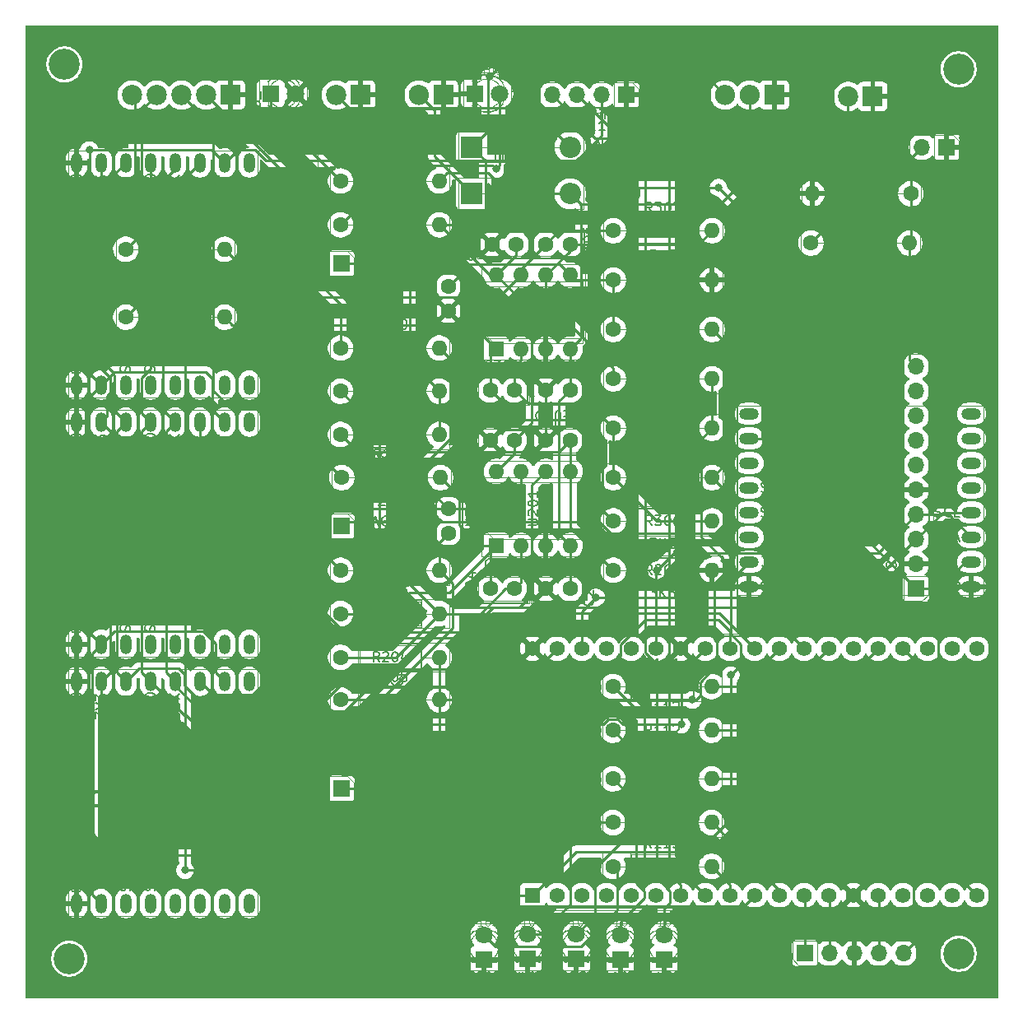
<source format=gbr>
%TF.GenerationSoftware,KiCad,Pcbnew,9.0.6*%
%TF.CreationDate,2026-01-19T15:54:32+01:00*%
%TF.ProjectId,Adapterboard,41646170-7465-4726-926f-6172642e6b69,3.0.1*%
%TF.SameCoordinates,Original*%
%TF.FileFunction,AssemblyDrawing,Bot*%
%FSLAX46Y46*%
G04 Gerber Fmt 4.6, Leading zero omitted, Abs format (unit mm)*
G04 Created by KiCad (PCBNEW 9.0.6) date 2026-01-19 15:54:32*
%MOMM*%
%LPD*%
G01*
G04 APERTURE LIST*
%TA.AperFunction,ComponentPad*%
%ADD10C,1.600000*%
%TD*%
%TA.AperFunction,ComponentPad*%
%ADD11O,1.600000X1.600000*%
%TD*%
%TA.AperFunction,ComponentPad*%
%ADD12R,1.700000X1.700000*%
%TD*%
%TA.AperFunction,ComponentPad*%
%ADD13O,1.200000X2.000000*%
%TD*%
%TA.AperFunction,ComponentPad*%
%ADD14R,2.000000X2.000000*%
%TD*%
%TA.AperFunction,ComponentPad*%
%ADD15C,2.000000*%
%TD*%
%TA.AperFunction,ComponentPad*%
%ADD16R,1.600000X1.600000*%
%TD*%
%TA.AperFunction,ComponentPad*%
%ADD17R,1.800000X1.800000*%
%TD*%
%TA.AperFunction,ComponentPad*%
%ADD18C,1.800000*%
%TD*%
%TA.AperFunction,ComponentPad*%
%ADD19O,1.700000X1.700000*%
%TD*%
%TA.AperFunction,ComponentPad*%
%ADD20R,1.560000X1.560000*%
%TD*%
%TA.AperFunction,ComponentPad*%
%ADD21C,1.560000*%
%TD*%
%TA.AperFunction,ComponentPad*%
%ADD22R,2.200000X2.200000*%
%TD*%
%TA.AperFunction,ComponentPad*%
%ADD23O,2.200000X2.200000*%
%TD*%
%TA.AperFunction,ComponentPad*%
%ADD24O,2.000000X1.200000*%
%TD*%
%TA.AperFunction,ViaPad*%
%ADD25C,0.800000*%
%TD*%
%TA.AperFunction,Conductor*%
%ADD26C,0.250000*%
%TD*%
%ADD27C,1.600000*%
%ADD28O,1.600000X1.600000*%
%ADD29R,1.700000X1.700000*%
%ADD30O,1.200000X2.000000*%
%ADD31C,3.200000*%
%ADD32R,2.000000X2.000000*%
%ADD33C,2.000000*%
%ADD34R,1.600000X1.600000*%
%ADD35R,1.800000X1.800000*%
%ADD36C,1.800000*%
%ADD37O,1.700000X1.700000*%
%ADD38R,1.560000X1.560000*%
%ADD39C,1.560000*%
%ADD40R,2.200000X2.200000*%
%ADD41O,2.200000X2.200000*%
%ADD42O,2.000000X1.200000*%
%ADD43C,0.200000*%
%ADD44C,0.300000*%
%ADD45C,0.120000*%
%ADD46C,0.150000*%
%ADD47C,0.100000*%
%ADD48C,0.010000*%
%ADD49C,0.127000*%
%ADD50C,0.050000*%
%TA.AperFunction,Profile*%
%ADD51C,0.050000*%
%TD*%
G04 APERTURE END LIST*
D10*
%TO.P,R306,1*%
%TO.N,/Z+Yr*%
X110490000Y-100965000D03*
D11*
%TO.P,R306,2*%
%TO.N,/Z+Ym*%
X120650000Y-100965000D03*
%TD*%
D10*
%TO.P,R201,1*%
%TO.N,Net-(U201B-+)*%
X82420000Y-92075000D03*
D11*
%TO.P,R201,2*%
%TO.N,X*%
X92580000Y-92075000D03*
%TD*%
D12*
%TO.P,J104,1,Pin_1*%
%TO.N,Z*%
X82500000Y-128500000D03*
%TD*%
D10*
%TO.P,R305,1*%
%TO.N,/Z-Ym*%
X110490000Y-86360000D03*
D11*
%TO.P,R305,2*%
%TO.N,Z*%
X120650000Y-86360000D03*
%TD*%
D10*
%TO.P,R206,1*%
%TO.N,Net-(C204-Pad1)*%
X82420000Y-110500000D03*
D11*
%TO.P,R206,2*%
%TO.N,Net-(U201A--)*%
X92580000Y-110500000D03*
%TD*%
D13*
%TO.P,U104,1,AN*%
%TO.N,unconnected-(U104-AN-Pad1)*%
X73025000Y-90805000D03*
%TO.P,U104,2,RST*%
%TO.N,+5V*%
X70485000Y-90805000D03*
%TO.P,U104,3,CS*%
%TO.N,ESP32_CS2*%
X67945000Y-90805000D03*
%TO.P,U104,4,SCK*%
%TO.N,ESP32_SCK*%
X65405000Y-90805000D03*
%TO.P,U104,5,SDO*%
%TO.N,ESP32_SDO*%
X62865000Y-90805000D03*
%TO.P,U104,6,SDI*%
%TO.N,ESP32_SDI*%
X60325000Y-90805000D03*
%TO.P,U104,7,3V3*%
%TO.N,+3V3*%
X57785000Y-90805000D03*
%TO.P,U104,8,GND*%
%TO.N,GND*%
X55245000Y-90805000D03*
%TO.P,U104,9,GND*%
X55245000Y-113665000D03*
%TO.P,U104,10,5V*%
%TO.N,+5V*%
X57785000Y-113665000D03*
%TO.P,U104,11,SDA*%
%TO.N,unconnected-(U104-SDA-Pad11)*%
X60325000Y-113665000D03*
%TO.P,U104,12,SCL*%
%TO.N,unconnected-(U104-SCL-Pad12)*%
X62865000Y-113665000D03*
%TO.P,U104,13,RX*%
%TO.N,unconnected-(U104-RX-Pad13)*%
X65405000Y-113665000D03*
%TO.P,U104,14,TX*%
%TO.N,unconnected-(U104-TX-Pad14)*%
X67945000Y-113665000D03*
%TO.P,U104,15,INT*%
%TO.N,unconnected-(U104-INT-Pad15)*%
X70485000Y-113665000D03*
%TO.P,U104,16,PWM*%
%TO.N,unconnected-(U104-PWM-Pad16)*%
X73025000Y-113665000D03*
%TD*%
D14*
%TO.P,J106,1,Pin_1*%
%TO.N,GND*%
X84500000Y-57150000D03*
D15*
%TO.P,J106,2,Pin_2*%
%TO.N,/+15V_in*%
X81960000Y-57150000D03*
%TD*%
D10*
%TO.P,R207,1*%
%TO.N,Net-(C205-Pad1)*%
X82420000Y-106045000D03*
D11*
%TO.P,R207,2*%
%TO.N,Net-(U201B--)*%
X92580000Y-106045000D03*
%TD*%
D16*
%TO.P,U201,1*%
%TO.N,Net-(C204-Pad1)*%
X98435000Y-103495000D03*
D11*
%TO.P,U201,2,-*%
%TO.N,Net-(U201A--)*%
X100975000Y-103495000D03*
%TO.P,U201,3,+*%
%TO.N,GND*%
X103515000Y-103495000D03*
%TO.P,U201,4,V-*%
%TO.N,-15V*%
X106055000Y-103495000D03*
%TO.P,U201,5,+*%
%TO.N,Net-(U201B-+)*%
X106055000Y-95875000D03*
%TO.P,U201,6,-*%
%TO.N,Net-(U201B--)*%
X103515000Y-95875000D03*
%TO.P,U201,7*%
%TO.N,Net-(C205-Pad1)*%
X100975000Y-95875000D03*
%TO.P,U201,8,V+*%
%TO.N,+15V*%
X98435000Y-95875000D03*
%TD*%
D10*
%TO.P,R301,1*%
%TO.N,/Z-Yp*%
X110490000Y-81280000D03*
D11*
%TO.P,R301,2*%
%TO.N,Y*%
X120650000Y-81280000D03*
%TD*%
D10*
%TO.P,R202,1*%
%TO.N,Net-(U201B-+)*%
X110490000Y-106045000D03*
D11*
%TO.P,R202,2*%
%TO.N,GND*%
X120650000Y-106045000D03*
%TD*%
D17*
%TO.P,D105,1,K*%
%TO.N,GND*%
X106680000Y-146050000D03*
D18*
%TO.P,D105,2,A*%
%TO.N,/LED_GREEN*%
X106680000Y-143510000D03*
%TD*%
D10*
%TO.P,R124,1*%
%TO.N,/TUNNEL_IN*%
X130810000Y-72390000D03*
D11*
%TO.P,R124,2*%
%TO.N,TUNNEL_TO_ADC_A3*%
X140970000Y-72390000D03*
%TD*%
D10*
%TO.P,C301,1*%
%TO.N,/Z-Yp*%
X93500000Y-76855000D03*
%TO.P,C301,2*%
%TO.N,GND*%
X93500000Y-79355000D03*
%TD*%
%TO.P,R126,1*%
%TO.N,/LED_+15V*%
X82420000Y-70500000D03*
D11*
%TO.P,R126,2*%
%TO.N,+15V*%
X92580000Y-70500000D03*
%TD*%
D13*
%TO.P,U102,1,AN*%
%TO.N,unconnected-(U102-AN-Pad1)*%
X73025000Y-64135000D03*
%TO.P,U102,2,RST*%
%TO.N,+5V*%
X70485000Y-64135000D03*
%TO.P,U102,3,CS*%
%TO.N,ESP32_CS1*%
X67945000Y-64135000D03*
%TO.P,U102,4,SCK*%
%TO.N,ESP32_SCK*%
X65405000Y-64135000D03*
%TO.P,U102,5,SDO*%
%TO.N,ESP32_SDO*%
X62865000Y-64135000D03*
%TO.P,U102,6,SDI*%
%TO.N,ESP32_SDI*%
X60325000Y-64135000D03*
%TO.P,U102,7,3V3*%
%TO.N,+3V3*%
X57785000Y-64135000D03*
%TO.P,U102,8,GND*%
%TO.N,GND*%
X55245000Y-64135000D03*
%TO.P,U102,9,GND*%
X55245000Y-86995000D03*
%TO.P,U102,10,5V*%
%TO.N,+5V*%
X57785000Y-86995000D03*
%TO.P,U102,11,SDA*%
%TO.N,unconnected-(U102-SDA-Pad11)*%
X60325000Y-86995000D03*
%TO.P,U102,12,SCL*%
%TO.N,unconnected-(U102-SCL-Pad12)*%
X62865000Y-86995000D03*
%TO.P,U102,13,RX*%
%TO.N,unconnected-(U102-RX-Pad13)*%
X65405000Y-86995000D03*
%TO.P,U102,14,TX*%
%TO.N,unconnected-(U102-TX-Pad14)*%
X67945000Y-86995000D03*
%TO.P,U102,15,INT*%
%TO.N,unconnected-(U102-INT-Pad15)*%
X70485000Y-86995000D03*
%TO.P,U102,16,PWM*%
%TO.N,unconnected-(U102-PWM-Pad16)*%
X73025000Y-86995000D03*
%TD*%
D17*
%TO.P,D103,1,K*%
%TO.N,GND*%
X97180000Y-146090000D03*
D18*
%TO.P,D103,2,A*%
%TO.N,/LED_RED*%
X97180000Y-143550000D03*
%TD*%
D10*
%TO.P,R204,1*%
%TO.N,Net-(U201A--)*%
X82420000Y-115000000D03*
D11*
%TO.P,R204,2*%
%TO.N,Z*%
X92580000Y-115000000D03*
%TD*%
D16*
%TO.P,U301,1*%
%TO.N,/Z+Yr*%
X98435000Y-83300000D03*
D11*
%TO.P,U301,2,-*%
%TO.N,/Z+Ym*%
X100975000Y-83300000D03*
%TO.P,U301,3,+*%
%TO.N,GND*%
X103515000Y-83300000D03*
%TO.P,U301,4,V-*%
%TO.N,-15V*%
X106055000Y-83300000D03*
%TO.P,U301,5,+*%
%TO.N,/Z-Yp*%
X106055000Y-75680000D03*
%TO.P,U301,6,-*%
%TO.N,/Z-Ym*%
X103515000Y-75680000D03*
%TO.P,U301,7*%
%TO.N,/Z-Yr*%
X100975000Y-75680000D03*
%TO.P,U301,8,V+*%
%TO.N,+15V*%
X98435000Y-75680000D03*
%TD*%
D10*
%TO.P,C204,1*%
%TO.N,Net-(C204-Pad1)*%
X97810000Y-107950000D03*
%TO.P,C204,2*%
%TO.N,Net-(U201A--)*%
X100310000Y-107950000D03*
%TD*%
%TO.P,C203,1*%
%TO.N,Net-(U201B-+)*%
X106025000Y-92710000D03*
%TO.P,C203,2*%
%TO.N,GND*%
X103525000Y-92710000D03*
%TD*%
D13*
%TO.P,U106,1,AN*%
%TO.N,unconnected-(U106-AN-Pad1)*%
X73025000Y-117475000D03*
%TO.P,U106,2,RST*%
%TO.N,+5V*%
X70485000Y-117475000D03*
%TO.P,U106,3,CS*%
%TO.N,ESP32_CS3*%
X67945000Y-117475000D03*
%TO.P,U106,4,SCK*%
%TO.N,ESP32_SCK*%
X65405000Y-117475000D03*
%TO.P,U106,5,SDO*%
%TO.N,ESP32_SDO*%
X62865000Y-117475000D03*
%TO.P,U106,6,SDI*%
%TO.N,ESP32_SDI*%
X60325000Y-117475000D03*
%TO.P,U106,7,3V3*%
%TO.N,+3V3*%
X57785000Y-117475000D03*
%TO.P,U106,8,GND*%
%TO.N,GND*%
X55245000Y-117475000D03*
%TO.P,U106,9,GND*%
X55245000Y-140335000D03*
%TO.P,U106,10,5V*%
%TO.N,+5V*%
X57785000Y-140335000D03*
%TO.P,U106,11,SDA*%
%TO.N,unconnected-(U106-SDA-Pad11)*%
X60325000Y-140335000D03*
%TO.P,U106,12,SCL*%
%TO.N,unconnected-(U106-SCL-Pad12)*%
X62865000Y-140335000D03*
%TO.P,U106,13,RX*%
%TO.N,unconnected-(U106-RX-Pad13)*%
X65405000Y-140335000D03*
%TO.P,U106,14,TX*%
%TO.N,unconnected-(U106-TX-Pad14)*%
X67945000Y-140335000D03*
%TO.P,U106,15,INT*%
%TO.N,unconnected-(U106-INT-Pad15)*%
X70485000Y-140335000D03*
%TO.P,U106,16,PWM*%
%TO.N,unconnected-(U106-PWM-Pad16)*%
X73025000Y-140335000D03*
%TD*%
D10*
%TO.P,C202,1*%
%TO.N,-15V*%
X106025000Y-107950000D03*
%TO.P,C202,2*%
%TO.N,GND*%
X103525000Y-107950000D03*
%TD*%
D12*
%TO.P,J101,1,Pin_1*%
%TO.N,X*%
X82500000Y-74500000D03*
%TD*%
D17*
%TO.P,D101,1,K*%
%TO.N,GND*%
X115680000Y-146090000D03*
D18*
%TO.P,D101,2,A*%
%TO.N,/LED_17*%
X115680000Y-143550000D03*
%TD*%
D10*
%TO.P,C201,1*%
%TO.N,GND*%
X97810000Y-92710000D03*
%TO.P,C201,2*%
%TO.N,+15V*%
X100310000Y-92710000D03*
%TD*%
%TO.P,C303,1*%
%TO.N,-15V*%
X106025000Y-87500000D03*
%TO.P,C303,2*%
%TO.N,GND*%
X103525000Y-87500000D03*
%TD*%
D12*
%TO.P,J102,1,Pin_1*%
%TO.N,Y*%
X82500000Y-101500000D03*
%TD*%
D17*
%TO.P,D102,1,K*%
%TO.N,GND*%
X111180000Y-146090000D03*
D18*
%TO.P,D102,2,A*%
%TO.N,/LED_04*%
X111180000Y-143550000D03*
%TD*%
D10*
%TO.P,C302,1*%
%TO.N,GND*%
X98000000Y-72500000D03*
%TO.P,C302,2*%
%TO.N,+15V*%
X100500000Y-72500000D03*
%TD*%
%TO.P,R309,1*%
%TO.N,Z-Y*%
X60325000Y-73025000D03*
D11*
%TO.P,R309,2*%
%TO.N,/Z-Yr*%
X70485000Y-73025000D03*
%TD*%
D10*
%TO.P,R127,1*%
%TO.N,/LED_-15V*%
X82420000Y-66000000D03*
D11*
%TO.P,R127,2*%
%TO.N,-15V*%
X92580000Y-66000000D03*
%TD*%
D14*
%TO.P,J108,1,Pin_1*%
%TO.N,GND*%
X127045000Y-57150000D03*
D15*
%TO.P,J108,2,Pin_2*%
%TO.N,-15V*%
X124505000Y-57150000D03*
%TO.P,J108,3,Pin_3*%
%TO.N,+15V*%
X121965000Y-57150000D03*
%TD*%
D10*
%TO.P,R114,1*%
%TO.N,/LED_YELLOW*%
X110420000Y-132000000D03*
D11*
%TO.P,R114,2*%
%TO.N,IO27*%
X120580000Y-132000000D03*
%TD*%
D10*
%TO.P,R125,1*%
%TO.N,TUNNEL_TO_ADC_A3*%
X141080000Y-67310000D03*
D11*
%TO.P,R125,2*%
%TO.N,GND*%
X130920000Y-67310000D03*
%TD*%
D10*
%TO.P,R111,1*%
%TO.N,/LED_17*%
X110420000Y-118000000D03*
D11*
%TO.P,R111,2*%
%TO.N,IO17*%
X120580000Y-118000000D03*
%TD*%
D10*
%TO.P,R203,1*%
%TO.N,Net-(U201A--)*%
X82420000Y-87630000D03*
D11*
%TO.P,R203,2*%
%TO.N,X*%
X92580000Y-87630000D03*
%TD*%
D12*
%TO.P,U101,1,VDD*%
%TO.N,+5V*%
X141605000Y-107945000D03*
D19*
%TO.P,U101,2,GND*%
%TO.N,GND*%
X141605000Y-105405000D03*
%TO.P,U101,3,SCL*%
%TO.N,ESP32_SCL*%
X141605000Y-102865000D03*
%TO.P,U101,4,SDA*%
%TO.N,ESP32_SDA*%
X141605000Y-100325000D03*
%TO.P,U101,5,ADDR*%
%TO.N,GND*%
X141605000Y-97785000D03*
%TO.P,U101,6,ALRT*%
%TO.N,unconnected-(U101-ALRT-Pad6)*%
X141605000Y-95245000D03*
%TO.P,U101,7,A0*%
%TO.N,unconnected-(U101-A0-Pad7)*%
X141605000Y-92705000D03*
%TO.P,U101,8,A1*%
%TO.N,unconnected-(U101-A1-Pad8)*%
X141605000Y-90165000D03*
%TO.P,U101,9,A2*%
%TO.N,unconnected-(U101-A2-Pad9)*%
X141605000Y-87625000D03*
%TO.P,U101,10,A3*%
%TO.N,TUNNEL_TO_ADC_A3*%
X141605000Y-85085000D03*
%TD*%
D10*
%TO.P,R209,1*%
%TO.N,Z-X*%
X82420000Y-83185000D03*
D11*
%TO.P,R209,2*%
%TO.N,Net-(C205-Pad1)*%
X92580000Y-83185000D03*
%TD*%
D10*
%TO.P,R112,1*%
%TO.N,/LED_04*%
X110420000Y-122500000D03*
D11*
%TO.P,R112,2*%
%TO.N,IO04*%
X120580000Y-122500000D03*
%TD*%
D10*
%TO.P,R115,1*%
%TO.N,/LED_GREEN*%
X110420000Y-127500000D03*
D11*
%TO.P,R115,2*%
%TO.N,IO02*%
X120580000Y-127500000D03*
%TD*%
D20*
%TO.P,U103,J2-1,3V3*%
%TO.N,+3V3*%
X102160000Y-139500000D03*
D21*
%TO.P,U103,J2-2,EN*%
%TO.N,unconnected-(U103-EN-PadJ2-2)*%
X104700000Y-139500000D03*
%TO.P,U103,J2-3,SENSOR_VP*%
%TO.N,unconnected-(U103-SENSOR_VP-PadJ2-3)*%
X107240000Y-139500000D03*
%TO.P,U103,J2-4,SENSOR_VN*%
%TO.N,unconnected-(U103-SENSOR_VN-PadJ2-4)*%
X109780000Y-139500000D03*
%TO.P,U103,J2-5,IO34*%
%TO.N,unconnected-(U103-IO34-PadJ2-5)*%
X112320000Y-139500000D03*
%TO.P,U103,J2-6,IO35*%
%TO.N,unconnected-(U103-IO35-PadJ2-6)*%
X114860000Y-139500000D03*
%TO.P,U103,J2-7,IO32*%
%TO.N,RXD*%
X117400000Y-139500000D03*
%TO.P,U103,J2-8,IO33*%
%TO.N,TXD*%
X119940000Y-139500000D03*
%TO.P,U103,J2-9,IO25*%
%TO.N,IO25*%
X122480000Y-139500000D03*
%TO.P,U103,J2-10,IO26*%
%TO.N,ESP32_CS1*%
X125020000Y-139500000D03*
%TO.P,U103,J2-11,IO27*%
%TO.N,IO27*%
X127560000Y-139500000D03*
%TO.P,U103,J2-12,IO14*%
%TO.N,JTAG_TMS*%
X130100000Y-139500000D03*
%TO.P,U103,J2-13,IO12*%
%TO.N,JTAG_TDI*%
X132640000Y-139500000D03*
%TO.P,U103,J2-14,GND1*%
%TO.N,GND*%
X135180000Y-139500000D03*
%TO.P,U103,J2-15,IO13*%
%TO.N,JTAG_TCK*%
X137720000Y-139500000D03*
%TO.P,U103,J2-16,SD2*%
%TO.N,unconnected-(U103-SD2-PadJ2-16)*%
X140260000Y-139500000D03*
%TO.P,U103,J2-17,SD3*%
%TO.N,unconnected-(U103-SD3-PadJ2-17)*%
X142800000Y-139500000D03*
%TO.P,U103,J2-18,CMD*%
%TO.N,unconnected-(U103-CMD-PadJ2-18)*%
X145340000Y-139500000D03*
%TO.P,U103,J2-19,EXT_5V*%
%TO.N,+5V*%
X147880000Y-139500000D03*
%TO.P,U103,J3-1,GND3*%
%TO.N,GND*%
X102160000Y-114100000D03*
%TO.P,U103,J3-2,IO23*%
%TO.N,ESP32_SDI*%
X104700000Y-114100000D03*
%TO.P,U103,J3-3,IO22*%
%TO.N,ESP32_SCL*%
X107240000Y-114100000D03*
%TO.P,U103,J3-4,TXD0*%
%TO.N,unconnected-(U103-TXD0-PadJ3-4)*%
X109780000Y-114100000D03*
%TO.P,U103,J3-5,RXD0*%
%TO.N,unconnected-(U103-RXD0-PadJ3-5)*%
X112320000Y-114100000D03*
%TO.P,U103,J3-6,IO21*%
%TO.N,ESP32_SDA*%
X114860000Y-114100000D03*
%TO.P,U103,J3-7,GND2*%
%TO.N,GND*%
X117400000Y-114100000D03*
%TO.P,U103,J3-8,IO19*%
%TO.N,ESP32_SDO*%
X119940000Y-114100000D03*
%TO.P,U103,J3-9,IO18*%
%TO.N,ESP32_SCK*%
X122480000Y-114100000D03*
%TO.P,U103,J3-10,IO5*%
%TO.N,ESP32_CS3*%
X125020000Y-114100000D03*
%TO.P,U103,J3-11,IO17*%
%TO.N,IO17*%
X127560000Y-114100000D03*
%TO.P,U103,J3-12,IO16*%
%TO.N,ESP32_CS2*%
X130100000Y-114100000D03*
%TO.P,U103,J3-13,IO4*%
%TO.N,IO04*%
X132640000Y-114100000D03*
%TO.P,U103,J3-14,IO0*%
%TO.N,unconnected-(U103-IO0-PadJ3-14)*%
X135180000Y-114100000D03*
%TO.P,U103,J3-15,IO2*%
%TO.N,IO02*%
X137720000Y-114100000D03*
%TO.P,U103,J3-16,IO15*%
%TO.N,JTAG_TD0*%
X140260000Y-114100000D03*
%TO.P,U103,J3-17,SD1*%
%TO.N,unconnected-(U103-SD1-PadJ3-17)*%
X142800000Y-114100000D03*
%TO.P,U103,J3-18,SD0*%
%TO.N,unconnected-(U103-SD0-PadJ3-18)*%
X145340000Y-114100000D03*
%TO.P,U103,J3-19,CLK*%
%TO.N,unconnected-(U103-CLK-PadJ3-19)*%
X147880000Y-114100000D03*
%TD*%
D17*
%TO.P,D109,1,K*%
%TO.N,GND*%
X96230000Y-57000000D03*
D18*
%TO.P,D109,2,A*%
%TO.N,/LED_+15V*%
X98770000Y-57000000D03*
%TD*%
D10*
%TO.P,C305,1*%
%TO.N,/Z-Yr*%
X103525000Y-72500000D03*
%TO.P,C305,2*%
%TO.N,/Z-Ym*%
X106025000Y-72500000D03*
%TD*%
%TO.P,R307,1*%
%TO.N,/Z-Yr*%
X110490000Y-71120000D03*
D11*
%TO.P,R307,2*%
%TO.N,/Z-Ym*%
X120650000Y-71120000D03*
%TD*%
D22*
%TO.P,D107,1,K*%
%TO.N,+15V*%
X95885000Y-62500000D03*
D23*
%TO.P,D107,2,A*%
%TO.N,/+15V_in*%
X106045000Y-62500000D03*
%TD*%
D10*
%TO.P,R303,1*%
%TO.N,/Z+Ym*%
X110490000Y-96520000D03*
D11*
%TO.P,R303,2*%
%TO.N,Y*%
X120650000Y-96520000D03*
%TD*%
D10*
%TO.P,C304,1*%
%TO.N,/Z+Yr*%
X97810000Y-87500000D03*
%TO.P,C304,2*%
%TO.N,/Z+Ym*%
X100310000Y-87500000D03*
%TD*%
D17*
%TO.P,D104,1,K*%
%TO.N,GND*%
X101680000Y-146050000D03*
D18*
%TO.P,D104,2,A*%
%TO.N,/LED_YELLOW*%
X101680000Y-143510000D03*
%TD*%
D10*
%TO.P,R302,1*%
%TO.N,/Z-Yp*%
X110490000Y-76200000D03*
D11*
%TO.P,R302,2*%
%TO.N,GND*%
X120650000Y-76200000D03*
%TD*%
D12*
%TO.P,J110,1,Pin_1*%
%TO.N,GND*%
X144780000Y-62500000D03*
D19*
%TO.P,J110,2,Pin_2*%
%TO.N,TUNNEL_TO_ADC_A3*%
X142240000Y-62500000D03*
%TD*%
D14*
%TO.P,J109,1,Pin_1*%
%TO.N,GND*%
X71120000Y-57150000D03*
D15*
%TO.P,J109,2,Pin_2*%
%TO.N,Z-X*%
X68580000Y-57150000D03*
%TO.P,J109,3,Pin_3*%
%TO.N,Z+X*%
X66040000Y-57150000D03*
%TO.P,J109,4,Pin_4*%
%TO.N,Z+Y*%
X63500000Y-57150000D03*
%TO.P,J109,5,Pin_5*%
%TO.N,Z-Y*%
X60960000Y-57150000D03*
%TD*%
D17*
%TO.P,D110,1,K*%
%TO.N,/LED_-15V*%
X75230000Y-57000000D03*
D18*
%TO.P,D110,2,A*%
%TO.N,GND*%
X77770000Y-57000000D03*
%TD*%
D10*
%TO.P,C205,1*%
%TO.N,Net-(C205-Pad1)*%
X93500000Y-99715000D03*
%TO.P,C205,2*%
%TO.N,Net-(U201B--)*%
X93500000Y-102215000D03*
%TD*%
D22*
%TO.P,D108,1,K*%
%TO.N,/-15V_in*%
X95885000Y-67310000D03*
D23*
%TO.P,D108,2,A*%
%TO.N,-15V*%
X106045000Y-67310000D03*
%TD*%
D10*
%TO.P,R113,1*%
%TO.N,/LED_RED*%
X110420000Y-136500000D03*
D11*
%TO.P,R113,2*%
%TO.N,IO25*%
X120580000Y-136500000D03*
%TD*%
D10*
%TO.P,R304,1*%
%TO.N,/Z+Ym*%
X110490000Y-91440000D03*
D11*
%TO.P,R304,2*%
%TO.N,Z*%
X120650000Y-91440000D03*
%TD*%
D10*
%TO.P,R308,1*%
%TO.N,Z+Y*%
X60325000Y-80010000D03*
D11*
%TO.P,R308,2*%
%TO.N,/Z+Yr*%
X70485000Y-80010000D03*
%TD*%
D12*
%TO.P,J111,1,Pin_1*%
%TO.N,GND*%
X111800000Y-57150000D03*
D19*
%TO.P,J111,2,Pin_2*%
%TO.N,+5V*%
X109260000Y-57150000D03*
%TO.P,J111,3,Pin_3*%
%TO.N,TXD*%
X106720000Y-57150000D03*
%TO.P,J111,4,Pin_4*%
%TO.N,RXD*%
X104180000Y-57150000D03*
%TD*%
D10*
%TO.P,R205,1*%
%TO.N,Net-(U201B--)*%
X82420000Y-119380000D03*
D11*
%TO.P,R205,2*%
%TO.N,Z*%
X92580000Y-119380000D03*
%TD*%
D14*
%TO.P,J107,1,Pin_1*%
%TO.N,GND*%
X93000000Y-57150000D03*
D15*
%TO.P,J107,2,Pin_2*%
%TO.N,/-15V_in*%
X90460000Y-57150000D03*
%TD*%
D10*
%TO.P,R208,1*%
%TO.N,Z+X*%
X82550000Y-96520000D03*
D11*
%TO.P,R208,2*%
%TO.N,Net-(C204-Pad1)*%
X92710000Y-96520000D03*
%TD*%
D12*
%TO.P,J103,1,Pin_1*%
%TO.N,JTAG_TMS*%
X130175000Y-145415000D03*
D19*
%TO.P,J103,2,Pin_2*%
%TO.N,JTAG_TDI*%
X132715000Y-145415000D03*
%TO.P,J103,3,Pin_3*%
%TO.N,GND*%
X135255000Y-145415000D03*
%TO.P,J103,4,Pin_4*%
%TO.N,JTAG_TCK*%
X137795000Y-145415000D03*
%TO.P,J103,5,Pin_5*%
%TO.N,JTAG_TD0*%
X140335000Y-145415000D03*
%TD*%
D14*
%TO.P,J105,1,Pin_1*%
%TO.N,GND*%
X137165000Y-57300000D03*
D15*
%TO.P,J105,2,Pin_2*%
%TO.N,/TUNNEL_IN*%
X134625000Y-57300000D03*
%TD*%
D24*
%TO.P,U107,1,AN*%
%TO.N,unconnected-(U107-AN-Pad1)*%
X124460000Y-89930000D03*
%TO.P,U107,2,RST*%
%TO.N,+5V*%
X124460000Y-92470000D03*
%TO.P,U107,3,CS*%
%TO.N,unconnected-(U107-CS-Pad3)*%
X124460000Y-95010000D03*
%TO.P,U107,4,SCK*%
%TO.N,unconnected-(U107-SCK-Pad4)*%
X124460000Y-97550000D03*
%TO.P,U107,5,SDO*%
%TO.N,unconnected-(U107-SDO-Pad5)*%
X124460000Y-100090000D03*
%TO.P,U107,6,SDI*%
%TO.N,unconnected-(U107-SDI-Pad6)*%
X124460000Y-102630000D03*
%TO.P,U107,7,3V3*%
%TO.N,+3V3*%
X124460000Y-105170000D03*
%TO.P,U107,8,GND*%
%TO.N,GND*%
X124460000Y-107710000D03*
%TO.P,U107,9,GND*%
X147320000Y-107710000D03*
%TO.P,U107,10,5V*%
%TO.N,+5V*%
X147320000Y-105170000D03*
%TO.P,U107,11,SDA*%
%TO.N,ESP32_SDA*%
X147320000Y-102630000D03*
%TO.P,U107,12,SCL*%
%TO.N,ESP32_SCL*%
X147320000Y-100090000D03*
%TO.P,U107,13,RX*%
%TO.N,unconnected-(U107-RX-Pad13)*%
X147320000Y-97550000D03*
%TO.P,U107,14,TX*%
%TO.N,unconnected-(U107-TX-Pad14)*%
X147320000Y-95010000D03*
%TO.P,U107,15,INT*%
%TO.N,unconnected-(U107-INT-Pad15)*%
X147320000Y-92470000D03*
%TO.P,U107,16,PWM*%
%TO.N,unconnected-(U107-PWM-Pad16)*%
X147320000Y-89930000D03*
%TD*%
D25*
%TO.N,+15V*%
X97790000Y-55245000D03*
%TO.N,/LED_+15V*%
X98425000Y-64770000D03*
%TO.N,Z*%
X118618000Y-119380000D03*
%TO.N,+5V*%
X121285000Y-66675000D03*
X56570000Y-62810000D03*
%TO.N,ESP32_CS1*%
X66421000Y-136906000D03*
%TO.N,+3V3*%
X122555000Y-116840000D03*
%TO.N,ESP32_SDO*%
X117475000Y-121920000D03*
%TO.N,ESP32_SDA*%
X114935000Y-106045000D03*
%TO.N,ESP32_SCL*%
X108712000Y-108839000D03*
%TD*%
D26*
%TO.N,+15V*%
X98435000Y-75680000D02*
X102100000Y-79345000D01*
X102100000Y-79345000D02*
X102100000Y-90920000D01*
X100310000Y-94000000D02*
X98435000Y-95875000D01*
X100500000Y-73615000D02*
X100500000Y-72500000D01*
X92580000Y-70500000D02*
X97760000Y-75680000D01*
X97310000Y-63925000D02*
X97310000Y-69060000D01*
X97790000Y-55245000D02*
X97545000Y-55490000D01*
X102100000Y-90920000D02*
X100310000Y-92710000D01*
X97310000Y-69060000D02*
X95870000Y-70500000D01*
X95870000Y-70500000D02*
X92580000Y-70500000D01*
X100310000Y-92710000D02*
X100310000Y-94000000D01*
X97760000Y-75680000D02*
X98435000Y-75680000D01*
X97545000Y-60840000D02*
X95885000Y-62500000D01*
X97545000Y-55490000D02*
X97545000Y-60840000D01*
X98435000Y-75680000D02*
X100500000Y-73615000D01*
X95885000Y-62500000D02*
X97310000Y-63925000D01*
%TO.N,GND*%
X103525000Y-87500000D02*
X103525000Y-92710000D01*
%TO.N,-15V*%
X106055000Y-103495000D02*
X106055000Y-107920000D01*
X107180000Y-68445000D02*
X106045000Y-67310000D01*
X106055000Y-83300000D02*
X106055000Y-87470000D01*
X106055000Y-107920000D02*
X106025000Y-107950000D01*
X106055000Y-87470000D02*
X106025000Y-87500000D01*
X107180000Y-82175000D02*
X107180000Y-68445000D01*
X106025000Y-87500000D02*
X104900000Y-88625000D01*
X104900000Y-102340000D02*
X106055000Y-103495000D01*
X106055000Y-83300000D02*
X107180000Y-82175000D01*
X104900000Y-88625000D02*
X104900000Y-102340000D01*
%TO.N,Net-(U201B-+)*%
X106055000Y-101610000D02*
X110490000Y-106045000D01*
X106055000Y-95875000D02*
X106055000Y-101610000D01*
X106025000Y-95845000D02*
X106055000Y-95875000D01*
X106025000Y-92710000D02*
X106025000Y-95845000D01*
%TO.N,Net-(U201A--)*%
X88080000Y-115000000D02*
X92580000Y-110500000D01*
X100975000Y-107285000D02*
X100310000Y-107950000D01*
X86422613Y-91632613D02*
X86422613Y-104342613D01*
X86422613Y-104342613D02*
X92580000Y-110500000D01*
X100975000Y-103495000D02*
X100975000Y-107285000D01*
X82420000Y-87630000D02*
X86422613Y-91632613D01*
X82420000Y-115000000D02*
X88080000Y-115000000D01*
%TO.N,Net-(C204-Pad1)*%
X94625000Y-98435000D02*
X94625000Y-101356000D01*
X97810000Y-104120000D02*
X98435000Y-103495000D01*
X94625000Y-101356000D02*
X96764000Y-103495000D01*
X96764000Y-103495000D02*
X98435000Y-103495000D01*
X92710000Y-96520000D02*
X94625000Y-98435000D01*
X97810000Y-104394000D02*
X97810000Y-104120000D01*
X97810000Y-107950000D02*
X97810000Y-104394000D01*
%TO.N,Net-(U201B--)*%
X93980000Y-107445000D02*
X93980000Y-109855000D01*
X86609009Y-119380000D02*
X82420000Y-119380000D01*
X92580000Y-103135000D02*
X93500000Y-102215000D01*
X102100000Y-108593000D02*
X100838000Y-109855000D01*
X92580000Y-106045000D02*
X93980000Y-107445000D01*
X93980000Y-112009009D02*
X86609009Y-119380000D01*
X92580000Y-106045000D02*
X92580000Y-103135000D01*
X102100000Y-97290000D02*
X102100000Y-108593000D01*
X100838000Y-109855000D02*
X93980000Y-109855000D01*
X93980000Y-109855000D02*
X93980000Y-112009009D01*
X103515000Y-95875000D02*
X102100000Y-97290000D01*
%TO.N,Net-(C205-Pad1)*%
X91186000Y-97401000D02*
X91186000Y-95059991D01*
X93500000Y-99715000D02*
X91186000Y-97401000D01*
X91186000Y-95059991D02*
X93705000Y-92540991D01*
X93705000Y-92540991D02*
X93705000Y-84310000D01*
X93705000Y-84310000D02*
X92580000Y-83185000D01*
%TO.N,/Z-Yp*%
X110490000Y-81280000D02*
X110490000Y-76200000D01*
%TO.N,/Z+Ym*%
X100310000Y-85110000D02*
X100310000Y-87500000D01*
X100975000Y-84445000D02*
X100310000Y-85110000D01*
X100975000Y-83300000D02*
X100975000Y-84445000D01*
X110490000Y-91440000D02*
X110490000Y-96520000D01*
%TO.N,/Z+Yr*%
X97810000Y-83925000D02*
X98435000Y-83300000D01*
X97810000Y-87500000D02*
X97810000Y-83925000D01*
%TO.N,/Z-Yr*%
X103525000Y-72500000D02*
X100975000Y-75050000D01*
X100975000Y-75050000D02*
X100975000Y-75680000D01*
%TO.N,/Z-Ym*%
X106025000Y-73170000D02*
X106025000Y-72500000D01*
X103515000Y-75680000D02*
X106025000Y-73170000D01*
%TO.N,/LED_17*%
X113665000Y-121245000D02*
X110420000Y-118000000D01*
X116295000Y-139042294D02*
X116300449Y-139036845D01*
X115680000Y-140860000D02*
X116295000Y-140245000D01*
X113665000Y-136401396D02*
X113665000Y-121245000D01*
X116300449Y-139036845D02*
X113665000Y-136401396D01*
X116295000Y-140245000D02*
X116295000Y-139042294D01*
X115680000Y-143550000D02*
X115680000Y-140860000D01*
%TO.N,/LED_04*%
X111180000Y-143550000D02*
X111180000Y-142202706D01*
X113665000Y-139717706D02*
X113665000Y-139065000D01*
X113665000Y-139065000D02*
X112855000Y-138255000D01*
X112855000Y-124935000D02*
X110420000Y-122500000D01*
X112855000Y-138255000D02*
X112855000Y-124935000D01*
X111180000Y-142202706D02*
X113665000Y-139717706D01*
%TO.N,/LED_RED*%
X107187412Y-144735000D02*
X110885000Y-141037412D01*
X110885000Y-141037412D02*
X110885000Y-136965000D01*
X98365000Y-144735000D02*
X107187412Y-144735000D01*
X97180000Y-143550000D02*
X98365000Y-144735000D01*
X110885000Y-136965000D02*
X110420000Y-136500000D01*
%TO.N,/LED_YELLOW*%
X102952792Y-143510000D02*
X106045000Y-140417792D01*
X101680000Y-143510000D02*
X102952792Y-143510000D01*
X106045000Y-140417792D02*
X106045000Y-132715000D01*
X106760000Y-132000000D02*
X110420000Y-132000000D01*
X106045000Y-132715000D02*
X106760000Y-132000000D01*
%TO.N,/LED_GREEN*%
X111760000Y-133569009D02*
X111760000Y-128840000D01*
X106680000Y-143510000D02*
X108585000Y-141605000D01*
X108585000Y-141605000D02*
X108585000Y-136744009D01*
X111760000Y-128840000D02*
X110420000Y-127500000D01*
X108585000Y-136744009D02*
X111760000Y-133569009D01*
%TO.N,TUNNEL_TO_ADC_A3*%
X140970000Y-63770000D02*
X141080000Y-63880000D01*
X141080000Y-63880000D02*
X141080000Y-67310000D01*
X140970000Y-63770000D02*
X142240000Y-62500000D01*
X141080000Y-72280000D02*
X140970000Y-72390000D01*
X140970000Y-84450000D02*
X141605000Y-85085000D01*
X141080000Y-67310000D02*
X141080000Y-72280000D01*
X140970000Y-72390000D02*
X140970000Y-84450000D01*
%TO.N,/-15V_in*%
X90460000Y-57150000D02*
X92075000Y-58765000D01*
X92075000Y-63500000D02*
X95885000Y-67310000D01*
X92075000Y-58765000D02*
X92075000Y-63500000D01*
%TO.N,/LED_+15V*%
X98770000Y-57000000D02*
X98770000Y-64425000D01*
X98770000Y-64425000D02*
X98425000Y-64770000D01*
%TO.N,/LED_-15V*%
X75230000Y-58810000D02*
X82420000Y-66000000D01*
X75230000Y-57000000D02*
X75230000Y-58810000D01*
%TO.N,X*%
X89535000Y-85725000D02*
X90170000Y-86360000D01*
X90170000Y-86360000D02*
X91310000Y-86360000D01*
X91310000Y-86360000D02*
X92580000Y-87630000D01*
X82500000Y-74500000D02*
X87200000Y-74500000D01*
X92580000Y-92075000D02*
X92580000Y-87630000D01*
X87200000Y-74500000D02*
X89535000Y-76835000D01*
X89535000Y-76835000D02*
X89535000Y-85725000D01*
%TO.N,Y*%
X121775000Y-95395000D02*
X120650000Y-96520000D01*
X121775000Y-82405000D02*
X121775000Y-95395000D01*
X120650000Y-81280000D02*
X121775000Y-82405000D01*
%TO.N,JTAG_TMS*%
X130175000Y-139575000D02*
X130100000Y-139500000D01*
X130175000Y-145415000D02*
X130175000Y-139575000D01*
%TO.N,JTAG_TD0*%
X141365000Y-144385000D02*
X141365000Y-115205000D01*
X141365000Y-115205000D02*
X140260000Y-114100000D01*
X140335000Y-145415000D02*
X141365000Y-144385000D01*
%TO.N,JTAG_TCK*%
X137795000Y-139575000D02*
X137720000Y-139500000D01*
X137795000Y-145415000D02*
X137795000Y-139575000D01*
%TO.N,JTAG_TDI*%
X132715000Y-139575000D02*
X132640000Y-139500000D01*
X132715000Y-145415000D02*
X132715000Y-139575000D01*
%TO.N,Z*%
X121775000Y-104884000D02*
X119525000Y-102634000D01*
X121775000Y-106510991D02*
X121775000Y-104884000D01*
X119525000Y-92565000D02*
X120650000Y-91440000D01*
X119022000Y-119380000D02*
X119455000Y-118947000D01*
X89130000Y-128500000D02*
X82500000Y-128500000D01*
X89408000Y-128524000D02*
X89154000Y-128524000D01*
X92580000Y-125352000D02*
X89408000Y-128524000D01*
X120904000Y-113157000D02*
X120904000Y-107381991D01*
X121158000Y-115831009D02*
X121158000Y-113411000D01*
X121158000Y-113411000D02*
X120904000Y-113157000D01*
X118618000Y-119380000D02*
X119022000Y-119380000D01*
X119455000Y-117534009D02*
X121158000Y-115831009D01*
X120904000Y-107381991D02*
X121775000Y-106510991D01*
X119525000Y-102634000D02*
X119525000Y-92565000D01*
X92580000Y-119380000D02*
X92580000Y-125352000D01*
X119455000Y-118947000D02*
X119455000Y-117534009D01*
X89154000Y-128524000D02*
X89130000Y-128500000D01*
X92580000Y-115000000D02*
X92580000Y-119380000D01*
%TO.N,/TUNNEL_IN*%
X130810000Y-72390000D02*
X134625000Y-68575000D01*
X134625000Y-68575000D02*
X134625000Y-57300000D01*
%TO.N,Z+X*%
X75438000Y-89408000D02*
X82550000Y-96520000D01*
X69342000Y-87560148D02*
X71189852Y-89408000D01*
X71189852Y-89408000D02*
X75438000Y-89408000D01*
X66040000Y-57150000D02*
X69342000Y-60452000D01*
X69342000Y-60452000D02*
X69342000Y-87560148D01*
%TO.N,Z-X*%
X77216000Y-65786000D02*
X77216000Y-73533000D01*
X82420000Y-78737000D02*
X82420000Y-83185000D01*
X68580000Y-57150000D02*
X77216000Y-65786000D01*
X77216000Y-73533000D02*
X82420000Y-78737000D01*
%TO.N,Z-Y*%
X61250000Y-57440000D02*
X61250000Y-72100000D01*
X60960000Y-57150000D02*
X61250000Y-57440000D01*
X61250000Y-72100000D02*
X60325000Y-73025000D01*
%TO.N,Z+Y*%
X63500000Y-57150000D02*
X61940000Y-58710000D01*
X61940000Y-78395000D02*
X60325000Y-80010000D01*
X61940000Y-58710000D02*
X61940000Y-78395000D01*
%TO.N,+5V*%
X125785000Y-92470000D02*
X124460000Y-92470000D01*
X143905000Y-108585000D02*
X143905000Y-135525000D01*
X56570000Y-62810000D02*
X56570000Y-85780000D01*
X143905000Y-107950000D02*
X143905000Y-108585000D01*
X56860000Y-139410000D02*
X57785000Y-140335000D01*
X56170000Y-112050000D02*
X57785000Y-113665000D01*
X56570000Y-85780000D02*
X57785000Y-86995000D01*
X57785000Y-113665000D02*
X56860000Y-114590000D01*
X143905000Y-107945000D02*
X146680000Y-105170000D01*
X124460000Y-92470000D02*
X126130000Y-92470000D01*
X126130000Y-92470000D02*
X141605000Y-107945000D01*
X141605000Y-107945000D02*
X143905000Y-107945000D01*
X143905000Y-107945000D02*
X143905000Y-108585000D01*
X57785000Y-86995000D02*
X56170000Y-88610000D01*
X125785000Y-71175000D02*
X125785000Y-92470000D01*
X56860000Y-114590000D02*
X56860000Y-139410000D01*
X146680000Y-105170000D02*
X147320000Y-105170000D01*
X56170000Y-88610000D02*
X56170000Y-112050000D01*
X143905000Y-135525000D02*
X147880000Y-139500000D01*
X121285000Y-66675000D02*
X125785000Y-71175000D01*
%TO.N,TXD*%
X106720000Y-57150000D02*
X110530000Y-60960000D01*
X110530000Y-60960000D02*
X115570000Y-60960000D01*
X115570000Y-60960000D02*
X116205000Y-61595000D01*
X116205000Y-61595000D02*
X116205000Y-135765000D01*
X116205000Y-135765000D02*
X119940000Y-139500000D01*
%TO.N,RXD*%
X112395000Y-61595000D02*
X113755000Y-62955000D01*
X113755000Y-114557706D02*
X114935000Y-115737706D01*
X114935000Y-115737706D02*
X114935000Y-135890000D01*
X113755000Y-62955000D02*
X113755000Y-114557706D01*
X114935000Y-135890000D02*
X117400000Y-138355000D01*
X104180000Y-57150000D02*
X108625000Y-61595000D01*
X117400000Y-138355000D02*
X117400000Y-139500000D01*
X108625000Y-61595000D02*
X112395000Y-61595000D01*
%TO.N,IO17*%
X120580000Y-118000000D02*
X123660000Y-118000000D01*
X123660000Y-118000000D02*
X127560000Y-114100000D01*
%TO.N,IO04*%
X120580000Y-122500000D02*
X124240000Y-122500000D01*
X124240000Y-122500000D02*
X132640000Y-114100000D01*
%TO.N,IO25*%
X122480000Y-138400000D02*
X122480000Y-139500000D01*
X120580000Y-136500000D02*
X122480000Y-138400000D01*
%TO.N,IO27*%
X127560000Y-138980000D02*
X127560000Y-139500000D01*
X120580000Y-132000000D02*
X127560000Y-138980000D01*
%TO.N,IO02*%
X124320000Y-127500000D02*
X137720000Y-114100000D01*
X120580000Y-127500000D02*
X124320000Y-127500000D01*
%TO.N,ESP32_CS1*%
X66421000Y-65659000D02*
X66421000Y-136906000D01*
X67945000Y-64135000D02*
X66421000Y-65659000D01*
%TO.N,+3V3*%
X58710000Y-87778148D02*
X58420000Y-88068148D01*
X58710000Y-91730000D02*
X57785000Y-90805000D01*
X58420000Y-90170000D02*
X57785000Y-90805000D01*
X123585000Y-113642294D02*
X123585000Y-115810000D01*
X57785000Y-85286852D02*
X58710000Y-86211852D01*
X122555000Y-107075000D02*
X122555000Y-112612294D01*
X123585000Y-115810000D02*
X122555000Y-116840000D01*
X57785000Y-64135000D02*
X57785000Y-85286852D01*
X58420000Y-88068148D02*
X58420000Y-90170000D01*
X57785000Y-117475000D02*
X58710000Y-116550000D01*
X124460000Y-105170000D02*
X122555000Y-107075000D01*
X122555000Y-112612294D02*
X123585000Y-113642294D01*
X58710000Y-86211852D02*
X58710000Y-87778148D01*
X58710000Y-116550000D02*
X58710000Y-91730000D01*
%TO.N,ESP32_SDI*%
X59400000Y-91730000D02*
X60325000Y-90805000D01*
X60325000Y-117475000D02*
X59400000Y-116550000D01*
X59160000Y-86025456D02*
X59055000Y-85920456D01*
X59160000Y-89640000D02*
X59160000Y-86025456D01*
X59055000Y-85725000D02*
X58420000Y-85090000D01*
X58420000Y-85090000D02*
X58420000Y-66040000D01*
X59400000Y-116550000D02*
X59400000Y-91730000D01*
X60325000Y-90805000D02*
X59160000Y-89640000D01*
X58420000Y-66040000D02*
X60325000Y-64135000D01*
X59055000Y-85920456D02*
X59055000Y-85725000D01*
%TO.N,ESP32_SDO*%
X61940000Y-91730000D02*
X62865000Y-90805000D01*
X62865000Y-117475000D02*
X61940000Y-116550000D01*
X119940000Y-114100000D02*
X117475000Y-116565000D01*
X61940000Y-86211852D02*
X61940000Y-89880000D01*
X62865000Y-85286852D02*
X61940000Y-86211852D01*
X61940000Y-116550000D02*
X61940000Y-91730000D01*
X62865000Y-64135000D02*
X62865000Y-85286852D01*
X61940000Y-89880000D02*
X62865000Y-90805000D01*
X117475000Y-116565000D02*
X117475000Y-121920000D01*
%TO.N,ESP32_SCK*%
X64135000Y-89535000D02*
X64135000Y-66040000D01*
X65405000Y-90805000D02*
X64135000Y-89535000D01*
X64480000Y-116550000D02*
X64480000Y-91730000D01*
X65405000Y-117475000D02*
X64480000Y-116550000D01*
X64135000Y-66040000D02*
X65405000Y-64770000D01*
X65405000Y-64770000D02*
X65405000Y-64135000D01*
X64480000Y-91730000D02*
X65405000Y-90805000D01*
%TO.N,ESP32_SDA*%
X114860000Y-106120000D02*
X114860000Y-114100000D01*
X114935000Y-106045000D02*
X114860000Y-106120000D01*
%TO.N,ESP32_SCL*%
X107240000Y-110311000D02*
X107240000Y-114100000D01*
X141605000Y-102865000D02*
X144380000Y-100090000D01*
X144380000Y-100090000D02*
X147320000Y-100090000D01*
X108712000Y-108839000D02*
X107240000Y-110311000D01*
%TD*%
%TA.AperFunction,Conductor*%
%TO.N,GND*%
G36*
X136245155Y-140211602D02*
G01*
X136245156Y-140211602D01*
X136274753Y-140170866D01*
X136334745Y-140053127D01*
X136382720Y-140002331D01*
X136450541Y-139985536D01*
X136516676Y-140008073D01*
X136555714Y-140053126D01*
X136617976Y-140175321D01*
X136737187Y-140339401D01*
X136880599Y-140482813D01*
X136967588Y-140546014D01*
X137044680Y-140602025D01*
X137093794Y-140627049D01*
X137144590Y-140675022D01*
X137161500Y-140737534D01*
X137161500Y-144137116D01*
X137141815Y-144204155D01*
X137093796Y-144247600D01*
X137082993Y-144253104D01*
X136909993Y-144378796D01*
X136758796Y-144529993D01*
X136633103Y-144702994D01*
X136630709Y-144707693D01*
X136582731Y-144758485D01*
X136514908Y-144775275D01*
X136448775Y-144752732D01*
X136412800Y-144711210D01*
X136412168Y-144711598D01*
X136409829Y-144707781D01*
X136409743Y-144707682D01*
X136409620Y-144707441D01*
X136284727Y-144535540D01*
X136284723Y-144535535D01*
X136134464Y-144385276D01*
X136134459Y-144385272D01*
X135962557Y-144260379D01*
X135773215Y-144163903D01*
X135571124Y-144098241D01*
X135505000Y-144087768D01*
X135505000Y-144981988D01*
X135447993Y-144949075D01*
X135320826Y-144915000D01*
X135189174Y-144915000D01*
X135062007Y-144949075D01*
X135005000Y-144981988D01*
X135005000Y-144087768D01*
X135004999Y-144087768D01*
X134938875Y-144098241D01*
X134736784Y-144163903D01*
X134547442Y-144260379D01*
X134375540Y-144385272D01*
X134375535Y-144385276D01*
X134225276Y-144535535D01*
X134225272Y-144535540D01*
X134100376Y-144707446D01*
X134100374Y-144707448D01*
X134100246Y-144707701D01*
X134100172Y-144707779D01*
X134097832Y-144711598D01*
X134097029Y-144711106D01*
X134052264Y-144758489D01*
X133984441Y-144775274D01*
X133918309Y-144752727D01*
X133879285Y-144707683D01*
X133876895Y-144702992D01*
X133819753Y-144624343D01*
X133751206Y-144529996D01*
X133600004Y-144378794D01*
X133427009Y-144253106D01*
X133427008Y-144253105D01*
X133427006Y-144253104D01*
X133416204Y-144247600D01*
X133365408Y-144199625D01*
X133348500Y-144137116D01*
X133348500Y-140641098D01*
X133348809Y-140640043D01*
X133348518Y-140638984D01*
X133358630Y-140606599D01*
X133368185Y-140574059D01*
X133369122Y-140572995D01*
X133369343Y-140572290D01*
X133374213Y-140567219D01*
X133392907Y-140546014D01*
X133396159Y-140543291D01*
X133479401Y-140482813D01*
X133622813Y-140339401D01*
X133742024Y-140175321D01*
X133804285Y-140053126D01*
X133852258Y-140002331D01*
X133920079Y-139985536D01*
X133986214Y-140008073D01*
X134025253Y-140053126D01*
X134085246Y-140170867D01*
X134114842Y-140211602D01*
X134114843Y-140211603D01*
X134680707Y-139645739D01*
X134695437Y-139700712D01*
X134763896Y-139819287D01*
X134860713Y-139916104D01*
X134979288Y-139984563D01*
X135034259Y-139999292D01*
X134468395Y-140565155D01*
X134509133Y-140594753D01*
X134688650Y-140686223D01*
X134688653Y-140686224D01*
X134880264Y-140748481D01*
X135079263Y-140780000D01*
X135280737Y-140780000D01*
X135479735Y-140748481D01*
X135671346Y-140686224D01*
X135671349Y-140686223D01*
X135850866Y-140594753D01*
X135891602Y-140565156D01*
X135891602Y-140565155D01*
X135325739Y-139999292D01*
X135380712Y-139984563D01*
X135499287Y-139916104D01*
X135596104Y-139819287D01*
X135664563Y-139700712D01*
X135679292Y-139645739D01*
X136245155Y-140211602D01*
G37*
%TD.AperFunction*%
%TA.AperFunction,Conductor*%
G36*
X139061445Y-114617434D02*
G01*
X139100484Y-114662486D01*
X139157976Y-114775321D01*
X139277187Y-114939401D01*
X139420599Y-115082813D01*
X139584679Y-115202024D01*
X139638794Y-115229597D01*
X139765383Y-115294098D01*
X139765385Y-115294098D01*
X139765388Y-115294100D01*
X139849123Y-115321307D01*
X139958275Y-115356773D01*
X140158588Y-115388500D01*
X140158593Y-115388500D01*
X140361412Y-115388500D01*
X140550379Y-115358570D01*
X140555804Y-115359271D01*
X140560931Y-115357359D01*
X140590081Y-115363700D01*
X140619672Y-115367524D01*
X140625277Y-115371356D01*
X140629204Y-115372211D01*
X140657458Y-115393362D01*
X140695181Y-115431085D01*
X140728666Y-115492408D01*
X140731500Y-115518766D01*
X140731500Y-138127718D01*
X140711815Y-138194757D01*
X140659011Y-138240512D01*
X140589853Y-138250456D01*
X140569190Y-138245652D01*
X140561724Y-138243226D01*
X140361412Y-138211500D01*
X140361407Y-138211500D01*
X140158593Y-138211500D01*
X140158588Y-138211500D01*
X139958275Y-138243226D01*
X139765383Y-138305901D01*
X139584678Y-138397976D01*
X139420596Y-138517189D01*
X139277189Y-138660596D01*
X139157976Y-138824678D01*
X139100485Y-138937511D01*
X139052510Y-138988307D01*
X138984689Y-139005102D01*
X138918554Y-138982564D01*
X138879515Y-138937511D01*
X138868129Y-138915165D01*
X138822024Y-138824679D01*
X138702813Y-138660599D01*
X138559401Y-138517187D01*
X138395321Y-138397976D01*
X138353500Y-138376667D01*
X138214616Y-138305901D01*
X138021724Y-138243226D01*
X137821412Y-138211500D01*
X137821407Y-138211500D01*
X137618593Y-138211500D01*
X137618588Y-138211500D01*
X137418275Y-138243226D01*
X137225383Y-138305901D01*
X137044678Y-138397976D01*
X136880596Y-138517189D01*
X136737189Y-138660596D01*
X136617976Y-138824678D01*
X136555715Y-138946872D01*
X136507740Y-138997668D01*
X136439919Y-139014463D01*
X136373784Y-138991925D01*
X136334745Y-138946872D01*
X136274753Y-138829133D01*
X136245155Y-138788396D01*
X136245155Y-138788395D01*
X135679292Y-139354259D01*
X135664563Y-139299288D01*
X135596104Y-139180713D01*
X135499287Y-139083896D01*
X135380712Y-139015437D01*
X135325738Y-139000707D01*
X135891603Y-138434843D01*
X135891602Y-138434842D01*
X135850869Y-138405248D01*
X135671349Y-138313776D01*
X135671346Y-138313775D01*
X135479735Y-138251518D01*
X135280737Y-138220000D01*
X135079263Y-138220000D01*
X134880264Y-138251518D01*
X134688653Y-138313775D01*
X134688650Y-138313776D01*
X134509135Y-138405245D01*
X134509133Y-138405246D01*
X134468396Y-138434842D01*
X134468396Y-138434843D01*
X135034260Y-139000707D01*
X134979288Y-139015437D01*
X134860713Y-139083896D01*
X134763896Y-139180713D01*
X134695437Y-139299288D01*
X134680707Y-139354260D01*
X134114843Y-138788396D01*
X134114842Y-138788396D01*
X134085246Y-138829133D01*
X134085242Y-138829140D01*
X134025253Y-138946873D01*
X133977278Y-138997668D01*
X133909457Y-139014463D01*
X133843322Y-138991925D01*
X133804285Y-138946873D01*
X133742024Y-138824679D01*
X133622813Y-138660599D01*
X133479401Y-138517187D01*
X133315321Y-138397976D01*
X133273500Y-138376667D01*
X133134616Y-138305901D01*
X132941724Y-138243226D01*
X132741412Y-138211500D01*
X132741407Y-138211500D01*
X132538593Y-138211500D01*
X132538588Y-138211500D01*
X132338275Y-138243226D01*
X132145383Y-138305901D01*
X131964678Y-138397976D01*
X131800596Y-138517189D01*
X131657189Y-138660596D01*
X131537976Y-138824678D01*
X131480485Y-138937511D01*
X131432510Y-138988307D01*
X131364689Y-139005102D01*
X131298554Y-138982564D01*
X131259515Y-138937511D01*
X131248129Y-138915165D01*
X131202024Y-138824679D01*
X131082813Y-138660599D01*
X130939401Y-138517187D01*
X130775321Y-138397976D01*
X130733500Y-138376667D01*
X130594616Y-138305901D01*
X130401724Y-138243226D01*
X130201412Y-138211500D01*
X130201407Y-138211500D01*
X129998593Y-138211500D01*
X129998588Y-138211500D01*
X129798275Y-138243226D01*
X129605383Y-138305901D01*
X129424678Y-138397976D01*
X129260596Y-138517189D01*
X129117189Y-138660596D01*
X128997976Y-138824678D01*
X128940485Y-138937511D01*
X128892510Y-138988307D01*
X128824689Y-139005102D01*
X128758554Y-138982564D01*
X128719515Y-138937511D01*
X128708129Y-138915165D01*
X128662024Y-138824679D01*
X128542813Y-138660599D01*
X128399401Y-138517187D01*
X128235321Y-138397976D01*
X128193500Y-138376667D01*
X128054616Y-138305901D01*
X127861725Y-138243227D01*
X127732089Y-138222694D01*
X127668955Y-138192764D01*
X127663807Y-138187902D01*
X124797925Y-135322020D01*
X121890841Y-132414937D01*
X121857357Y-132353615D01*
X121856050Y-132307859D01*
X121888500Y-132102980D01*
X121888500Y-131897019D01*
X121856280Y-131693591D01*
X121826749Y-131602707D01*
X121792634Y-131497710D01*
X121792632Y-131497707D01*
X121792632Y-131497705D01*
X121758709Y-131431128D01*
X121699129Y-131314197D01*
X121683661Y-131292908D01*
X121578073Y-131147576D01*
X121578069Y-131147571D01*
X121432428Y-131001930D01*
X121432423Y-131001926D01*
X121265806Y-130880873D01*
X121265805Y-130880872D01*
X121265803Y-130880871D01*
X121208496Y-130851671D01*
X121082294Y-130787367D01*
X120886408Y-130723719D01*
X120710794Y-130695905D01*
X120682981Y-130691500D01*
X120477019Y-130691500D01*
X120452550Y-130695375D01*
X120273591Y-130723719D01*
X120077705Y-130787367D01*
X119894193Y-130880873D01*
X119727576Y-131001926D01*
X119727571Y-131001930D01*
X119581930Y-131147571D01*
X119581926Y-131147576D01*
X119460873Y-131314193D01*
X119367367Y-131497705D01*
X119303719Y-131693591D01*
X119271500Y-131897019D01*
X119271500Y-132102980D01*
X119303719Y-132306408D01*
X119367367Y-132502294D01*
X119460873Y-132685806D01*
X119581926Y-132852423D01*
X119581930Y-132852428D01*
X119727571Y-132998069D01*
X119727576Y-132998073D01*
X119769822Y-133028766D01*
X119894197Y-133119129D01*
X120011128Y-133178709D01*
X120077705Y-133212632D01*
X120077707Y-133212632D01*
X120077710Y-133212634D01*
X120121084Y-133226727D01*
X120273591Y-133276280D01*
X120375305Y-133292390D01*
X120477019Y-133308500D01*
X120477020Y-133308500D01*
X120682980Y-133308500D01*
X120682981Y-133308500D01*
X120886408Y-133276280D01*
X120886409Y-133276279D01*
X120887859Y-133276050D01*
X120957152Y-133285004D01*
X120994938Y-133310842D01*
X125995524Y-138311429D01*
X126029009Y-138372752D01*
X126024025Y-138442444D01*
X125982153Y-138498377D01*
X125916689Y-138522794D01*
X125848416Y-138507942D01*
X125834963Y-138499431D01*
X125695321Y-138397976D01*
X125653500Y-138376667D01*
X125514616Y-138305901D01*
X125321724Y-138243226D01*
X125121412Y-138211500D01*
X125121407Y-138211500D01*
X124918593Y-138211500D01*
X124918588Y-138211500D01*
X124718275Y-138243226D01*
X124525383Y-138305901D01*
X124344678Y-138397976D01*
X124180596Y-138517189D01*
X124037189Y-138660596D01*
X123917976Y-138824678D01*
X123860485Y-138937511D01*
X123812510Y-138988307D01*
X123744689Y-139005102D01*
X123678554Y-138982564D01*
X123639515Y-138937511D01*
X123628129Y-138915165D01*
X123582024Y-138824679D01*
X123462813Y-138660599D01*
X123319401Y-138517187D01*
X123159734Y-138401182D01*
X123117070Y-138345853D01*
X123111004Y-138325056D01*
X123092588Y-138232474D01*
X123089155Y-138215215D01*
X123080681Y-138194757D01*
X123079790Y-138192605D01*
X123061544Y-138148555D01*
X123041401Y-138099925D01*
X123041399Y-138099923D01*
X123041399Y-138099921D01*
X122972072Y-137996167D01*
X122972069Y-137996163D01*
X121890842Y-136914937D01*
X121857357Y-136853614D01*
X121856050Y-136807858D01*
X121888500Y-136602980D01*
X121888500Y-136397019D01*
X121856280Y-136193591D01*
X121792632Y-135997705D01*
X121757539Y-135928832D01*
X121699129Y-135814197D01*
X121623264Y-135709777D01*
X121578073Y-135647576D01*
X121578069Y-135647571D01*
X121432428Y-135501930D01*
X121432423Y-135501926D01*
X121265806Y-135380873D01*
X121265805Y-135380872D01*
X121265803Y-135380871D01*
X121208496Y-135351671D01*
X121082294Y-135287367D01*
X120886408Y-135223719D01*
X120710794Y-135195905D01*
X120682981Y-135191500D01*
X120477019Y-135191500D01*
X120452550Y-135195375D01*
X120273591Y-135223719D01*
X120077705Y-135287367D01*
X119894193Y-135380873D01*
X119727576Y-135501926D01*
X119727571Y-135501930D01*
X119581930Y-135647571D01*
X119581926Y-135647576D01*
X119460873Y-135814193D01*
X119367367Y-135997705D01*
X119303719Y-136193591D01*
X119271500Y-136397019D01*
X119271500Y-136602980D01*
X119303719Y-136806408D01*
X119367367Y-137002294D01*
X119427750Y-137120800D01*
X119453328Y-137171000D01*
X119460873Y-137185806D01*
X119581926Y-137352423D01*
X119581930Y-137352428D01*
X119727571Y-137498069D01*
X119727576Y-137498073D01*
X119872908Y-137603661D01*
X119894197Y-137619129D01*
X120011128Y-137678709D01*
X120077705Y-137712632D01*
X120077707Y-137712632D01*
X120077710Y-137712634D01*
X120182707Y-137746749D01*
X120273591Y-137776280D01*
X120375305Y-137792390D01*
X120477019Y-137808500D01*
X120477020Y-137808500D01*
X120682980Y-137808500D01*
X120682981Y-137808500D01*
X120886408Y-137776280D01*
X120886410Y-137776279D01*
X120887858Y-137776050D01*
X120957151Y-137785004D01*
X120994937Y-137810842D01*
X121583259Y-138399164D01*
X121616744Y-138460487D01*
X121611760Y-138530179D01*
X121583260Y-138574526D01*
X121497186Y-138660600D01*
X121377976Y-138824678D01*
X121320485Y-138937511D01*
X121272510Y-138988307D01*
X121204689Y-139005102D01*
X121138554Y-138982564D01*
X121099515Y-138937511D01*
X121088129Y-138915165D01*
X121042024Y-138824679D01*
X120922813Y-138660599D01*
X120779401Y-138517187D01*
X120615321Y-138397976D01*
X120573500Y-138376667D01*
X120434616Y-138305901D01*
X120241724Y-138243226D01*
X120041412Y-138211500D01*
X120041407Y-138211500D01*
X119838593Y-138211500D01*
X119838588Y-138211500D01*
X119649621Y-138241429D01*
X119580327Y-138232474D01*
X119542542Y-138206637D01*
X116874819Y-135538914D01*
X116841334Y-135477591D01*
X116838500Y-135451233D01*
X116838500Y-122819335D01*
X116858185Y-122752296D01*
X116910989Y-122706541D01*
X116980147Y-122696597D01*
X117031394Y-122716235D01*
X117044659Y-122725099D01*
X117044661Y-122725100D01*
X117044664Y-122725102D01*
X117210000Y-122793587D01*
X117385516Y-122828499D01*
X117385520Y-122828500D01*
X117385521Y-122828500D01*
X117564480Y-122828500D01*
X117564481Y-122828499D01*
X117740000Y-122793587D01*
X117905336Y-122725102D01*
X118054135Y-122625678D01*
X118180678Y-122499135D01*
X118280102Y-122350336D01*
X118348587Y-122185000D01*
X118383500Y-122009479D01*
X118383500Y-121830521D01*
X118348587Y-121655000D01*
X118280102Y-121489664D01*
X118280100Y-121489661D01*
X118280098Y-121489657D01*
X118180678Y-121340865D01*
X118180675Y-121340861D01*
X118144819Y-121305005D01*
X118111334Y-121243682D01*
X118108500Y-121217324D01*
X118108500Y-120337890D01*
X118128185Y-120270851D01*
X118180989Y-120225096D01*
X118250147Y-120215152D01*
X118279946Y-120223326D01*
X118353000Y-120253587D01*
X118528516Y-120288499D01*
X118528520Y-120288500D01*
X118528521Y-120288500D01*
X118707480Y-120288500D01*
X118707481Y-120288499D01*
X118883000Y-120253587D01*
X119048336Y-120185102D01*
X119197135Y-120085678D01*
X119323678Y-119959135D01*
X119332673Y-119945671D01*
X119366882Y-119911459D01*
X119425833Y-119872071D01*
X119947071Y-119350833D01*
X119994095Y-119280455D01*
X120047706Y-119235652D01*
X120117031Y-119226944D01*
X120135512Y-119231415D01*
X120205254Y-119254075D01*
X120273591Y-119276280D01*
X120375305Y-119292390D01*
X120477019Y-119308500D01*
X120477020Y-119308500D01*
X120682980Y-119308500D01*
X120682981Y-119308500D01*
X120886408Y-119276280D01*
X121082290Y-119212634D01*
X121265803Y-119119129D01*
X121432430Y-118998068D01*
X121578068Y-118852430D01*
X121599397Y-118823073D01*
X121699993Y-118684615D01*
X121755323Y-118641949D01*
X121800311Y-118633500D01*
X123722395Y-118633500D01*
X123722396Y-118633499D01*
X123844785Y-118609155D01*
X123960075Y-118561400D01*
X124063833Y-118492071D01*
X127162543Y-115393359D01*
X127223864Y-115359876D01*
X127269616Y-115358569D01*
X127378754Y-115375854D01*
X127458589Y-115388500D01*
X127458593Y-115388500D01*
X127661412Y-115388500D01*
X127861724Y-115356773D01*
X127887244Y-115348481D01*
X128054612Y-115294100D01*
X128235321Y-115202024D01*
X128399401Y-115082813D01*
X128542813Y-114939401D01*
X128662024Y-114775321D01*
X128719515Y-114662487D01*
X128767489Y-114611692D01*
X128835310Y-114594897D01*
X128901445Y-114617434D01*
X128940484Y-114662486D01*
X128997976Y-114775321D01*
X129117187Y-114939401D01*
X129260599Y-115082813D01*
X129424679Y-115202024D01*
X129478794Y-115229597D01*
X129605383Y-115294098D01*
X129605385Y-115294098D01*
X129605388Y-115294100D01*
X129689123Y-115321307D01*
X129798275Y-115356773D01*
X129998588Y-115388500D01*
X130156233Y-115388500D01*
X130223272Y-115408185D01*
X130269027Y-115460989D01*
X130278971Y-115530147D01*
X130249946Y-115593703D01*
X130243914Y-115600181D01*
X124013915Y-121830181D01*
X123952592Y-121863666D01*
X123926234Y-121866500D01*
X121800311Y-121866500D01*
X121733272Y-121846815D01*
X121699993Y-121815385D01*
X121578073Y-121647576D01*
X121578069Y-121647571D01*
X121432428Y-121501930D01*
X121432423Y-121501926D01*
X121265806Y-121380873D01*
X121265805Y-121380872D01*
X121265803Y-121380871D01*
X121208496Y-121351671D01*
X121082294Y-121287367D01*
X120886408Y-121223719D01*
X120710794Y-121195905D01*
X120682981Y-121191500D01*
X120477019Y-121191500D01*
X120452550Y-121195375D01*
X120273591Y-121223719D01*
X120077705Y-121287367D01*
X119894193Y-121380873D01*
X119727576Y-121501926D01*
X119727571Y-121501930D01*
X119581930Y-121647571D01*
X119581926Y-121647576D01*
X119460873Y-121814193D01*
X119367367Y-121997705D01*
X119303719Y-122193591D01*
X119271500Y-122397019D01*
X119271500Y-122602980D01*
X119303719Y-122806408D01*
X119367367Y-123002294D01*
X119460873Y-123185806D01*
X119581926Y-123352423D01*
X119581930Y-123352428D01*
X119727571Y-123498069D01*
X119727576Y-123498073D01*
X119872908Y-123603661D01*
X119894197Y-123619129D01*
X120011128Y-123678709D01*
X120077705Y-123712632D01*
X120077707Y-123712632D01*
X120077710Y-123712634D01*
X120182707Y-123746749D01*
X120273591Y-123776280D01*
X120375305Y-123792390D01*
X120477019Y-123808500D01*
X120477020Y-123808500D01*
X120682980Y-123808500D01*
X120682981Y-123808500D01*
X120886408Y-123776280D01*
X121082290Y-123712634D01*
X121265803Y-123619129D01*
X121432430Y-123498068D01*
X121578068Y-123352430D01*
X121588994Y-123337391D01*
X121699993Y-123184615D01*
X121755323Y-123141949D01*
X121800311Y-123133500D01*
X124302395Y-123133500D01*
X124302396Y-123133499D01*
X124424785Y-123109155D01*
X124540075Y-123061400D01*
X124643833Y-122992071D01*
X132242543Y-115393359D01*
X132303864Y-115359876D01*
X132349616Y-115358569D01*
X132458754Y-115375854D01*
X132538589Y-115388500D01*
X132538593Y-115388500D01*
X132741412Y-115388500D01*
X132941724Y-115356773D01*
X132967244Y-115348481D01*
X133134612Y-115294100D01*
X133315321Y-115202024D01*
X133479401Y-115082813D01*
X133622813Y-114939401D01*
X133742024Y-114775321D01*
X133799515Y-114662487D01*
X133847489Y-114611692D01*
X133915310Y-114594897D01*
X133981445Y-114617434D01*
X134020484Y-114662486D01*
X134077976Y-114775321D01*
X134197187Y-114939401D01*
X134340599Y-115082813D01*
X134504679Y-115202024D01*
X134558794Y-115229597D01*
X134685383Y-115294098D01*
X134685385Y-115294098D01*
X134685388Y-115294100D01*
X134769123Y-115321307D01*
X134878275Y-115356773D01*
X135078588Y-115388500D01*
X135236232Y-115388500D01*
X135303271Y-115408185D01*
X135349026Y-115460989D01*
X135358970Y-115530147D01*
X135329945Y-115593703D01*
X135323913Y-115600181D01*
X124093915Y-126830181D01*
X124032592Y-126863666D01*
X124006234Y-126866500D01*
X121800311Y-126866500D01*
X121733272Y-126846815D01*
X121699993Y-126815385D01*
X121578073Y-126647576D01*
X121578069Y-126647571D01*
X121432428Y-126501930D01*
X121432423Y-126501926D01*
X121265806Y-126380873D01*
X121265805Y-126380872D01*
X121265803Y-126380871D01*
X121208496Y-126351671D01*
X121082294Y-126287367D01*
X120886408Y-126223719D01*
X120710794Y-126195905D01*
X120682981Y-126191500D01*
X120477019Y-126191500D01*
X120452550Y-126195375D01*
X120273591Y-126223719D01*
X120077705Y-126287367D01*
X119894193Y-126380873D01*
X119727576Y-126501926D01*
X119727571Y-126501930D01*
X119581930Y-126647571D01*
X119581926Y-126647576D01*
X119460873Y-126814193D01*
X119367367Y-126997705D01*
X119303719Y-127193591D01*
X119271500Y-127397019D01*
X119271500Y-127602980D01*
X119303719Y-127806408D01*
X119367367Y-128002294D01*
X119460873Y-128185806D01*
X119581926Y-128352423D01*
X119581930Y-128352428D01*
X119727571Y-128498069D01*
X119727576Y-128498073D01*
X119872908Y-128603661D01*
X119894197Y-128619129D01*
X120011128Y-128678709D01*
X120077705Y-128712632D01*
X120077707Y-128712632D01*
X120077710Y-128712634D01*
X120182707Y-128746749D01*
X120273591Y-128776280D01*
X120375305Y-128792390D01*
X120477019Y-128808500D01*
X120477020Y-128808500D01*
X120682980Y-128808500D01*
X120682981Y-128808500D01*
X120886408Y-128776280D01*
X121082290Y-128712634D01*
X121265803Y-128619129D01*
X121432430Y-128498068D01*
X121578068Y-128352430D01*
X121588994Y-128337391D01*
X121699993Y-128184615D01*
X121755323Y-128141949D01*
X121800311Y-128133500D01*
X124382395Y-128133500D01*
X124382396Y-128133499D01*
X124504785Y-128109155D01*
X124620075Y-128061400D01*
X124723833Y-127992071D01*
X137322543Y-115393360D01*
X137383864Y-115359877D01*
X137429620Y-115358570D01*
X137618588Y-115388500D01*
X137618593Y-115388500D01*
X137821412Y-115388500D01*
X138021724Y-115356773D01*
X138047244Y-115348481D01*
X138214612Y-115294100D01*
X138395321Y-115202024D01*
X138559401Y-115082813D01*
X138702813Y-114939401D01*
X138822024Y-114775321D01*
X138879515Y-114662487D01*
X138927489Y-114611692D01*
X138995310Y-114594897D01*
X139061445Y-114617434D01*
G37*
%TD.AperFunction*%
%TA.AperFunction,Conductor*%
G36*
X56473314Y-113299444D02*
G01*
X56486647Y-113297528D01*
X56506790Y-113306727D01*
X56528427Y-113311434D01*
X56546152Y-113324702D01*
X56550203Y-113326553D01*
X56556681Y-113332585D01*
X56640181Y-113416085D01*
X56673666Y-113477408D01*
X56676500Y-113503766D01*
X56676500Y-113826233D01*
X56656815Y-113893272D01*
X56640181Y-113913914D01*
X56556681Y-113997414D01*
X56495358Y-114030899D01*
X56425666Y-114025915D01*
X56369733Y-113984043D01*
X56345316Y-113918579D01*
X56345195Y-113915195D01*
X56345000Y-113915000D01*
X55560686Y-113915000D01*
X55565080Y-113910606D01*
X55617741Y-113819394D01*
X55645000Y-113717661D01*
X55645000Y-113612339D01*
X55617741Y-113510606D01*
X55565080Y-113419394D01*
X55560686Y-113415000D01*
X56345000Y-113415000D01*
X56347189Y-113412810D01*
X56351238Y-113399020D01*
X56352818Y-113376932D01*
X56360890Y-113366148D01*
X56364685Y-113353227D01*
X56381418Y-113338727D01*
X56394690Y-113320999D01*
X56407310Y-113316291D01*
X56417489Y-113307472D01*
X56439406Y-113304320D01*
X56460154Y-113296582D01*
X56473314Y-113299444D01*
G37*
%TD.AperFunction*%
%TA.AperFunction,Conductor*%
G36*
X56473314Y-86629444D02*
G01*
X56486647Y-86627528D01*
X56506790Y-86636727D01*
X56528427Y-86641434D01*
X56546152Y-86654702D01*
X56550203Y-86656553D01*
X56556681Y-86662585D01*
X56640181Y-86746085D01*
X56673666Y-86807408D01*
X56676500Y-86833766D01*
X56676500Y-87156233D01*
X56656815Y-87223272D01*
X56640181Y-87243914D01*
X56556681Y-87327414D01*
X56495358Y-87360899D01*
X56425666Y-87355915D01*
X56369733Y-87314043D01*
X56345316Y-87248579D01*
X56345195Y-87245195D01*
X56345000Y-87245000D01*
X55560686Y-87245000D01*
X55565080Y-87240606D01*
X55617741Y-87149394D01*
X55645000Y-87047661D01*
X55645000Y-86942339D01*
X55617741Y-86840606D01*
X55565080Y-86749394D01*
X55560686Y-86745000D01*
X56345000Y-86745000D01*
X56347189Y-86742810D01*
X56351238Y-86729020D01*
X56352818Y-86706932D01*
X56360890Y-86696148D01*
X56364685Y-86683227D01*
X56381418Y-86668727D01*
X56394690Y-86650999D01*
X56407310Y-86646291D01*
X56417489Y-86637472D01*
X56439406Y-86634320D01*
X56460154Y-86626582D01*
X56473314Y-86629444D01*
G37*
%TD.AperFunction*%
%TA.AperFunction,Conductor*%
G36*
X103765000Y-104771606D02*
G01*
X103819421Y-104762988D01*
X104014031Y-104699754D01*
X104196349Y-104606859D01*
X104361894Y-104486582D01*
X104361895Y-104486582D01*
X104506582Y-104341895D01*
X104506582Y-104341894D01*
X104626861Y-104176347D01*
X104669745Y-104092181D01*
X104717718Y-104041385D01*
X104785539Y-104024589D01*
X104851674Y-104047126D01*
X104890715Y-104092180D01*
X104912253Y-104134451D01*
X104935873Y-104180806D01*
X105056926Y-104347423D01*
X105056930Y-104347428D01*
X105056932Y-104347430D01*
X105202570Y-104493068D01*
X105369197Y-104614129D01*
X105369202Y-104614131D01*
X105370385Y-104614991D01*
X105413051Y-104670321D01*
X105421500Y-104715310D01*
X105421500Y-106712947D01*
X105401815Y-106779986D01*
X105353800Y-106823429D01*
X105339196Y-106830870D01*
X105172576Y-106951926D01*
X105172571Y-106951930D01*
X105026930Y-107097571D01*
X105026926Y-107097576D01*
X104905871Y-107264195D01*
X104880714Y-107313568D01*
X104832739Y-107364364D01*
X104764918Y-107381158D01*
X104698783Y-107358620D01*
X104659745Y-107313566D01*
X104636861Y-107268652D01*
X104604474Y-107224077D01*
X104604474Y-107224076D01*
X103925000Y-107903551D01*
X103925000Y-107897339D01*
X103897741Y-107795606D01*
X103845080Y-107704394D01*
X103770606Y-107629920D01*
X103679394Y-107577259D01*
X103577661Y-107550000D01*
X103571446Y-107550000D01*
X104250922Y-106870524D01*
X104250921Y-106870523D01*
X104206359Y-106838147D01*
X104206350Y-106838141D01*
X104024031Y-106745244D01*
X103829417Y-106682009D01*
X103627317Y-106650000D01*
X103422683Y-106650000D01*
X103220582Y-106682009D01*
X103025968Y-106745244D01*
X102913795Y-106802400D01*
X102845125Y-106815296D01*
X102780385Y-106789019D01*
X102740128Y-106731913D01*
X102733500Y-106691915D01*
X102733500Y-104758180D01*
X102753185Y-104691141D01*
X102805989Y-104645386D01*
X102875147Y-104635442D01*
X102913795Y-104647695D01*
X103015968Y-104699755D01*
X103210578Y-104762988D01*
X103265000Y-104771607D01*
X103265000Y-103810686D01*
X103269394Y-103815080D01*
X103360606Y-103867741D01*
X103462339Y-103895000D01*
X103567661Y-103895000D01*
X103669394Y-103867741D01*
X103760606Y-103815080D01*
X103765000Y-103810686D01*
X103765000Y-104771606D01*
G37*
%TD.AperFunction*%
%TA.AperFunction,Conductor*%
G36*
X104219614Y-97065898D02*
G01*
X104259871Y-97123004D01*
X104266500Y-97163004D01*
X104266500Y-102216534D01*
X104246815Y-102283573D01*
X104194011Y-102329328D01*
X104124853Y-102339272D01*
X104086206Y-102327019D01*
X104014032Y-102290245D01*
X103819413Y-102227009D01*
X103765000Y-102218390D01*
X103765000Y-103179314D01*
X103760606Y-103174920D01*
X103669394Y-103122259D01*
X103567661Y-103095000D01*
X103462339Y-103095000D01*
X103360606Y-103122259D01*
X103269394Y-103174920D01*
X103265000Y-103179314D01*
X103265000Y-102218390D01*
X103210586Y-102227009D01*
X103015967Y-102290245D01*
X102913794Y-102342304D01*
X102845125Y-102355200D01*
X102780384Y-102328923D01*
X102740128Y-102271816D01*
X102733500Y-102231819D01*
X102733500Y-97603765D01*
X102753185Y-97536726D01*
X102769815Y-97516088D01*
X103100062Y-97185840D01*
X103161383Y-97152357D01*
X103207139Y-97151050D01*
X103301390Y-97165977D01*
X103412019Y-97183500D01*
X103412020Y-97183500D01*
X103617980Y-97183500D01*
X103617981Y-97183500D01*
X103821408Y-97151280D01*
X104017290Y-97087634D01*
X104086205Y-97052519D01*
X104154873Y-97039623D01*
X104219614Y-97065898D01*
G37*
%TD.AperFunction*%
%TA.AperFunction,Conductor*%
G36*
X102878488Y-88636405D02*
G01*
X102880388Y-88636215D01*
X102913795Y-88647599D01*
X103025968Y-88704755D01*
X103220582Y-88767990D01*
X103422683Y-88800000D01*
X103627317Y-88800000D01*
X103829417Y-88767990D01*
X104024031Y-88704755D01*
X104086205Y-88673076D01*
X104154875Y-88660180D01*
X104219615Y-88686456D01*
X104259872Y-88743563D01*
X104266500Y-88783561D01*
X104266500Y-91426439D01*
X104246815Y-91493478D01*
X104194011Y-91539233D01*
X104124853Y-91549177D01*
X104086205Y-91536924D01*
X104024031Y-91505244D01*
X103829417Y-91442009D01*
X103627317Y-91410000D01*
X103422683Y-91410000D01*
X103220582Y-91442009D01*
X103025968Y-91505244D01*
X102843644Y-91598143D01*
X102799077Y-91630523D01*
X102799077Y-91630524D01*
X103478553Y-92310000D01*
X103472339Y-92310000D01*
X103370606Y-92337259D01*
X103279394Y-92389920D01*
X103204920Y-92464394D01*
X103152259Y-92555606D01*
X103125000Y-92657339D01*
X103125000Y-92663553D01*
X102445524Y-91984077D01*
X102445523Y-91984077D01*
X102413143Y-92028644D01*
X102320244Y-92210968D01*
X102257009Y-92405582D01*
X102225000Y-92607682D01*
X102225000Y-92812317D01*
X102257009Y-93014417D01*
X102320244Y-93209031D01*
X102413141Y-93391350D01*
X102413147Y-93391359D01*
X102445523Y-93435921D01*
X102445524Y-93435922D01*
X103125000Y-92756446D01*
X103125000Y-92762661D01*
X103152259Y-92864394D01*
X103204920Y-92955606D01*
X103279394Y-93030080D01*
X103370606Y-93082741D01*
X103472339Y-93110000D01*
X103478552Y-93110000D01*
X102799076Y-93789474D01*
X102843650Y-93821859D01*
X103025968Y-93914755D01*
X103220582Y-93977990D01*
X103422683Y-94010000D01*
X103627317Y-94010000D01*
X103829417Y-93977990D01*
X104024031Y-93914755D01*
X104086205Y-93883076D01*
X104154875Y-93870180D01*
X104219615Y-93896456D01*
X104259872Y-93953563D01*
X104266500Y-93993561D01*
X104266500Y-94586995D01*
X104246815Y-94654034D01*
X104194011Y-94699789D01*
X104124853Y-94709733D01*
X104086205Y-94697480D01*
X104017294Y-94662367D01*
X103821408Y-94598719D01*
X103645794Y-94570905D01*
X103617981Y-94566500D01*
X103412019Y-94566500D01*
X103387550Y-94570375D01*
X103208591Y-94598719D01*
X103012705Y-94662367D01*
X102829193Y-94755873D01*
X102662576Y-94876926D01*
X102662571Y-94876930D01*
X102516930Y-95022571D01*
X102516926Y-95022576D01*
X102395871Y-95189195D01*
X102355484Y-95268459D01*
X102307510Y-95319254D01*
X102239689Y-95336049D01*
X102173554Y-95313511D01*
X102134516Y-95268459D01*
X102094128Y-95189195D01*
X101973073Y-95022576D01*
X101973069Y-95022571D01*
X101827428Y-94876930D01*
X101827423Y-94876926D01*
X101660806Y-94755873D01*
X101660805Y-94755872D01*
X101660803Y-94755871D01*
X101597303Y-94723516D01*
X101477294Y-94662367D01*
X101281408Y-94598719D01*
X101105794Y-94570905D01*
X101077981Y-94566500D01*
X100925369Y-94566500D01*
X100858330Y-94546815D01*
X100812575Y-94494011D01*
X100802631Y-94424853D01*
X100822267Y-94373609D01*
X100871396Y-94300081D01*
X100871396Y-94300080D01*
X100871400Y-94300075D01*
X100919155Y-94184785D01*
X100923193Y-94164483D01*
X100943500Y-94062394D01*
X100943500Y-93930310D01*
X100963185Y-93863271D01*
X100994615Y-93829991D01*
X100995797Y-93829131D01*
X100995803Y-93829129D01*
X101162430Y-93708068D01*
X101308068Y-93562430D01*
X101429129Y-93395803D01*
X101522634Y-93212290D01*
X101586280Y-93016408D01*
X101618500Y-92812981D01*
X101618500Y-92607019D01*
X101586280Y-92403592D01*
X101586266Y-92403551D01*
X101585975Y-92401661D01*
X101590568Y-92367171D01*
X101595005Y-92332845D01*
X101595174Y-92332597D01*
X101595200Y-92332403D01*
X101595752Y-92331751D01*
X101620839Y-92295063D01*
X102592071Y-91323833D01*
X102661400Y-91220075D01*
X102709155Y-91104785D01*
X102733500Y-90982394D01*
X102733500Y-90857607D01*
X102733500Y-88758084D01*
X102734275Y-88755443D01*
X102733614Y-88752773D01*
X102744061Y-88722117D01*
X102753185Y-88691045D01*
X102755264Y-88689243D01*
X102756152Y-88686638D01*
X102781521Y-88666491D01*
X102805989Y-88645290D01*
X102808711Y-88644898D01*
X102810867Y-88643187D01*
X102843087Y-88639955D01*
X102875147Y-88635346D01*
X102878488Y-88636405D01*
G37*
%TD.AperFunction*%
%TA.AperFunction,Conductor*%
G36*
X103765000Y-84576606D02*
G01*
X103819421Y-84567988D01*
X104014031Y-84504754D01*
X104196349Y-84411859D01*
X104361894Y-84291582D01*
X104361895Y-84291582D01*
X104506582Y-84146895D01*
X104506582Y-84146894D01*
X104626861Y-83981347D01*
X104669745Y-83897181D01*
X104717718Y-83846385D01*
X104785539Y-83829589D01*
X104851674Y-83852126D01*
X104890715Y-83897180D01*
X104935873Y-83985806D01*
X105056926Y-84152423D01*
X105056930Y-84152428D01*
X105056932Y-84152430D01*
X105202570Y-84298068D01*
X105369197Y-84419129D01*
X105369202Y-84419131D01*
X105370385Y-84419991D01*
X105413051Y-84475321D01*
X105421500Y-84520310D01*
X105421500Y-86262947D01*
X105401815Y-86329986D01*
X105353800Y-86373429D01*
X105339196Y-86380870D01*
X105172576Y-86501926D01*
X105172571Y-86501930D01*
X105026930Y-86647571D01*
X105026926Y-86647576D01*
X104905871Y-86814195D01*
X104880714Y-86863568D01*
X104832739Y-86914364D01*
X104764918Y-86931158D01*
X104698783Y-86908620D01*
X104659745Y-86863566D01*
X104636861Y-86818652D01*
X104604474Y-86774077D01*
X104604474Y-86774076D01*
X103925000Y-87453551D01*
X103925000Y-87447339D01*
X103897741Y-87345606D01*
X103845080Y-87254394D01*
X103770606Y-87179920D01*
X103679394Y-87127259D01*
X103577661Y-87100000D01*
X103571446Y-87100000D01*
X104250922Y-86420524D01*
X104250921Y-86420523D01*
X104206359Y-86388147D01*
X104206350Y-86388141D01*
X104024031Y-86295244D01*
X103829417Y-86232009D01*
X103627317Y-86200000D01*
X103422683Y-86200000D01*
X103220582Y-86232009D01*
X103025968Y-86295244D01*
X102913795Y-86352400D01*
X102845125Y-86365296D01*
X102780385Y-86339019D01*
X102740128Y-86281913D01*
X102733500Y-86241915D01*
X102733500Y-84563180D01*
X102753185Y-84496141D01*
X102805989Y-84450386D01*
X102875147Y-84440442D01*
X102913795Y-84452695D01*
X103015968Y-84504755D01*
X103210578Y-84567988D01*
X103265000Y-84576607D01*
X103265000Y-83615686D01*
X103269394Y-83620080D01*
X103360606Y-83672741D01*
X103462339Y-83700000D01*
X103567661Y-83700000D01*
X103669394Y-83672741D01*
X103760606Y-83620080D01*
X103765000Y-83615686D01*
X103765000Y-84576606D01*
G37*
%TD.AperFunction*%
%TA.AperFunction,Conductor*%
G36*
X104856446Y-76241487D02*
G01*
X104895484Y-76286540D01*
X104929197Y-76352705D01*
X104935873Y-76365806D01*
X105056926Y-76532423D01*
X105056930Y-76532428D01*
X105202571Y-76678069D01*
X105202576Y-76678073D01*
X105235914Y-76702294D01*
X105369197Y-76799129D01*
X105486128Y-76858709D01*
X105552705Y-76892632D01*
X105552707Y-76892632D01*
X105552710Y-76892634D01*
X105657628Y-76926724D01*
X105748591Y-76956280D01*
X105850305Y-76972390D01*
X105952019Y-76988500D01*
X105952020Y-76988500D01*
X106157980Y-76988500D01*
X106157981Y-76988500D01*
X106312828Y-76963974D01*
X106361402Y-76956281D01*
X106361402Y-76956280D01*
X106361408Y-76956280D01*
X106384182Y-76948879D01*
X106454019Y-76946883D01*
X106513853Y-76982962D01*
X106544683Y-77045662D01*
X106546500Y-77066810D01*
X106546500Y-81861232D01*
X106537853Y-81890677D01*
X106531331Y-81920660D01*
X106527577Y-81925673D01*
X106526815Y-81928271D01*
X106510180Y-81948914D01*
X106469935Y-81989158D01*
X106408612Y-82022643D01*
X106362857Y-82023949D01*
X106199089Y-81998011D01*
X106157981Y-81991500D01*
X105952019Y-81991500D01*
X105927550Y-81995375D01*
X105748591Y-82023719D01*
X105552705Y-82087367D01*
X105369193Y-82180873D01*
X105202576Y-82301926D01*
X105202571Y-82301930D01*
X105056930Y-82447571D01*
X105056926Y-82447576D01*
X104935871Y-82614195D01*
X104890714Y-82702820D01*
X104842740Y-82753615D01*
X104774918Y-82770410D01*
X104708784Y-82747872D01*
X104669745Y-82702818D01*
X104626861Y-82618652D01*
X104506582Y-82453105D01*
X104506582Y-82453104D01*
X104361895Y-82308417D01*
X104196349Y-82188140D01*
X104014029Y-82095244D01*
X103819413Y-82032009D01*
X103765000Y-82023390D01*
X103765000Y-82984314D01*
X103760606Y-82979920D01*
X103669394Y-82927259D01*
X103567661Y-82900000D01*
X103462339Y-82900000D01*
X103360606Y-82927259D01*
X103269394Y-82979920D01*
X103265000Y-82984314D01*
X103265000Y-82023390D01*
X103210586Y-82032009D01*
X103015967Y-82095245D01*
X102913794Y-82147304D01*
X102845125Y-82160200D01*
X102780384Y-82133923D01*
X102740128Y-82076816D01*
X102733500Y-82036819D01*
X102733500Y-79282605D01*
X102733499Y-79282601D01*
X102709157Y-79160222D01*
X102709154Y-79160213D01*
X102695168Y-79126447D01*
X102661401Y-79044925D01*
X102661399Y-79044923D01*
X102661399Y-79044921D01*
X102592072Y-78941167D01*
X102592069Y-78941163D01*
X100851085Y-77200181D01*
X100817600Y-77138858D01*
X100822584Y-77069167D01*
X100864456Y-77013233D01*
X100929920Y-76988816D01*
X100938766Y-76988500D01*
X101077980Y-76988500D01*
X101077981Y-76988500D01*
X101281408Y-76956280D01*
X101477290Y-76892634D01*
X101660803Y-76799129D01*
X101827430Y-76678068D01*
X101973068Y-76532430D01*
X102094129Y-76365803D01*
X102134515Y-76286540D01*
X102182490Y-76235745D01*
X102250311Y-76218950D01*
X102316446Y-76241487D01*
X102355484Y-76286540D01*
X102389197Y-76352705D01*
X102395873Y-76365806D01*
X102516926Y-76532423D01*
X102516930Y-76532428D01*
X102662571Y-76678069D01*
X102662576Y-76678073D01*
X102695914Y-76702294D01*
X102829197Y-76799129D01*
X102946128Y-76858709D01*
X103012705Y-76892632D01*
X103012707Y-76892632D01*
X103012710Y-76892634D01*
X103117628Y-76926724D01*
X103208591Y-76956280D01*
X103310305Y-76972390D01*
X103412019Y-76988500D01*
X103412020Y-76988500D01*
X103617980Y-76988500D01*
X103617981Y-76988500D01*
X103821408Y-76956280D01*
X104017290Y-76892634D01*
X104200803Y-76799129D01*
X104367430Y-76678068D01*
X104513068Y-76532430D01*
X104634129Y-76365803D01*
X104674515Y-76286540D01*
X104722490Y-76235745D01*
X104790311Y-76218950D01*
X104856446Y-76241487D01*
G37*
%TD.AperFunction*%
%TA.AperFunction,Conductor*%
G36*
X149932539Y-50030185D02*
G01*
X149978294Y-50082989D01*
X149989500Y-50134500D01*
X149989500Y-149865500D01*
X149969815Y-149932539D01*
X149917011Y-149978294D01*
X149865500Y-149989500D01*
X50134500Y-149989500D01*
X50067461Y-149969815D01*
X50021706Y-149917011D01*
X50010500Y-149865500D01*
X50010500Y-145878711D01*
X52649500Y-145878711D01*
X52649500Y-146121288D01*
X52681161Y-146361785D01*
X52743947Y-146596104D01*
X52793564Y-146715889D01*
X52836776Y-146820212D01*
X52958064Y-147030289D01*
X52958066Y-147030292D01*
X52958067Y-147030293D01*
X53105733Y-147222736D01*
X53105739Y-147222743D01*
X53277256Y-147394260D01*
X53277263Y-147394266D01*
X53341554Y-147443598D01*
X53469711Y-147541936D01*
X53679788Y-147663224D01*
X53903900Y-147756054D01*
X54138211Y-147818838D01*
X54318586Y-147842584D01*
X54378711Y-147850500D01*
X54378712Y-147850500D01*
X54621289Y-147850500D01*
X54669388Y-147844167D01*
X54861789Y-147818838D01*
X55096100Y-147756054D01*
X55320212Y-147663224D01*
X55530289Y-147541936D01*
X55722738Y-147394265D01*
X55894265Y-147222738D01*
X56041936Y-147030289D01*
X56163224Y-146820212D01*
X56256054Y-146596100D01*
X56318838Y-146361789D01*
X56350500Y-146121288D01*
X56350500Y-145878712D01*
X56318838Y-145638211D01*
X56256054Y-145403900D01*
X56163224Y-145179788D01*
X56041936Y-144969711D01*
X55894265Y-144777262D01*
X55894260Y-144777256D01*
X55722743Y-144605739D01*
X55722736Y-144605733D01*
X55530293Y-144458067D01*
X55530292Y-144458066D01*
X55530289Y-144458064D01*
X55320212Y-144336776D01*
X55286003Y-144322606D01*
X55096104Y-144243947D01*
X54861785Y-144181161D01*
X54621289Y-144149500D01*
X54621288Y-144149500D01*
X54378712Y-144149500D01*
X54378711Y-144149500D01*
X54138214Y-144181161D01*
X53903895Y-144243947D01*
X53679794Y-144336773D01*
X53679785Y-144336777D01*
X53469706Y-144458067D01*
X53277263Y-144605733D01*
X53277256Y-144605739D01*
X53105739Y-144777256D01*
X53105733Y-144777263D01*
X52958067Y-144969706D01*
X52836777Y-145179785D01*
X52836773Y-145179794D01*
X52743947Y-145403895D01*
X52681161Y-145638214D01*
X52649500Y-145878711D01*
X50010500Y-145878711D01*
X50010500Y-143439149D01*
X95771500Y-143439149D01*
X95771500Y-143660850D01*
X95806182Y-143879824D01*
X95874693Y-144090680D01*
X95957453Y-144253104D01*
X95975343Y-144288215D01*
X96105657Y-144467576D01*
X96105659Y-144467578D01*
X96154077Y-144515996D01*
X96187562Y-144577319D01*
X96182578Y-144647011D01*
X96140706Y-144702944D01*
X96109731Y-144719858D01*
X96037915Y-144746644D01*
X96037906Y-144746649D01*
X95922812Y-144832809D01*
X95922809Y-144832812D01*
X95836649Y-144947906D01*
X95836645Y-144947913D01*
X95786403Y-145082620D01*
X95786401Y-145082627D01*
X95780000Y-145142155D01*
X95780000Y-145840000D01*
X96804722Y-145840000D01*
X96760667Y-145916306D01*
X96730000Y-146030756D01*
X96730000Y-146149244D01*
X96760667Y-146263694D01*
X96804722Y-146340000D01*
X95780000Y-146340000D01*
X95780000Y-147037844D01*
X95786401Y-147097372D01*
X95786403Y-147097379D01*
X95836645Y-147232086D01*
X95836649Y-147232093D01*
X95922809Y-147347187D01*
X95922812Y-147347190D01*
X96037906Y-147433350D01*
X96037913Y-147433354D01*
X96172620Y-147483596D01*
X96172627Y-147483598D01*
X96232155Y-147489999D01*
X96232172Y-147490000D01*
X96930000Y-147490000D01*
X96930000Y-146465277D01*
X97006306Y-146509333D01*
X97120756Y-146540000D01*
X97239244Y-146540000D01*
X97353694Y-146509333D01*
X97430000Y-146465277D01*
X97430000Y-147490000D01*
X98127828Y-147490000D01*
X98127844Y-147489999D01*
X98187372Y-147483598D01*
X98187379Y-147483596D01*
X98322086Y-147433354D01*
X98322093Y-147433350D01*
X98437187Y-147347190D01*
X98437190Y-147347187D01*
X98523350Y-147232093D01*
X98523354Y-147232086D01*
X98573596Y-147097379D01*
X98573598Y-147097372D01*
X98579999Y-147037844D01*
X98580000Y-147037827D01*
X98580000Y-146340000D01*
X97555278Y-146340000D01*
X97599333Y-146263694D01*
X97630000Y-146149244D01*
X97630000Y-146030756D01*
X97599333Y-145916306D01*
X97555278Y-145840000D01*
X98580000Y-145840000D01*
X98580000Y-145492500D01*
X98599685Y-145425461D01*
X98652489Y-145379706D01*
X98704000Y-145368500D01*
X100156000Y-145368500D01*
X100223039Y-145388185D01*
X100268794Y-145440989D01*
X100280000Y-145492500D01*
X100280000Y-145800000D01*
X101304722Y-145800000D01*
X101260667Y-145876306D01*
X101230000Y-145990756D01*
X101230000Y-146109244D01*
X101260667Y-146223694D01*
X101304722Y-146300000D01*
X100280000Y-146300000D01*
X100280000Y-146997844D01*
X100286401Y-147057372D01*
X100286403Y-147057379D01*
X100336645Y-147192086D01*
X100336649Y-147192093D01*
X100422809Y-147307187D01*
X100422812Y-147307190D01*
X100537906Y-147393350D01*
X100537913Y-147393354D01*
X100672620Y-147443596D01*
X100672627Y-147443598D01*
X100732155Y-147449999D01*
X100732172Y-147450000D01*
X101430000Y-147450000D01*
X101430000Y-146425277D01*
X101506306Y-146469333D01*
X101620756Y-146500000D01*
X101739244Y-146500000D01*
X101853694Y-146469333D01*
X101930000Y-146425277D01*
X101930000Y-147450000D01*
X102627828Y-147450000D01*
X102627844Y-147449999D01*
X102687372Y-147443598D01*
X102687379Y-147443596D01*
X102822086Y-147393354D01*
X102822093Y-147393350D01*
X102937187Y-147307190D01*
X102937190Y-147307187D01*
X103023350Y-147192093D01*
X103023354Y-147192086D01*
X103073596Y-147057379D01*
X103073598Y-147057372D01*
X103079999Y-146997844D01*
X103080000Y-146997827D01*
X103080000Y-146300000D01*
X102055278Y-146300000D01*
X102099333Y-146223694D01*
X102130000Y-146109244D01*
X102130000Y-145990756D01*
X102099333Y-145876306D01*
X102055278Y-145800000D01*
X103080000Y-145800000D01*
X103080000Y-145492500D01*
X103099685Y-145425461D01*
X103152489Y-145379706D01*
X103204000Y-145368500D01*
X105156000Y-145368500D01*
X105223039Y-145388185D01*
X105268794Y-145440989D01*
X105280000Y-145492500D01*
X105280000Y-145800000D01*
X106304722Y-145800000D01*
X106260667Y-145876306D01*
X106230000Y-145990756D01*
X106230000Y-146109244D01*
X106260667Y-146223694D01*
X106304722Y-146300000D01*
X105280000Y-146300000D01*
X105280000Y-146997844D01*
X105286401Y-147057372D01*
X105286403Y-147057379D01*
X105336645Y-147192086D01*
X105336649Y-147192093D01*
X105422809Y-147307187D01*
X105422812Y-147307190D01*
X105537906Y-147393350D01*
X105537913Y-147393354D01*
X105672620Y-147443596D01*
X105672627Y-147443598D01*
X105732155Y-147449999D01*
X105732172Y-147450000D01*
X106430000Y-147450000D01*
X106430000Y-146425277D01*
X106506306Y-146469333D01*
X106620756Y-146500000D01*
X106739244Y-146500000D01*
X106853694Y-146469333D01*
X106930000Y-146425277D01*
X106930000Y-147450000D01*
X107627828Y-147450000D01*
X107627844Y-147449999D01*
X107687372Y-147443598D01*
X107687379Y-147443596D01*
X107822086Y-147393354D01*
X107822093Y-147393350D01*
X107937187Y-147307190D01*
X107937190Y-147307187D01*
X108023350Y-147192093D01*
X108023354Y-147192086D01*
X108073596Y-147057379D01*
X108073598Y-147057372D01*
X108079999Y-146997844D01*
X108080000Y-146997827D01*
X108080000Y-146300000D01*
X107055278Y-146300000D01*
X107099333Y-146223694D01*
X107130000Y-146109244D01*
X107130000Y-145990756D01*
X107099333Y-145876306D01*
X107055278Y-145800000D01*
X108080000Y-145800000D01*
X108080000Y-145102172D01*
X108079999Y-145102155D01*
X108073598Y-145042627D01*
X108073596Y-145042620D01*
X108020518Y-144900309D01*
X108015534Y-144830617D01*
X108049016Y-144769298D01*
X109575481Y-143242833D01*
X109636802Y-143209350D01*
X109706494Y-143214334D01*
X109762427Y-143256206D01*
X109786844Y-143321670D01*
X109785633Y-143349913D01*
X109771500Y-143439148D01*
X109771500Y-143660850D01*
X109806182Y-143879824D01*
X109874693Y-144090680D01*
X109957453Y-144253104D01*
X109975343Y-144288215D01*
X110105657Y-144467576D01*
X110105659Y-144467578D01*
X110154077Y-144515996D01*
X110187562Y-144577319D01*
X110182578Y-144647011D01*
X110140706Y-144702944D01*
X110109731Y-144719858D01*
X110037915Y-144746644D01*
X110037906Y-144746649D01*
X109922812Y-144832809D01*
X109922809Y-144832812D01*
X109836649Y-144947906D01*
X109836645Y-144947913D01*
X109786403Y-145082620D01*
X109786401Y-145082627D01*
X109780000Y-145142155D01*
X109780000Y-145840000D01*
X110804722Y-145840000D01*
X110760667Y-145916306D01*
X110730000Y-146030756D01*
X110730000Y-146149244D01*
X110760667Y-146263694D01*
X110804722Y-146340000D01*
X109780000Y-146340000D01*
X109780000Y-147037844D01*
X109786401Y-147097372D01*
X109786403Y-147097379D01*
X109836645Y-147232086D01*
X109836649Y-147232093D01*
X109922809Y-147347187D01*
X109922812Y-147347190D01*
X110037906Y-147433350D01*
X110037913Y-147433354D01*
X110172620Y-147483596D01*
X110172627Y-147483598D01*
X110232155Y-147489999D01*
X110232172Y-147490000D01*
X110930000Y-147490000D01*
X110930000Y-146465277D01*
X111006306Y-146509333D01*
X111120756Y-146540000D01*
X111239244Y-146540000D01*
X111353694Y-146509333D01*
X111430000Y-146465277D01*
X111430000Y-147490000D01*
X112127828Y-147490000D01*
X112127844Y-147489999D01*
X112187372Y-147483598D01*
X112187379Y-147483596D01*
X112322086Y-147433354D01*
X112322093Y-147433350D01*
X112437187Y-147347190D01*
X112437190Y-147347187D01*
X112523350Y-147232093D01*
X112523354Y-147232086D01*
X112573596Y-147097379D01*
X112573598Y-147097372D01*
X112579999Y-147037844D01*
X112580000Y-147037827D01*
X112580000Y-146340000D01*
X111555278Y-146340000D01*
X111599333Y-146263694D01*
X111630000Y-146149244D01*
X111630000Y-146030756D01*
X111599333Y-145916306D01*
X111555278Y-145840000D01*
X112580000Y-145840000D01*
X112580000Y-145142172D01*
X112579999Y-145142155D01*
X112573598Y-145082627D01*
X112573596Y-145082620D01*
X112523354Y-144947913D01*
X112523350Y-144947906D01*
X112437190Y-144832812D01*
X112437187Y-144832809D01*
X112322093Y-144746649D01*
X112322087Y-144746646D01*
X112250269Y-144719859D01*
X112194336Y-144677987D01*
X112169919Y-144612522D01*
X112184771Y-144544250D01*
X112205920Y-144515998D01*
X112254343Y-144467576D01*
X112384657Y-144288215D01*
X112485308Y-144090676D01*
X112553818Y-143879824D01*
X112588500Y-143660851D01*
X112588500Y-143439149D01*
X112553818Y-143220176D01*
X112485308Y-143009324D01*
X112485306Y-143009321D01*
X112485306Y-143009319D01*
X112384656Y-142811784D01*
X112355594Y-142771784D01*
X112254343Y-142632424D01*
X112097576Y-142475657D01*
X112097575Y-142475656D01*
X112044388Y-142437013D01*
X112001723Y-142381683D01*
X111995745Y-142312069D01*
X112028352Y-142250275D01*
X112029525Y-142249085D01*
X113820517Y-140458093D01*
X113881840Y-140424608D01*
X113951532Y-140429592D01*
X113995879Y-140458093D01*
X114020599Y-140482813D01*
X114184679Y-140602024D01*
X114238794Y-140629597D01*
X114365383Y-140694098D01*
X114365385Y-140694098D01*
X114365388Y-140694100D01*
X114447741Y-140720858D01*
X114558275Y-140756773D01*
X114758588Y-140788500D01*
X114922500Y-140788500D01*
X114989539Y-140808185D01*
X115035294Y-140860989D01*
X115046500Y-140912500D01*
X115046500Y-142216000D01*
X115026815Y-142283039D01*
X114978796Y-142326484D01*
X114941787Y-142345341D01*
X114852104Y-142410500D01*
X114762424Y-142475657D01*
X114762422Y-142475659D01*
X114762421Y-142475659D01*
X114605659Y-142632421D01*
X114605659Y-142632422D01*
X114605657Y-142632424D01*
X114549692Y-142709452D01*
X114475343Y-142811784D01*
X114374693Y-143009319D01*
X114306182Y-143220175D01*
X114271500Y-143439149D01*
X114271500Y-143660850D01*
X114306182Y-143879824D01*
X114374693Y-144090680D01*
X114457453Y-144253104D01*
X114475343Y-144288215D01*
X114605657Y-144467576D01*
X114605659Y-144467578D01*
X114654077Y-144515996D01*
X114687562Y-144577319D01*
X114682578Y-144647011D01*
X114640706Y-144702944D01*
X114609731Y-144719858D01*
X114537915Y-144746644D01*
X114537906Y-144746649D01*
X114422812Y-144832809D01*
X114422809Y-144832812D01*
X114336649Y-144947906D01*
X114336645Y-144947913D01*
X114286403Y-145082620D01*
X114286401Y-145082627D01*
X114280000Y-145142155D01*
X114280000Y-145840000D01*
X115304722Y-145840000D01*
X115260667Y-145916306D01*
X115230000Y-146030756D01*
X115230000Y-146149244D01*
X115260667Y-146263694D01*
X115304722Y-146340000D01*
X114280000Y-146340000D01*
X114280000Y-147037844D01*
X114286401Y-147097372D01*
X114286403Y-147097379D01*
X114336645Y-147232086D01*
X114336649Y-147232093D01*
X114422809Y-147347187D01*
X114422812Y-147347190D01*
X114537906Y-147433350D01*
X114537913Y-147433354D01*
X114672620Y-147483596D01*
X114672627Y-147483598D01*
X114732155Y-147489999D01*
X114732172Y-147490000D01*
X115430000Y-147490000D01*
X115430000Y-146465277D01*
X115506306Y-146509333D01*
X115620756Y-146540000D01*
X115739244Y-146540000D01*
X115853694Y-146509333D01*
X115930000Y-146465277D01*
X115930000Y-147490000D01*
X116627828Y-147490000D01*
X116627844Y-147489999D01*
X116687372Y-147483598D01*
X116687379Y-147483596D01*
X116822086Y-147433354D01*
X116822093Y-147433350D01*
X116937187Y-147347190D01*
X116937190Y-147347187D01*
X117023350Y-147232093D01*
X117023354Y-147232086D01*
X117073596Y-147097379D01*
X117073598Y-147097372D01*
X117079999Y-147037844D01*
X117080000Y-147037827D01*
X117080000Y-146340000D01*
X116055278Y-146340000D01*
X116099333Y-146263694D01*
X116130000Y-146149244D01*
X116130000Y-146030756D01*
X116099333Y-145916306D01*
X116055278Y-145840000D01*
X117080000Y-145840000D01*
X117080000Y-145142172D01*
X117079999Y-145142155D01*
X117073598Y-145082627D01*
X117073596Y-145082620D01*
X117023354Y-144947913D01*
X117023350Y-144947906D01*
X116937190Y-144832812D01*
X116937187Y-144832809D01*
X116822093Y-144746649D01*
X116822087Y-144746646D01*
X116750269Y-144719859D01*
X116694336Y-144677987D01*
X116669919Y-144612522D01*
X116684771Y-144544250D01*
X116705920Y-144515998D01*
X116754343Y-144467576D01*
X116884657Y-144288215D01*
X116985308Y-144090676D01*
X117053818Y-143879824D01*
X117088500Y-143660851D01*
X117088500Y-143439149D01*
X117053818Y-143220176D01*
X116985308Y-143009324D01*
X116985306Y-143009321D01*
X116985306Y-143009319D01*
X116884656Y-142811784D01*
X116855594Y-142771784D01*
X116754343Y-142632424D01*
X116597576Y-142475657D01*
X116418215Y-142345343D01*
X116418214Y-142345342D01*
X116418212Y-142345341D01*
X116381204Y-142326484D01*
X116330408Y-142278509D01*
X116313500Y-142216000D01*
X116313500Y-141173766D01*
X116333185Y-141106727D01*
X116349819Y-141086085D01*
X116534111Y-140901793D01*
X116733318Y-140702585D01*
X116794639Y-140669102D01*
X116864330Y-140674086D01*
X116877283Y-140679779D01*
X116905388Y-140694100D01*
X116987741Y-140720858D01*
X117098275Y-140756773D01*
X117298588Y-140788500D01*
X117298593Y-140788500D01*
X117501412Y-140788500D01*
X117701724Y-140756773D01*
X117727244Y-140748481D01*
X117894612Y-140694100D01*
X118075321Y-140602024D01*
X118239401Y-140482813D01*
X118382813Y-140339401D01*
X118502024Y-140175321D01*
X118559515Y-140062487D01*
X118607489Y-140011692D01*
X118675310Y-139994897D01*
X118741445Y-140017434D01*
X118780484Y-140062486D01*
X118837976Y-140175321D01*
X118957187Y-140339401D01*
X119100599Y-140482813D01*
X119264679Y-140602024D01*
X119318794Y-140629597D01*
X119445383Y-140694098D01*
X119445385Y-140694098D01*
X119445388Y-140694100D01*
X119527741Y-140720858D01*
X119638275Y-140756773D01*
X119838588Y-140788500D01*
X119838593Y-140788500D01*
X120041412Y-140788500D01*
X120241724Y-140756773D01*
X120267244Y-140748481D01*
X120434612Y-140694100D01*
X120615321Y-140602024D01*
X120779401Y-140482813D01*
X120922813Y-140339401D01*
X121042024Y-140175321D01*
X121099515Y-140062487D01*
X121147489Y-140011692D01*
X121215310Y-139994897D01*
X121281445Y-140017434D01*
X121320484Y-140062486D01*
X121377976Y-140175321D01*
X121497187Y-140339401D01*
X121640599Y-140482813D01*
X121804679Y-140602024D01*
X121858794Y-140629597D01*
X121985383Y-140694098D01*
X121985385Y-140694098D01*
X121985388Y-140694100D01*
X122067741Y-140720858D01*
X122178275Y-140756773D01*
X122378588Y-140788500D01*
X122378593Y-140788500D01*
X122581412Y-140788500D01*
X122781724Y-140756773D01*
X122807244Y-140748481D01*
X122974612Y-140694100D01*
X123155321Y-140602024D01*
X123319401Y-140482813D01*
X123462813Y-140339401D01*
X123582024Y-140175321D01*
X123639515Y-140062487D01*
X123687489Y-140011692D01*
X123755310Y-139994897D01*
X123821445Y-140017434D01*
X123860484Y-140062486D01*
X123917976Y-140175321D01*
X124037187Y-140339401D01*
X124180599Y-140482813D01*
X124344679Y-140602024D01*
X124398794Y-140629597D01*
X124525383Y-140694098D01*
X124525385Y-140694098D01*
X124525388Y-140694100D01*
X124607741Y-140720858D01*
X124718275Y-140756773D01*
X124918588Y-140788500D01*
X124918593Y-140788500D01*
X125121412Y-140788500D01*
X125321724Y-140756773D01*
X125347244Y-140748481D01*
X125514612Y-140694100D01*
X125695321Y-140602024D01*
X125859401Y-140482813D01*
X126002813Y-140339401D01*
X126122024Y-140175321D01*
X126179515Y-140062487D01*
X126227489Y-140011692D01*
X126295310Y-139994897D01*
X126361445Y-140017434D01*
X126400484Y-140062486D01*
X126457976Y-140175321D01*
X126577187Y-140339401D01*
X126720599Y-140482813D01*
X126884679Y-140602024D01*
X126938794Y-140629597D01*
X127065383Y-140694098D01*
X127065385Y-140694098D01*
X127065388Y-140694100D01*
X127147741Y-140720858D01*
X127258275Y-140756773D01*
X127458588Y-140788500D01*
X127458593Y-140788500D01*
X127661412Y-140788500D01*
X127861724Y-140756773D01*
X127887244Y-140748481D01*
X128054612Y-140694100D01*
X128235321Y-140602024D01*
X128399401Y-140482813D01*
X128542813Y-140339401D01*
X128662024Y-140175321D01*
X128719515Y-140062487D01*
X128767489Y-140011692D01*
X128835310Y-139994897D01*
X128901445Y-140017434D01*
X128940484Y-140062486D01*
X128997976Y-140175321D01*
X129117187Y-140339401D01*
X129260599Y-140482813D01*
X129347588Y-140546014D01*
X129424680Y-140602025D01*
X129473794Y-140627049D01*
X129524590Y-140675022D01*
X129541500Y-140737534D01*
X129541500Y-143932500D01*
X129521815Y-143999539D01*
X129469011Y-144045294D01*
X129417500Y-144056500D01*
X129276345Y-144056500D01*
X129215797Y-144063011D01*
X129215795Y-144063011D01*
X129078795Y-144114111D01*
X128961739Y-144201739D01*
X128874111Y-144318795D01*
X128823011Y-144455795D01*
X128823011Y-144455797D01*
X128816500Y-144516345D01*
X128816500Y-146313654D01*
X128823011Y-146374202D01*
X128823011Y-146374204D01*
X128869932Y-146500000D01*
X128874111Y-146511204D01*
X128961739Y-146628261D01*
X129078796Y-146715889D01*
X129215799Y-146766989D01*
X129243050Y-146769918D01*
X129276345Y-146773499D01*
X129276362Y-146773500D01*
X131073638Y-146773500D01*
X131073654Y-146773499D01*
X131100692Y-146770591D01*
X131134201Y-146766989D01*
X131271204Y-146715889D01*
X131388261Y-146628261D01*
X131475889Y-146511204D01*
X131520957Y-146390371D01*
X131562827Y-146334442D01*
X131628291Y-146310025D01*
X131696564Y-146324877D01*
X131724818Y-146346028D01*
X131829996Y-146451206D01*
X132002991Y-146576894D01*
X132040685Y-146596100D01*
X132193516Y-146673972D01*
X132193519Y-146673973D01*
X132295200Y-146707010D01*
X132396884Y-146740049D01*
X132608084Y-146773500D01*
X132608085Y-146773500D01*
X132821915Y-146773500D01*
X132821916Y-146773500D01*
X133033116Y-146740049D01*
X133236483Y-146673972D01*
X133427009Y-146576894D01*
X133600004Y-146451206D01*
X133751206Y-146300004D01*
X133876894Y-146127009D01*
X133879283Y-146122319D01*
X133927254Y-146071522D01*
X133995074Y-146054724D01*
X134061210Y-146077258D01*
X134097201Y-146118788D01*
X134097832Y-146118402D01*
X134100164Y-146122207D01*
X134100251Y-146122308D01*
X134100376Y-146122554D01*
X134225272Y-146294459D01*
X134225276Y-146294464D01*
X134375535Y-146444723D01*
X134375540Y-146444727D01*
X134547442Y-146569620D01*
X134736782Y-146666095D01*
X134938871Y-146731757D01*
X135005000Y-146742231D01*
X135005000Y-145848012D01*
X135062007Y-145880925D01*
X135189174Y-145915000D01*
X135320826Y-145915000D01*
X135447993Y-145880925D01*
X135505000Y-145848012D01*
X135505000Y-146742230D01*
X135571126Y-146731757D01*
X135571129Y-146731757D01*
X135773217Y-146666095D01*
X135962557Y-146569620D01*
X136134459Y-146444727D01*
X136134464Y-146444723D01*
X136284723Y-146294464D01*
X136284727Y-146294459D01*
X136409619Y-146122560D01*
X136409738Y-146122327D01*
X136409808Y-146122252D01*
X136412168Y-146118402D01*
X136412976Y-146118897D01*
X136457707Y-146071526D01*
X136525526Y-146054723D01*
X136591663Y-146077254D01*
X136630712Y-146122311D01*
X136633105Y-146127008D01*
X136675002Y-146184674D01*
X136758794Y-146300004D01*
X136909996Y-146451206D01*
X137082991Y-146576894D01*
X137120685Y-146596100D01*
X137273516Y-146673972D01*
X137273519Y-146673973D01*
X137375200Y-146707010D01*
X137476884Y-146740049D01*
X137688084Y-146773500D01*
X137688085Y-146773500D01*
X137901915Y-146773500D01*
X137901916Y-146773500D01*
X138113116Y-146740049D01*
X138316483Y-146673972D01*
X138507009Y-146576894D01*
X138680004Y-146451206D01*
X138831206Y-146300004D01*
X138956894Y-146127009D01*
X138956896Y-146127004D01*
X138959270Y-146123132D01*
X139011080Y-146076254D01*
X139080009Y-146064829D01*
X139144173Y-146092483D01*
X139170730Y-146123132D01*
X139173103Y-146127005D01*
X139173105Y-146127008D01*
X139173106Y-146127009D01*
X139298794Y-146300004D01*
X139449996Y-146451206D01*
X139622991Y-146576894D01*
X139660685Y-146596100D01*
X139813516Y-146673972D01*
X139813519Y-146673973D01*
X139915200Y-146707010D01*
X140016884Y-146740049D01*
X140228084Y-146773500D01*
X140228085Y-146773500D01*
X140441915Y-146773500D01*
X140441916Y-146773500D01*
X140653116Y-146740049D01*
X140856483Y-146673972D01*
X141047009Y-146576894D01*
X141220004Y-146451206D01*
X141371206Y-146300004D01*
X141496894Y-146127009D01*
X141593972Y-145936483D01*
X141660049Y-145733116D01*
X141693500Y-145521916D01*
X141693500Y-145378711D01*
X144149500Y-145378711D01*
X144149500Y-145621288D01*
X144181161Y-145861785D01*
X144243947Y-146096104D01*
X144336773Y-146320205D01*
X144336776Y-146320212D01*
X144458064Y-146530289D01*
X144458066Y-146530292D01*
X144458067Y-146530293D01*
X144605733Y-146722736D01*
X144605739Y-146722743D01*
X144777256Y-146894260D01*
X144777262Y-146894265D01*
X144969711Y-147041936D01*
X145179788Y-147163224D01*
X145403900Y-147256054D01*
X145638211Y-147318838D01*
X145818586Y-147342584D01*
X145878711Y-147350500D01*
X145878712Y-147350500D01*
X146121289Y-147350500D01*
X146169388Y-147344167D01*
X146361789Y-147318838D01*
X146596100Y-147256054D01*
X146820212Y-147163224D01*
X147030289Y-147041936D01*
X147222738Y-146894265D01*
X147394265Y-146722738D01*
X147541936Y-146530289D01*
X147663224Y-146320212D01*
X147756054Y-146096100D01*
X147818838Y-145861789D01*
X147850500Y-145621288D01*
X147850500Y-145378712D01*
X147818838Y-145138211D01*
X147756054Y-144903900D01*
X147663224Y-144679788D01*
X147541936Y-144469711D01*
X147394265Y-144277262D01*
X147394260Y-144277256D01*
X147222743Y-144105739D01*
X147222736Y-144105733D01*
X147030293Y-143958067D01*
X147030292Y-143958066D01*
X147030289Y-143958064D01*
X146825493Y-143839825D01*
X146820214Y-143836777D01*
X146820205Y-143836773D01*
X146596104Y-143743947D01*
X146361785Y-143681161D01*
X146121289Y-143649500D01*
X146121288Y-143649500D01*
X145878712Y-143649500D01*
X145878711Y-143649500D01*
X145638214Y-143681161D01*
X145403895Y-143743947D01*
X145179794Y-143836773D01*
X145179785Y-143836777D01*
X144969706Y-143958067D01*
X144777263Y-144105733D01*
X144777256Y-144105739D01*
X144605739Y-144277256D01*
X144605733Y-144277263D01*
X144458067Y-144469706D01*
X144336777Y-144679785D01*
X144336773Y-144679794D01*
X144243947Y-144903895D01*
X144181161Y-145138214D01*
X144149500Y-145378711D01*
X141693500Y-145378711D01*
X141693500Y-145308084D01*
X141660049Y-145096884D01*
X141656301Y-145085352D01*
X141654305Y-145015512D01*
X141686549Y-144959353D01*
X141857071Y-144788833D01*
X141926400Y-144685075D01*
X141974155Y-144569785D01*
X141998500Y-144447394D01*
X141998500Y-144322606D01*
X141998500Y-140740082D01*
X142018185Y-140673043D01*
X142070989Y-140627288D01*
X142140147Y-140617344D01*
X142178792Y-140629596D01*
X142216547Y-140648833D01*
X142305383Y-140694098D01*
X142305385Y-140694098D01*
X142305388Y-140694100D01*
X142387741Y-140720858D01*
X142498275Y-140756773D01*
X142698588Y-140788500D01*
X142698593Y-140788500D01*
X142901412Y-140788500D01*
X143101724Y-140756773D01*
X143127244Y-140748481D01*
X143294612Y-140694100D01*
X143475321Y-140602024D01*
X143639401Y-140482813D01*
X143782813Y-140339401D01*
X143902024Y-140175321D01*
X143959515Y-140062487D01*
X144007489Y-140011692D01*
X144075310Y-139994897D01*
X144141445Y-140017434D01*
X144180484Y-140062486D01*
X144237976Y-140175321D01*
X144357187Y-140339401D01*
X144500599Y-140482813D01*
X144664679Y-140602024D01*
X144718794Y-140629597D01*
X144845383Y-140694098D01*
X144845385Y-140694098D01*
X144845388Y-140694100D01*
X144927741Y-140720858D01*
X145038275Y-140756773D01*
X145238588Y-140788500D01*
X145238593Y-140788500D01*
X145441412Y-140788500D01*
X145641724Y-140756773D01*
X145667244Y-140748481D01*
X145834612Y-140694100D01*
X146015321Y-140602024D01*
X146179401Y-140482813D01*
X146322813Y-140339401D01*
X146442024Y-140175321D01*
X146499515Y-140062487D01*
X146547489Y-140011692D01*
X146615310Y-139994897D01*
X146681445Y-140017434D01*
X146720484Y-140062486D01*
X146777976Y-140175321D01*
X146897187Y-140339401D01*
X147040599Y-140482813D01*
X147204679Y-140602024D01*
X147258794Y-140629597D01*
X147385383Y-140694098D01*
X147385385Y-140694098D01*
X147385388Y-140694100D01*
X147467741Y-140720858D01*
X147578275Y-140756773D01*
X147778588Y-140788500D01*
X147778593Y-140788500D01*
X147981412Y-140788500D01*
X148181724Y-140756773D01*
X148207244Y-140748481D01*
X148374612Y-140694100D01*
X148555321Y-140602024D01*
X148719401Y-140482813D01*
X148862813Y-140339401D01*
X148982024Y-140175321D01*
X149074100Y-139994612D01*
X149136773Y-139801724D01*
X149156777Y-139675424D01*
X149168500Y-139601412D01*
X149168500Y-139398587D01*
X149136773Y-139198275D01*
X149095574Y-139071478D01*
X149074100Y-139005388D01*
X149074098Y-139005385D01*
X149074098Y-139005383D01*
X149025525Y-138910055D01*
X148982024Y-138824679D01*
X148862813Y-138660599D01*
X148719401Y-138517187D01*
X148555321Y-138397976D01*
X148513500Y-138376667D01*
X148374616Y-138305901D01*
X148181724Y-138243226D01*
X147981412Y-138211500D01*
X147981407Y-138211500D01*
X147778593Y-138211500D01*
X147778588Y-138211500D01*
X147589621Y-138241430D01*
X147520328Y-138232476D01*
X147482542Y-138206638D01*
X144574819Y-135298915D01*
X144541334Y-135237592D01*
X144538500Y-135211234D01*
X144538500Y-115340082D01*
X144558185Y-115273043D01*
X144610989Y-115227288D01*
X144680147Y-115217344D01*
X144718792Y-115229596D01*
X144755499Y-115248299D01*
X144845383Y-115294098D01*
X144845385Y-115294098D01*
X144845388Y-115294100D01*
X144929123Y-115321307D01*
X145038275Y-115356773D01*
X145238588Y-115388500D01*
X145238593Y-115388500D01*
X145441412Y-115388500D01*
X145641724Y-115356773D01*
X145667244Y-115348481D01*
X145834612Y-115294100D01*
X146015321Y-115202024D01*
X146179401Y-115082813D01*
X146322813Y-114939401D01*
X146442024Y-114775321D01*
X146499515Y-114662487D01*
X146547489Y-114611692D01*
X146615310Y-114594897D01*
X146681445Y-114617434D01*
X146720484Y-114662486D01*
X146777976Y-114775321D01*
X146897187Y-114939401D01*
X147040599Y-115082813D01*
X147204679Y-115202024D01*
X147258794Y-115229597D01*
X147385383Y-115294098D01*
X147385385Y-115294098D01*
X147385388Y-115294100D01*
X147469123Y-115321307D01*
X147578275Y-115356773D01*
X147778588Y-115388500D01*
X147778593Y-115388500D01*
X147981412Y-115388500D01*
X148181724Y-115356773D01*
X148207244Y-115348481D01*
X148374612Y-115294100D01*
X148555321Y-115202024D01*
X148719401Y-115082813D01*
X148862813Y-114939401D01*
X148982024Y-114775321D01*
X149074100Y-114594612D01*
X149136773Y-114401724D01*
X149145470Y-114346815D01*
X149168500Y-114201412D01*
X149168500Y-113998587D01*
X149136773Y-113798275D01*
X149077365Y-113615437D01*
X149074100Y-113605388D01*
X149074098Y-113605385D01*
X149074098Y-113605383D01*
X149008891Y-113477408D01*
X148982024Y-113424679D01*
X148862813Y-113260599D01*
X148719401Y-113117187D01*
X148555321Y-112997976D01*
X148505736Y-112972711D01*
X148374616Y-112905901D01*
X148181724Y-112843226D01*
X147981412Y-112811500D01*
X147981407Y-112811500D01*
X147778593Y-112811500D01*
X147778588Y-112811500D01*
X147578275Y-112843226D01*
X147385383Y-112905901D01*
X147204678Y-112997976D01*
X147040596Y-113117189D01*
X146897189Y-113260596D01*
X146777976Y-113424678D01*
X146720485Y-113537511D01*
X146672510Y-113588307D01*
X146604689Y-113605102D01*
X146538554Y-113582564D01*
X146499515Y-113537511D01*
X146468891Y-113477408D01*
X146442024Y-113424679D01*
X146322813Y-113260599D01*
X146179401Y-113117187D01*
X146015321Y-112997976D01*
X145965736Y-112972711D01*
X145834616Y-112905901D01*
X145641724Y-112843226D01*
X145441412Y-112811500D01*
X145441407Y-112811500D01*
X145238593Y-112811500D01*
X145238588Y-112811500D01*
X145038275Y-112843226D01*
X144887970Y-112892064D01*
X144845388Y-112905900D01*
X144845385Y-112905901D01*
X144845383Y-112905902D01*
X144718795Y-112970402D01*
X144650125Y-112983298D01*
X144585385Y-112957022D01*
X144545128Y-112899915D01*
X144538500Y-112859917D01*
X144538500Y-108258766D01*
X144558185Y-108191727D01*
X144574819Y-108171085D01*
X144910650Y-107835254D01*
X145374107Y-107371797D01*
X145839554Y-106906349D01*
X145900875Y-106872866D01*
X145970566Y-106877850D01*
X146026500Y-106919722D01*
X146050917Y-106985186D01*
X146036065Y-107053459D01*
X146027552Y-107066916D01*
X145979197Y-107133472D01*
X145900591Y-107287744D01*
X145847085Y-107452415D01*
X145845884Y-107459999D01*
X145845885Y-107460000D01*
X147004314Y-107460000D01*
X146999920Y-107464394D01*
X146947259Y-107555606D01*
X146920000Y-107657339D01*
X146920000Y-107762661D01*
X146947259Y-107864394D01*
X146999920Y-107955606D01*
X147004314Y-107960000D01*
X145845885Y-107960000D01*
X145847085Y-107967584D01*
X145900591Y-108132255D01*
X145979195Y-108286524D01*
X146080967Y-108426602D01*
X146203397Y-108549032D01*
X146343475Y-108650804D01*
X146497742Y-108729408D01*
X146662415Y-108782914D01*
X146833429Y-108810000D01*
X147070000Y-108810000D01*
X147070000Y-108025686D01*
X147074394Y-108030080D01*
X147165606Y-108082741D01*
X147267339Y-108110000D01*
X147372661Y-108110000D01*
X147474394Y-108082741D01*
X147565606Y-108030080D01*
X147570000Y-108025686D01*
X147570000Y-108810000D01*
X147806571Y-108810000D01*
X147977584Y-108782914D01*
X148142257Y-108729408D01*
X148296524Y-108650804D01*
X148436602Y-108549032D01*
X148559032Y-108426602D01*
X148660804Y-108286524D01*
X148739408Y-108132255D01*
X148792914Y-107967584D01*
X148794115Y-107960000D01*
X147635686Y-107960000D01*
X147640080Y-107955606D01*
X147692741Y-107864394D01*
X147720000Y-107762661D01*
X147720000Y-107657339D01*
X147692741Y-107555606D01*
X147640080Y-107464394D01*
X147635686Y-107460000D01*
X148794115Y-107460000D01*
X148794115Y-107459999D01*
X148792914Y-107452415D01*
X148739408Y-107287744D01*
X148660804Y-107133475D01*
X148559032Y-106993397D01*
X148436602Y-106870967D01*
X148296524Y-106769195D01*
X148142257Y-106690591D01*
X147977584Y-106637085D01*
X147806571Y-106610000D01*
X147570000Y-106610000D01*
X147570000Y-107394314D01*
X147565606Y-107389920D01*
X147474394Y-107337259D01*
X147372661Y-107310000D01*
X147267339Y-107310000D01*
X147165606Y-107337259D01*
X147074394Y-107389920D01*
X147070000Y-107394314D01*
X147070000Y-106610000D01*
X146833429Y-106610000D01*
X146662415Y-106637085D01*
X146497742Y-106690591D01*
X146343472Y-106769197D01*
X146276916Y-106817552D01*
X146211109Y-106841031D01*
X146143056Y-106825205D01*
X146094361Y-106775098D01*
X146080487Y-106706620D01*
X146105837Y-106641511D01*
X146116343Y-106629560D01*
X146481611Y-106264292D01*
X146542932Y-106230809D01*
X146607608Y-106234044D01*
X146634510Y-106242784D01*
X146660426Y-106251205D01*
X146832759Y-106278500D01*
X146832760Y-106278500D01*
X147807240Y-106278500D01*
X147807241Y-106278500D01*
X147979574Y-106251205D01*
X148145516Y-106197288D01*
X148300981Y-106118074D01*
X148442139Y-106015517D01*
X148565517Y-105892139D01*
X148668074Y-105750981D01*
X148747288Y-105595516D01*
X148801205Y-105429574D01*
X148828500Y-105257241D01*
X148828500Y-105082759D01*
X148801205Y-104910426D01*
X148756101Y-104771607D01*
X148747289Y-104744486D01*
X148747288Y-104744483D01*
X148703354Y-104658260D01*
X148668074Y-104589019D01*
X148634764Y-104543171D01*
X148565522Y-104447867D01*
X148565518Y-104447862D01*
X148442137Y-104324481D01*
X148442132Y-104324477D01*
X148300984Y-104221928D01*
X148300983Y-104221927D01*
X148300981Y-104221926D01*
X148251175Y-104196548D01*
X148145516Y-104142711D01*
X148145513Y-104142710D01*
X147979575Y-104088795D01*
X147893407Y-104075147D01*
X147807241Y-104061500D01*
X146832759Y-104061500D01*
X146789712Y-104068318D01*
X146660424Y-104088795D01*
X146494486Y-104142710D01*
X146494483Y-104142711D01*
X146339015Y-104221928D01*
X146197867Y-104324477D01*
X146197862Y-104324481D01*
X146074481Y-104447862D01*
X146074477Y-104447867D01*
X145971928Y-104589015D01*
X145892711Y-104744483D01*
X145892710Y-104744486D01*
X145838795Y-104910424D01*
X145811500Y-105082759D01*
X145811500Y-105091233D01*
X145791815Y-105158272D01*
X145775181Y-105178914D01*
X143678915Y-107275181D01*
X143617592Y-107308666D01*
X143591234Y-107311500D01*
X143087500Y-107311500D01*
X143020461Y-107291815D01*
X142974706Y-107239011D01*
X142963500Y-107187500D01*
X142963500Y-107046362D01*
X142963499Y-107046345D01*
X142960157Y-107015270D01*
X142956989Y-106985799D01*
X142956760Y-106985186D01*
X142927356Y-106906351D01*
X142905889Y-106848796D01*
X142818261Y-106731739D01*
X142701204Y-106644111D01*
X142701202Y-106644110D01*
X142701204Y-106644110D01*
X142571619Y-106595777D01*
X142515685Y-106553906D01*
X142491269Y-106488441D01*
X142506121Y-106420168D01*
X142527272Y-106391914D01*
X142634728Y-106284458D01*
X142759620Y-106112557D01*
X142856095Y-105923217D01*
X142921757Y-105721129D01*
X142921757Y-105721126D01*
X142932231Y-105655000D01*
X142038012Y-105655000D01*
X142070925Y-105597993D01*
X142105000Y-105470826D01*
X142105000Y-105339174D01*
X142070925Y-105212007D01*
X142038012Y-105155000D01*
X142932231Y-105155000D01*
X142921757Y-105088873D01*
X142921757Y-105088870D01*
X142856095Y-104886782D01*
X142759620Y-104697442D01*
X142634727Y-104525540D01*
X142634723Y-104525535D01*
X142484464Y-104375276D01*
X142484459Y-104375272D01*
X142312553Y-104250376D01*
X142312554Y-104250376D01*
X142312308Y-104250251D01*
X142312231Y-104250178D01*
X142308402Y-104247832D01*
X142308895Y-104247027D01*
X142261515Y-104202274D01*
X142244724Y-104134451D01*
X142267266Y-104068318D01*
X142312319Y-104029283D01*
X142317009Y-104026894D01*
X142490004Y-103901206D01*
X142641206Y-103750004D01*
X142766894Y-103577009D01*
X142863972Y-103386483D01*
X142930049Y-103183116D01*
X142963500Y-102971916D01*
X142963500Y-102758084D01*
X142930049Y-102546884D01*
X142928709Y-102542759D01*
X145811500Y-102542759D01*
X145811500Y-102717241D01*
X145822227Y-102784971D01*
X145838795Y-102889575D01*
X145892710Y-103055513D01*
X145892711Y-103055516D01*
X145946548Y-103161175D01*
X145957728Y-103183117D01*
X145971928Y-103210984D01*
X146074477Y-103352132D01*
X146074481Y-103352137D01*
X146197862Y-103475518D01*
X146197867Y-103475522D01*
X146254792Y-103516880D01*
X146339019Y-103578074D01*
X146440646Y-103629856D01*
X146494483Y-103657288D01*
X146494486Y-103657289D01*
X146577455Y-103684246D01*
X146660426Y-103711205D01*
X146832759Y-103738500D01*
X146832760Y-103738500D01*
X147807240Y-103738500D01*
X147807241Y-103738500D01*
X147979574Y-103711205D01*
X148145516Y-103657288D01*
X148300981Y-103578074D01*
X148442139Y-103475517D01*
X148565517Y-103352139D01*
X148668074Y-103210981D01*
X148747288Y-103055516D01*
X148801205Y-102889574D01*
X148828500Y-102717241D01*
X148828500Y-102542759D01*
X148801205Y-102370426D01*
X148766895Y-102264829D01*
X148747289Y-102204486D01*
X148747288Y-102204483D01*
X148698222Y-102108188D01*
X148668074Y-102049019D01*
X148617924Y-101979993D01*
X148565522Y-101907867D01*
X148565518Y-101907862D01*
X148442137Y-101784481D01*
X148442132Y-101784477D01*
X148300984Y-101681928D01*
X148300983Y-101681927D01*
X148300981Y-101681926D01*
X148239899Y-101650803D01*
X148145516Y-101602711D01*
X148145513Y-101602710D01*
X147979575Y-101548795D01*
X147893407Y-101535147D01*
X147807241Y-101521500D01*
X146832759Y-101521500D01*
X146784188Y-101529193D01*
X146660424Y-101548795D01*
X146494486Y-101602710D01*
X146494483Y-101602711D01*
X146339015Y-101681928D01*
X146197867Y-101784477D01*
X146197862Y-101784481D01*
X146074481Y-101907862D01*
X146074477Y-101907867D01*
X145971928Y-102049015D01*
X145892711Y-102204483D01*
X145892710Y-102204486D01*
X145838795Y-102370424D01*
X145823735Y-102465509D01*
X145811500Y-102542759D01*
X142928709Y-102542759D01*
X142924852Y-102530889D01*
X142923745Y-102526338D01*
X142925175Y-102495935D01*
X142924306Y-102465509D01*
X142926811Y-102461145D01*
X142927028Y-102456545D01*
X142939615Y-102438845D01*
X142956549Y-102409353D01*
X144606086Y-100759819D01*
X144667409Y-100726334D01*
X144693767Y-100723500D01*
X145946902Y-100723500D01*
X146013941Y-100743185D01*
X146047218Y-100774612D01*
X146074483Y-100812139D01*
X146074485Y-100812141D01*
X146197862Y-100935518D01*
X146197867Y-100935522D01*
X146245752Y-100970312D01*
X146339019Y-101038074D01*
X146398912Y-101068591D01*
X146494483Y-101117288D01*
X146494486Y-101117289D01*
X146533343Y-101129914D01*
X146660426Y-101171205D01*
X146832759Y-101198500D01*
X146832760Y-101198500D01*
X147807240Y-101198500D01*
X147807241Y-101198500D01*
X147979574Y-101171205D01*
X148145516Y-101117288D01*
X148300981Y-101038074D01*
X148442139Y-100935517D01*
X148565517Y-100812139D01*
X148668074Y-100670981D01*
X148747288Y-100515516D01*
X148801205Y-100349574D01*
X148828500Y-100177241D01*
X148828500Y-100002759D01*
X148801205Y-99830426D01*
X148755163Y-99688720D01*
X148747289Y-99664486D01*
X148747288Y-99664483D01*
X148713374Y-99597924D01*
X148668074Y-99509019D01*
X148654971Y-99490984D01*
X148565522Y-99367867D01*
X148565518Y-99367862D01*
X148442137Y-99244481D01*
X148442132Y-99244477D01*
X148300984Y-99141928D01*
X148300983Y-99141927D01*
X148300981Y-99141926D01*
X148243691Y-99112735D01*
X148145516Y-99062711D01*
X148145513Y-99062710D01*
X147979575Y-99008795D01*
X147846487Y-98987716D01*
X147807241Y-98981500D01*
X146832759Y-98981500D01*
X146793513Y-98987716D01*
X146660424Y-99008795D01*
X146494486Y-99062710D01*
X146494483Y-99062711D01*
X146339015Y-99141928D01*
X146197867Y-99244477D01*
X146197862Y-99244481D01*
X146074485Y-99367858D01*
X146074485Y-99367859D01*
X146074483Y-99367861D01*
X146047218Y-99405386D01*
X145991890Y-99448051D01*
X145946902Y-99456500D01*
X144317602Y-99456500D01*
X144195219Y-99480843D01*
X144195214Y-99480845D01*
X144161448Y-99494829D01*
X144161449Y-99494830D01*
X144079926Y-99528598D01*
X144079922Y-99528600D01*
X143976171Y-99597924D01*
X143976163Y-99597930D01*
X143175181Y-100398913D01*
X143113858Y-100432398D01*
X143044166Y-100427414D01*
X142988233Y-100385542D01*
X142963816Y-100320078D01*
X142963500Y-100311232D01*
X142963500Y-100218084D01*
X142932349Y-100021408D01*
X142930049Y-100006884D01*
X142877734Y-99845873D01*
X142863973Y-99803519D01*
X142863972Y-99803516D01*
X142793131Y-99664484D01*
X142766894Y-99612991D01*
X142641206Y-99439996D01*
X142490004Y-99288794D01*
X142317009Y-99163106D01*
X142317010Y-99163106D01*
X142317008Y-99163105D01*
X142312311Y-99160712D01*
X142261517Y-99112735D01*
X142244724Y-99044914D01*
X142267264Y-98978780D01*
X142308790Y-98942801D01*
X142308402Y-98942168D01*
X142312229Y-98939822D01*
X142312327Y-98939738D01*
X142312560Y-98939619D01*
X142484459Y-98814727D01*
X142484464Y-98814723D01*
X142634723Y-98664464D01*
X142634727Y-98664459D01*
X142759620Y-98492557D01*
X142856095Y-98303217D01*
X142921757Y-98101129D01*
X142921757Y-98101126D01*
X142932231Y-98035000D01*
X142038012Y-98035000D01*
X142070925Y-97977993D01*
X142105000Y-97850826D01*
X142105000Y-97719174D01*
X142070925Y-97592007D01*
X142038012Y-97535000D01*
X142932231Y-97535000D01*
X142923090Y-97477285D01*
X142923089Y-97477283D01*
X142921756Y-97468867D01*
X142919771Y-97462759D01*
X145811500Y-97462759D01*
X145811500Y-97637240D01*
X145838795Y-97809575D01*
X145892710Y-97975513D01*
X145892711Y-97975516D01*
X145971928Y-98130984D01*
X146074477Y-98272132D01*
X146074481Y-98272137D01*
X146197862Y-98395518D01*
X146197867Y-98395522D01*
X146257325Y-98438720D01*
X146339019Y-98498074D01*
X146440646Y-98549856D01*
X146494483Y-98577288D01*
X146494486Y-98577289D01*
X146577455Y-98604246D01*
X146660426Y-98631205D01*
X146832759Y-98658500D01*
X146832760Y-98658500D01*
X147807240Y-98658500D01*
X147807241Y-98658500D01*
X147979574Y-98631205D01*
X148145516Y-98577288D01*
X148300981Y-98498074D01*
X148442139Y-98395517D01*
X148565517Y-98272139D01*
X148668074Y-98130981D01*
X148747288Y-97975516D01*
X148801205Y-97809574D01*
X148828500Y-97637241D01*
X148828500Y-97462759D01*
X148801205Y-97290426D01*
X148759804Y-97163004D01*
X148747289Y-97124486D01*
X148747288Y-97124483D01*
X148704049Y-97039623D01*
X148668074Y-96969019D01*
X148621954Y-96905540D01*
X148565522Y-96827867D01*
X148565518Y-96827862D01*
X148442137Y-96704481D01*
X148442132Y-96704477D01*
X148300984Y-96601928D01*
X148300983Y-96601927D01*
X148300981Y-96601926D01*
X148251175Y-96576548D01*
X148145516Y-96522711D01*
X148145513Y-96522710D01*
X147979575Y-96468795D01*
X147893407Y-96455147D01*
X147807241Y-96441500D01*
X146832759Y-96441500D01*
X146789712Y-96448318D01*
X146660424Y-96468795D01*
X146494486Y-96522710D01*
X146494483Y-96522711D01*
X146339015Y-96601928D01*
X146197867Y-96704477D01*
X146197862Y-96704481D01*
X146074481Y-96827862D01*
X146074477Y-96827867D01*
X145971928Y-96969015D01*
X145892711Y-97124483D01*
X145892710Y-97124486D01*
X145838795Y-97290424D01*
X145811500Y-97462759D01*
X142919771Y-97462759D01*
X142856095Y-97266782D01*
X142759620Y-97077442D01*
X142634727Y-96905540D01*
X142634723Y-96905535D01*
X142484464Y-96755276D01*
X142484459Y-96755272D01*
X142312553Y-96630376D01*
X142312554Y-96630376D01*
X142312308Y-96630251D01*
X142312231Y-96630178D01*
X142308402Y-96627832D01*
X142308895Y-96627027D01*
X142261515Y-96582274D01*
X142244724Y-96514451D01*
X142267266Y-96448318D01*
X142312319Y-96409283D01*
X142317009Y-96406894D01*
X142490004Y-96281206D01*
X142641206Y-96130004D01*
X142766894Y-95957009D01*
X142863972Y-95766483D01*
X142930049Y-95563116D01*
X142963500Y-95351916D01*
X142963500Y-95138084D01*
X142930049Y-94926884D01*
X142928709Y-94922759D01*
X145811500Y-94922759D01*
X145811500Y-95097241D01*
X145817969Y-95138084D01*
X145838795Y-95269575D01*
X145892710Y-95435513D01*
X145892711Y-95435516D01*
X145936740Y-95521926D01*
X145966221Y-95579785D01*
X145971928Y-95590984D01*
X146074477Y-95732132D01*
X146074481Y-95732137D01*
X146197862Y-95855518D01*
X146197867Y-95855522D01*
X146320984Y-95944971D01*
X146339019Y-95958074D01*
X146440646Y-96009856D01*
X146494483Y-96037288D01*
X146494486Y-96037289D01*
X146577455Y-96064246D01*
X146660426Y-96091205D01*
X146832759Y-96118500D01*
X146832760Y-96118500D01*
X147807240Y-96118500D01*
X147807241Y-96118500D01*
X147979574Y-96091205D01*
X148145516Y-96037288D01*
X148300981Y-95958074D01*
X148442139Y-95855517D01*
X148565517Y-95732139D01*
X148668074Y-95590981D01*
X148747288Y-95435516D01*
X148801205Y-95269574D01*
X148828500Y-95097241D01*
X148828500Y-94922759D01*
X148801205Y-94750426D01*
X148751988Y-94598949D01*
X148747289Y-94584486D01*
X148747288Y-94584483D01*
X148701189Y-94494011D01*
X148668074Y-94429019D01*
X148649775Y-94403833D01*
X148565522Y-94287867D01*
X148565518Y-94287862D01*
X148442137Y-94164481D01*
X148442132Y-94164477D01*
X148300984Y-94061928D01*
X148300983Y-94061927D01*
X148300981Y-94061926D01*
X148236204Y-94028920D01*
X148145516Y-93982711D01*
X148145513Y-93982710D01*
X147979575Y-93928795D01*
X147886295Y-93914021D01*
X147807241Y-93901500D01*
X146832759Y-93901500D01*
X146775314Y-93910598D01*
X146660424Y-93928795D01*
X146494486Y-93982710D01*
X146494483Y-93982711D01*
X146339015Y-94061928D01*
X146197867Y-94164477D01*
X146197862Y-94164481D01*
X146074481Y-94287862D01*
X146074477Y-94287867D01*
X145971928Y-94429015D01*
X145892711Y-94584483D01*
X145892710Y-94584486D01*
X145838795Y-94750424D01*
X145818759Y-94876926D01*
X145811500Y-94922759D01*
X142928709Y-94922759D01*
X142875799Y-94759916D01*
X142863973Y-94723519D01*
X142863972Y-94723516D01*
X142793131Y-94584484D01*
X142766894Y-94532991D01*
X142641206Y-94359996D01*
X142490004Y-94208794D01*
X142317009Y-94083106D01*
X142317005Y-94083103D01*
X142313132Y-94080730D01*
X142266254Y-94028920D01*
X142254829Y-93959991D01*
X142282483Y-93895827D01*
X142313132Y-93869270D01*
X142317005Y-93866896D01*
X142317004Y-93866896D01*
X142317009Y-93866894D01*
X142490004Y-93741206D01*
X142641206Y-93590004D01*
X142766894Y-93417009D01*
X142863972Y-93226483D01*
X142930049Y-93023116D01*
X142963500Y-92811916D01*
X142963500Y-92598084D01*
X142930049Y-92386884D01*
X142928709Y-92382759D01*
X145811500Y-92382759D01*
X145811500Y-92557241D01*
X145814676Y-92577294D01*
X145838795Y-92729575D01*
X145892710Y-92895513D01*
X145892711Y-92895516D01*
X145932935Y-92974457D01*
X145961276Y-93030080D01*
X145971928Y-93050984D01*
X146074477Y-93192132D01*
X146074481Y-93192137D01*
X146197862Y-93315518D01*
X146197867Y-93315522D01*
X146308370Y-93395806D01*
X146339019Y-93418074D01*
X146440646Y-93469856D01*
X146494483Y-93497288D01*
X146494486Y-93497289D01*
X146577455Y-93524246D01*
X146660426Y-93551205D01*
X146832759Y-93578500D01*
X146832760Y-93578500D01*
X147807240Y-93578500D01*
X147807241Y-93578500D01*
X147979574Y-93551205D01*
X148145516Y-93497288D01*
X148300981Y-93418074D01*
X148442139Y-93315517D01*
X148565517Y-93192139D01*
X148668074Y-93050981D01*
X148747288Y-92895516D01*
X148801205Y-92729574D01*
X148828500Y-92557241D01*
X148828500Y-92382759D01*
X148801205Y-92210426D01*
X148749249Y-92050518D01*
X148747289Y-92044486D01*
X148747288Y-92044483D01*
X148713272Y-91977724D01*
X148668074Y-91889019D01*
X148580579Y-91768592D01*
X148565522Y-91747867D01*
X148565518Y-91747862D01*
X148442137Y-91624481D01*
X148442132Y-91624477D01*
X148300984Y-91521928D01*
X148300983Y-91521927D01*
X148300981Y-91521926D01*
X148236204Y-91488920D01*
X148145516Y-91442711D01*
X148145513Y-91442710D01*
X147979575Y-91388795D01*
X147868105Y-91371140D01*
X147807241Y-91361500D01*
X146832759Y-91361500D01*
X146810598Y-91365010D01*
X146660424Y-91388795D01*
X146494486Y-91442710D01*
X146494483Y-91442711D01*
X146339015Y-91521928D01*
X146197867Y-91624477D01*
X146197862Y-91624481D01*
X146074481Y-91747862D01*
X146074477Y-91747867D01*
X145971928Y-91889015D01*
X145892711Y-92044483D01*
X145892710Y-92044486D01*
X145838795Y-92210424D01*
X145813969Y-92367171D01*
X145811500Y-92382759D01*
X142928709Y-92382759D01*
X142890420Y-92264918D01*
X142863973Y-92183519D01*
X142863972Y-92183516D01*
X142807625Y-92072930D01*
X142766894Y-91992991D01*
X142641206Y-91819996D01*
X142490004Y-91668794D01*
X142317009Y-91543106D01*
X142317005Y-91543103D01*
X142313132Y-91540730D01*
X142266254Y-91488920D01*
X142254829Y-91419991D01*
X142282483Y-91355827D01*
X142313132Y-91329270D01*
X142317005Y-91326896D01*
X142317004Y-91326896D01*
X142317009Y-91326894D01*
X142490004Y-91201206D01*
X142641206Y-91050004D01*
X142766894Y-90877009D01*
X142863972Y-90686483D01*
X142930049Y-90483116D01*
X142963500Y-90271916D01*
X142963500Y-90058084D01*
X142930049Y-89846884D01*
X142928709Y-89842759D01*
X145811500Y-89842759D01*
X145811500Y-90017241D01*
X145817969Y-90058084D01*
X145838795Y-90189575D01*
X145892710Y-90355513D01*
X145892711Y-90355516D01*
X145943897Y-90455972D01*
X145971076Y-90509313D01*
X145971928Y-90510984D01*
X146074477Y-90652132D01*
X146074481Y-90652137D01*
X146197862Y-90775518D01*
X146197867Y-90775522D01*
X146310923Y-90857661D01*
X146339019Y-90878074D01*
X146424694Y-90921728D01*
X146494483Y-90957288D01*
X146494486Y-90957289D01*
X146571757Y-90982395D01*
X146660426Y-91011205D01*
X146832759Y-91038500D01*
X146832760Y-91038500D01*
X147807240Y-91038500D01*
X147807241Y-91038500D01*
X147979574Y-91011205D01*
X148145516Y-90957288D01*
X148300981Y-90878074D01*
X148442139Y-90775517D01*
X148565517Y-90652139D01*
X148668074Y-90510981D01*
X148747288Y-90355516D01*
X148801205Y-90189574D01*
X148828500Y-90017241D01*
X148828500Y-89842759D01*
X148801205Y-89670426D01*
X148758424Y-89538758D01*
X148747289Y-89504486D01*
X148747288Y-89504483D01*
X148690661Y-89393349D01*
X148668074Y-89349019D01*
X148597722Y-89252187D01*
X148565522Y-89207867D01*
X148565518Y-89207862D01*
X148442137Y-89084481D01*
X148442132Y-89084477D01*
X148300984Y-88981928D01*
X148300983Y-88981927D01*
X148300981Y-88981926D01*
X148220350Y-88940842D01*
X148145516Y-88902711D01*
X148145513Y-88902710D01*
X147979575Y-88848795D01*
X147868105Y-88831140D01*
X147807241Y-88821500D01*
X146832759Y-88821500D01*
X146775314Y-88830598D01*
X146660424Y-88848795D01*
X146494486Y-88902710D01*
X146494483Y-88902711D01*
X146339015Y-88981928D01*
X146197867Y-89084477D01*
X146197862Y-89084481D01*
X146074481Y-89207862D01*
X146074477Y-89207867D01*
X145971928Y-89349015D01*
X145892711Y-89504483D01*
X145892710Y-89504486D01*
X145838795Y-89670424D01*
X145827019Y-89744774D01*
X145811500Y-89842759D01*
X142928709Y-89842759D01*
X142878554Y-89688397D01*
X142863973Y-89643519D01*
X142863972Y-89643516D01*
X142814494Y-89546412D01*
X142766894Y-89452991D01*
X142641206Y-89279996D01*
X142490004Y-89128794D01*
X142317009Y-89003106D01*
X142317005Y-89003103D01*
X142313132Y-89000730D01*
X142266254Y-88948920D01*
X142254829Y-88879991D01*
X142282483Y-88815827D01*
X142313132Y-88789270D01*
X142317005Y-88786896D01*
X142317004Y-88786896D01*
X142317009Y-88786894D01*
X142490004Y-88661206D01*
X142641206Y-88510004D01*
X142766894Y-88337009D01*
X142863972Y-88146483D01*
X142930049Y-87943116D01*
X142963500Y-87731916D01*
X142963500Y-87518084D01*
X142930049Y-87306884D01*
X142893238Y-87193591D01*
X142863973Y-87103519D01*
X142863972Y-87103516D01*
X142807915Y-86993499D01*
X142766894Y-86912991D01*
X142641206Y-86739996D01*
X142490004Y-86588794D01*
X142317009Y-86463106D01*
X142317005Y-86463103D01*
X142313132Y-86460730D01*
X142266254Y-86408920D01*
X142254829Y-86339991D01*
X142282483Y-86275827D01*
X142313132Y-86249270D01*
X142317005Y-86246896D01*
X142317004Y-86246896D01*
X142317009Y-86246894D01*
X142490004Y-86121206D01*
X142641206Y-85970004D01*
X142766894Y-85797009D01*
X142863972Y-85606483D01*
X142930049Y-85403116D01*
X142963500Y-85191916D01*
X142963500Y-84978084D01*
X142930049Y-84766884D01*
X142878588Y-84608500D01*
X142863973Y-84563519D01*
X142863972Y-84563516D01*
X142799751Y-84437477D01*
X142766894Y-84372991D01*
X142641206Y-84199996D01*
X142490004Y-84048794D01*
X142317009Y-83923106D01*
X142126483Y-83826027D01*
X142126480Y-83826026D01*
X141923117Y-83759951D01*
X141708102Y-83725896D01*
X141644967Y-83695967D01*
X141608036Y-83636655D01*
X141603500Y-83603423D01*
X141603500Y-73610310D01*
X141623185Y-73543271D01*
X141654615Y-73509991D01*
X141655797Y-73509131D01*
X141655803Y-73509129D01*
X141822430Y-73388068D01*
X141968068Y-73242430D01*
X142089129Y-73075803D01*
X142182634Y-72892290D01*
X142246280Y-72696408D01*
X142278500Y-72492981D01*
X142278500Y-72287019D01*
X142263984Y-72195368D01*
X142246280Y-72083591D01*
X142196751Y-71931158D01*
X142182634Y-71887710D01*
X142182632Y-71887707D01*
X142182632Y-71887705D01*
X142142274Y-71808500D01*
X142089129Y-71704197D01*
X142045420Y-71644036D01*
X141968073Y-71537576D01*
X141968069Y-71537571D01*
X141822428Y-71391930D01*
X141822423Y-71391926D01*
X141764615Y-71349926D01*
X141721949Y-71294596D01*
X141713500Y-71249608D01*
X141713500Y-68530310D01*
X141733185Y-68463271D01*
X141764615Y-68429991D01*
X141765797Y-68429131D01*
X141765803Y-68429129D01*
X141932430Y-68308068D01*
X142078068Y-68162430D01*
X142199129Y-67995803D01*
X142292634Y-67812290D01*
X142356280Y-67616408D01*
X142388500Y-67412981D01*
X142388500Y-67207019D01*
X142380357Y-67155606D01*
X142356280Y-67003591D01*
X142292632Y-66807705D01*
X142249938Y-66723915D01*
X142199129Y-66624197D01*
X142084892Y-66466962D01*
X142078073Y-66457576D01*
X142078069Y-66457571D01*
X141932428Y-66311930D01*
X141932423Y-66311926D01*
X141764615Y-66190007D01*
X141721949Y-66134677D01*
X141713500Y-66089689D01*
X141713500Y-63973766D01*
X141722144Y-63944326D01*
X141728667Y-63914341D01*
X141732422Y-63909323D01*
X141733185Y-63906727D01*
X141749814Y-63886089D01*
X141784353Y-63851550D01*
X141845673Y-63818066D01*
X141910351Y-63821301D01*
X141921884Y-63825049D01*
X142133084Y-63858500D01*
X142133085Y-63858500D01*
X142346915Y-63858500D01*
X142346916Y-63858500D01*
X142558116Y-63825049D01*
X142761483Y-63758972D01*
X142952009Y-63661894D01*
X143125004Y-63536206D01*
X143236791Y-63424418D01*
X143298110Y-63390936D01*
X143367802Y-63395920D01*
X143423736Y-63437791D01*
X143440651Y-63468769D01*
X143486645Y-63592086D01*
X143486649Y-63592093D01*
X143572809Y-63707187D01*
X143572812Y-63707190D01*
X143687906Y-63793350D01*
X143687913Y-63793354D01*
X143822620Y-63843596D01*
X143822627Y-63843598D01*
X143882155Y-63849999D01*
X143882172Y-63850000D01*
X144530000Y-63850000D01*
X144530000Y-62933012D01*
X144587007Y-62965925D01*
X144714174Y-63000000D01*
X144845826Y-63000000D01*
X144972993Y-62965925D01*
X145030000Y-62933012D01*
X145030000Y-63850000D01*
X145677828Y-63850000D01*
X145677844Y-63849999D01*
X145737372Y-63843598D01*
X145737379Y-63843596D01*
X145872086Y-63793354D01*
X145872093Y-63793350D01*
X145987187Y-63707190D01*
X145987190Y-63707187D01*
X146073350Y-63592093D01*
X146073354Y-63592086D01*
X146123596Y-63457379D01*
X146123598Y-63457372D01*
X146129999Y-63397844D01*
X146130000Y-63397827D01*
X146130000Y-62750000D01*
X145213012Y-62750000D01*
X145245925Y-62692993D01*
X145280000Y-62565826D01*
X145280000Y-62434174D01*
X145245925Y-62307007D01*
X145213012Y-62250000D01*
X146130000Y-62250000D01*
X146130000Y-61602172D01*
X146129999Y-61602155D01*
X146123598Y-61542627D01*
X146123596Y-61542620D01*
X146073354Y-61407913D01*
X146073350Y-61407906D01*
X145987190Y-61292812D01*
X145987187Y-61292809D01*
X145872093Y-61206649D01*
X145872086Y-61206645D01*
X145737379Y-61156403D01*
X145737372Y-61156401D01*
X145677844Y-61150000D01*
X145030000Y-61150000D01*
X145030000Y-62066988D01*
X144972993Y-62034075D01*
X144845826Y-62000000D01*
X144714174Y-62000000D01*
X144587007Y-62034075D01*
X144530000Y-62066988D01*
X144530000Y-61150000D01*
X143882155Y-61150000D01*
X143822627Y-61156401D01*
X143822620Y-61156403D01*
X143687913Y-61206645D01*
X143687906Y-61206649D01*
X143572812Y-61292809D01*
X143572809Y-61292812D01*
X143486649Y-61407906D01*
X143486645Y-61407913D01*
X143440651Y-61531230D01*
X143398779Y-61587164D01*
X143333315Y-61611581D01*
X143265042Y-61596729D01*
X143236788Y-61575578D01*
X143125006Y-61463796D01*
X143125004Y-61463794D01*
X142952009Y-61338106D01*
X142761483Y-61241027D01*
X142761480Y-61241026D01*
X142558117Y-61174951D01*
X142424543Y-61153795D01*
X142346916Y-61141500D01*
X142133084Y-61141500D01*
X142062684Y-61152650D01*
X141921882Y-61174951D01*
X141718519Y-61241026D01*
X141718516Y-61241027D01*
X141527990Y-61338106D01*
X141354993Y-61463796D01*
X141203796Y-61614993D01*
X141078106Y-61787990D01*
X140981027Y-61978516D01*
X140981026Y-61978519D01*
X140914951Y-62181882D01*
X140907194Y-62230861D01*
X140881500Y-62393084D01*
X140881500Y-62606916D01*
X140886611Y-62639184D01*
X140914951Y-62818119D01*
X140914951Y-62818120D01*
X140918698Y-62829652D01*
X140920691Y-62899493D01*
X140888447Y-62955647D01*
X140566167Y-63277929D01*
X140534613Y-63309483D01*
X140477927Y-63366168D01*
X140408603Y-63469918D01*
X140408598Y-63469927D01*
X140360845Y-63585214D01*
X140360843Y-63585222D01*
X140336500Y-63707601D01*
X140336500Y-63832398D01*
X140360843Y-63954777D01*
X140360845Y-63954785D01*
X140408599Y-64070073D01*
X140425601Y-64095518D01*
X140446480Y-64162195D01*
X140446500Y-64164410D01*
X140446500Y-66089689D01*
X140426815Y-66156728D01*
X140395385Y-66190007D01*
X140227576Y-66311926D01*
X140227571Y-66311930D01*
X140081930Y-66457571D01*
X140081926Y-66457576D01*
X139960873Y-66624193D01*
X139867367Y-66807705D01*
X139803719Y-67003591D01*
X139771500Y-67207019D01*
X139771500Y-67412980D01*
X139803719Y-67616408D01*
X139867367Y-67812294D01*
X139913446Y-67902727D01*
X139939025Y-67952929D01*
X139960873Y-67995806D01*
X140081926Y-68162423D01*
X140081930Y-68162428D01*
X140081932Y-68162430D01*
X140227570Y-68308068D01*
X140394197Y-68429129D01*
X140394202Y-68429131D01*
X140395385Y-68429991D01*
X140438051Y-68485321D01*
X140446500Y-68530310D01*
X140446500Y-71112185D01*
X140426815Y-71179224D01*
X140378796Y-71222669D01*
X140284195Y-71270871D01*
X140117576Y-71391926D01*
X140117571Y-71391930D01*
X139971930Y-71537571D01*
X139971926Y-71537576D01*
X139850873Y-71704193D01*
X139757367Y-71887705D01*
X139693719Y-72083591D01*
X139661500Y-72287019D01*
X139661500Y-72492980D01*
X139693719Y-72696408D01*
X139757367Y-72892294D01*
X139850873Y-73075806D01*
X139971926Y-73242423D01*
X139971930Y-73242428D01*
X139971932Y-73242430D01*
X140117570Y-73388068D01*
X140284197Y-73509129D01*
X140284202Y-73509131D01*
X140285385Y-73509991D01*
X140328051Y-73565321D01*
X140336500Y-73610310D01*
X140336500Y-84512397D01*
X140340113Y-84530563D01*
X140336426Y-84593068D01*
X140279951Y-84766882D01*
X140246500Y-84978084D01*
X140246500Y-85191915D01*
X140279951Y-85403117D01*
X140346026Y-85606480D01*
X140346027Y-85606483D01*
X140408330Y-85728758D01*
X140443106Y-85797009D01*
X140568794Y-85970004D01*
X140719996Y-86121206D01*
X140806195Y-86183833D01*
X140892991Y-86246894D01*
X140896873Y-86249273D01*
X140943748Y-86301086D01*
X140955169Y-86370016D01*
X140927512Y-86434178D01*
X140896873Y-86460727D01*
X140892991Y-86463105D01*
X140719993Y-86588796D01*
X140568796Y-86739993D01*
X140443106Y-86912990D01*
X140346027Y-87103516D01*
X140346026Y-87103519D01*
X140279951Y-87306882D01*
X140246500Y-87518084D01*
X140246500Y-87731915D01*
X140279951Y-87943117D01*
X140346026Y-88146480D01*
X140346027Y-88146483D01*
X140436949Y-88324925D01*
X140443106Y-88337009D01*
X140568794Y-88510004D01*
X140719996Y-88661206D01*
X140888404Y-88783561D01*
X140892991Y-88786894D01*
X140896873Y-88789273D01*
X140943748Y-88841086D01*
X140955169Y-88910016D01*
X140927512Y-88974178D01*
X140896873Y-89000727D01*
X140892991Y-89003105D01*
X140719993Y-89128796D01*
X140568796Y-89279993D01*
X140443106Y-89452990D01*
X140346027Y-89643516D01*
X140346026Y-89643519D01*
X140279951Y-89846882D01*
X140273182Y-89889620D01*
X140246500Y-90058084D01*
X140246500Y-90271916D01*
X140253761Y-90317759D01*
X140279951Y-90483117D01*
X140346026Y-90686480D01*
X140346027Y-90686483D01*
X140443106Y-90877009D01*
X140568794Y-91050004D01*
X140719996Y-91201206D01*
X140844373Y-91291571D01*
X140892991Y-91326894D01*
X140896873Y-91329273D01*
X140943748Y-91381086D01*
X140955169Y-91450016D01*
X140927512Y-91514178D01*
X140896873Y-91540727D01*
X140892991Y-91543105D01*
X140719993Y-91668796D01*
X140568796Y-91819993D01*
X140443106Y-91992990D01*
X140346027Y-92183516D01*
X140346026Y-92183519D01*
X140279951Y-92386882D01*
X140265425Y-92478597D01*
X140246500Y-92598084D01*
X140246500Y-92811916D01*
X140251117Y-92841066D01*
X140279951Y-93023117D01*
X140346026Y-93226480D01*
X140346027Y-93226483D01*
X140436053Y-93403166D01*
X140443106Y-93417009D01*
X140568794Y-93590004D01*
X140719996Y-93741206D01*
X140872802Y-93852226D01*
X140892991Y-93866894D01*
X140896873Y-93869273D01*
X140943748Y-93921086D01*
X140955169Y-93990016D01*
X140927512Y-94054178D01*
X140896873Y-94080727D01*
X140892991Y-94083105D01*
X140719993Y-94208796D01*
X140568796Y-94359993D01*
X140443106Y-94532990D01*
X140346027Y-94723516D01*
X140346026Y-94723519D01*
X140279951Y-94926882D01*
X140252969Y-95097240D01*
X140246500Y-95138084D01*
X140246500Y-95351916D01*
X140250033Y-95374221D01*
X140279951Y-95563117D01*
X140346026Y-95766480D01*
X140346027Y-95766483D01*
X140443106Y-95957009D01*
X140568794Y-96130004D01*
X140719996Y-96281206D01*
X140849742Y-96375472D01*
X140892992Y-96406895D01*
X140897683Y-96409285D01*
X140948480Y-96457259D01*
X140965275Y-96525080D01*
X140942738Y-96591215D01*
X140901212Y-96627202D01*
X140901598Y-96627832D01*
X140897803Y-96630157D01*
X140897701Y-96630246D01*
X140897448Y-96630374D01*
X140897446Y-96630376D01*
X140725540Y-96755272D01*
X140725535Y-96755276D01*
X140575276Y-96905535D01*
X140575272Y-96905540D01*
X140450379Y-97077442D01*
X140353904Y-97266782D01*
X140288242Y-97468870D01*
X140288242Y-97468873D01*
X140277769Y-97535000D01*
X141171988Y-97535000D01*
X141139075Y-97592007D01*
X141105000Y-97719174D01*
X141105000Y-97850826D01*
X141139075Y-97977993D01*
X141171988Y-98035000D01*
X140277769Y-98035000D01*
X140288242Y-98101126D01*
X140288242Y-98101129D01*
X140353904Y-98303217D01*
X140450379Y-98492557D01*
X140575272Y-98664459D01*
X140575276Y-98664464D01*
X140725535Y-98814723D01*
X140725540Y-98814727D01*
X140897441Y-98939620D01*
X140897682Y-98939743D01*
X140897758Y-98939815D01*
X140901598Y-98942168D01*
X140901103Y-98942974D01*
X140948479Y-98987716D01*
X140965275Y-99055537D01*
X140942739Y-99121672D01*
X140897693Y-99160709D01*
X140892994Y-99163103D01*
X140719993Y-99288796D01*
X140568796Y-99439993D01*
X140443106Y-99612990D01*
X140346027Y-99803516D01*
X140346026Y-99803519D01*
X140279951Y-100006882D01*
X140246500Y-100218084D01*
X140246500Y-100431915D01*
X140279951Y-100643117D01*
X140346026Y-100846480D01*
X140346027Y-100846483D01*
X140409122Y-100970312D01*
X140443106Y-101037009D01*
X140568794Y-101210004D01*
X140719996Y-101361206D01*
X140866014Y-101467294D01*
X140892991Y-101486894D01*
X140896873Y-101489273D01*
X140943748Y-101541086D01*
X140955169Y-101610016D01*
X140927512Y-101674178D01*
X140896873Y-101700727D01*
X140892991Y-101703105D01*
X140719993Y-101828796D01*
X140568796Y-101979993D01*
X140443106Y-102152990D01*
X140346027Y-102343516D01*
X140346026Y-102343519D01*
X140279951Y-102546882D01*
X140264739Y-102642926D01*
X140246500Y-102758084D01*
X140246500Y-102971916D01*
X140256940Y-103037832D01*
X140279951Y-103183117D01*
X140346026Y-103386480D01*
X140346027Y-103386483D01*
X140417535Y-103526824D01*
X140443106Y-103577009D01*
X140568794Y-103750004D01*
X140719996Y-103901206D01*
X140838174Y-103987067D01*
X140892992Y-104026895D01*
X140897683Y-104029285D01*
X140948480Y-104077259D01*
X140965275Y-104145080D01*
X140942738Y-104211215D01*
X140901212Y-104247202D01*
X140901598Y-104247832D01*
X140897803Y-104250157D01*
X140897701Y-104250246D01*
X140897448Y-104250374D01*
X140897446Y-104250376D01*
X140725540Y-104375272D01*
X140725535Y-104375276D01*
X140575276Y-104525535D01*
X140575272Y-104525540D01*
X140450379Y-104697442D01*
X140353904Y-104886782D01*
X140288242Y-105088870D01*
X140288242Y-105088873D01*
X140277769Y-105155000D01*
X141171988Y-105155000D01*
X141139075Y-105212007D01*
X141105000Y-105339174D01*
X141105000Y-105470826D01*
X141139075Y-105597993D01*
X141171988Y-105655000D01*
X140262266Y-105655000D01*
X140195227Y-105635315D01*
X140174585Y-105618681D01*
X134856797Y-100300893D01*
X126533836Y-91977931D01*
X126533832Y-91977928D01*
X126473609Y-91937688D01*
X126428804Y-91884076D01*
X126418500Y-91834586D01*
X126418500Y-72287019D01*
X129501500Y-72287019D01*
X129501500Y-72492980D01*
X129533719Y-72696408D01*
X129597367Y-72892294D01*
X129690873Y-73075806D01*
X129811926Y-73242423D01*
X129811930Y-73242428D01*
X129957571Y-73388069D01*
X129957576Y-73388073D01*
X130071174Y-73470606D01*
X130124197Y-73509129D01*
X130241128Y-73568709D01*
X130307705Y-73602632D01*
X130307707Y-73602632D01*
X130307710Y-73602634D01*
X130412707Y-73636749D01*
X130503591Y-73666280D01*
X130573762Y-73677394D01*
X130707019Y-73698500D01*
X130707020Y-73698500D01*
X130912980Y-73698500D01*
X130912981Y-73698500D01*
X131116408Y-73666280D01*
X131312290Y-73602634D01*
X131495803Y-73509129D01*
X131662430Y-73388068D01*
X131808068Y-73242430D01*
X131929129Y-73075803D01*
X132022634Y-72892290D01*
X132086280Y-72696408D01*
X132118500Y-72492981D01*
X132118500Y-72287019D01*
X132086280Y-72083592D01*
X132086269Y-72083558D01*
X132085984Y-72081717D01*
X132090560Y-72047238D01*
X132095005Y-72012845D01*
X132095154Y-72012626D01*
X132095177Y-72012455D01*
X132095666Y-72011877D01*
X132120839Y-71975063D01*
X135117072Y-68978833D01*
X135186401Y-68875075D01*
X135234155Y-68759784D01*
X135258500Y-68637394D01*
X135258500Y-68512606D01*
X135258500Y-58746232D01*
X135278185Y-58679193D01*
X135326206Y-58635747D01*
X135415625Y-58590186D01*
X135415624Y-58590186D01*
X135415627Y-58590185D01*
X135539413Y-58500249D01*
X135605218Y-58476770D01*
X135673272Y-58492595D01*
X135715602Y-58535534D01*
X135716331Y-58534989D01*
X135720328Y-58540329D01*
X135721129Y-58541141D01*
X135721648Y-58542091D01*
X135807809Y-58657187D01*
X135807812Y-58657190D01*
X135922906Y-58743350D01*
X135922913Y-58743354D01*
X136057620Y-58793596D01*
X136057627Y-58793598D01*
X136117155Y-58799999D01*
X136117172Y-58800000D01*
X136915000Y-58800000D01*
X136915000Y-57848482D01*
X136933409Y-57859111D01*
X137086009Y-57900000D01*
X137243991Y-57900000D01*
X137396591Y-57859111D01*
X137415000Y-57848482D01*
X137415000Y-58800000D01*
X138212828Y-58800000D01*
X138212844Y-58799999D01*
X138272372Y-58793598D01*
X138272379Y-58793596D01*
X138407086Y-58743354D01*
X138407093Y-58743350D01*
X138522187Y-58657190D01*
X138522190Y-58657187D01*
X138608350Y-58542093D01*
X138608354Y-58542086D01*
X138658596Y-58407379D01*
X138658598Y-58407372D01*
X138664999Y-58347844D01*
X138665000Y-58347827D01*
X138665000Y-57550000D01*
X137713482Y-57550000D01*
X137724111Y-57531591D01*
X137765000Y-57378991D01*
X137765000Y-57221009D01*
X137724111Y-57068409D01*
X137713482Y-57050000D01*
X138665000Y-57050000D01*
X138665000Y-56252172D01*
X138664999Y-56252155D01*
X138658598Y-56192627D01*
X138658596Y-56192620D01*
X138608354Y-56057913D01*
X138608350Y-56057906D01*
X138522190Y-55942812D01*
X138522187Y-55942809D01*
X138407093Y-55856649D01*
X138407086Y-55856645D01*
X138272379Y-55806403D01*
X138272372Y-55806401D01*
X138212844Y-55800000D01*
X137415000Y-55800000D01*
X137415000Y-56751517D01*
X137396591Y-56740889D01*
X137243991Y-56700000D01*
X137086009Y-56700000D01*
X136933409Y-56740889D01*
X136915000Y-56751517D01*
X136915000Y-55800000D01*
X136117155Y-55800000D01*
X136057627Y-55806401D01*
X136057620Y-55806403D01*
X135922913Y-55856645D01*
X135922906Y-55856649D01*
X135807812Y-55942809D01*
X135807809Y-55942812D01*
X135721649Y-56057907D01*
X135721127Y-56058863D01*
X135720357Y-56059632D01*
X135716331Y-56065011D01*
X135715557Y-56064431D01*
X135671719Y-56108266D01*
X135603445Y-56123115D01*
X135539412Y-56099749D01*
X135415630Y-56009817D01*
X135415629Y-56009816D01*
X135415627Y-56009815D01*
X135343599Y-55973115D01*
X135204067Y-55902019D01*
X134978241Y-55828643D01*
X134743727Y-55791500D01*
X134743722Y-55791500D01*
X134506278Y-55791500D01*
X134506273Y-55791500D01*
X134271758Y-55828643D01*
X134045932Y-55902019D01*
X133834372Y-56009815D01*
X133642275Y-56149382D01*
X133474382Y-56317275D01*
X133334815Y-56509372D01*
X133227019Y-56720932D01*
X133153643Y-56946758D01*
X133116500Y-57181272D01*
X133116500Y-57418727D01*
X133153643Y-57653241D01*
X133227019Y-57879067D01*
X133313007Y-58047827D01*
X133334815Y-58090627D01*
X133474380Y-58282722D01*
X133642278Y-58450620D01*
X133786349Y-58555293D01*
X133834374Y-58590186D01*
X133923794Y-58635747D01*
X133974590Y-58683721D01*
X133991500Y-58746232D01*
X133991500Y-68261233D01*
X133971815Y-68328272D01*
X133955181Y-68348914D01*
X131224937Y-71079157D01*
X131163614Y-71112642D01*
X131117858Y-71113949D01*
X130952641Y-71087781D01*
X130912981Y-71081500D01*
X130707019Y-71081500D01*
X130682550Y-71085375D01*
X130503591Y-71113719D01*
X130307705Y-71177367D01*
X130124193Y-71270873D01*
X129957576Y-71391926D01*
X129957571Y-71391930D01*
X129811930Y-71537571D01*
X129811926Y-71537576D01*
X129690873Y-71704193D01*
X129597367Y-71887705D01*
X129533719Y-72083591D01*
X129501500Y-72287019D01*
X126418500Y-72287019D01*
X126418500Y-71112605D01*
X126418499Y-71112601D01*
X126412313Y-71081500D01*
X126394155Y-70990215D01*
X126346400Y-70874925D01*
X126346399Y-70874924D01*
X126346396Y-70874918D01*
X126277072Y-70771168D01*
X126277071Y-70771167D01*
X126188833Y-70682929D01*
X122565904Y-67060000D01*
X129643391Y-67060000D01*
X130604314Y-67060000D01*
X130599920Y-67064394D01*
X130547259Y-67155606D01*
X130520000Y-67257339D01*
X130520000Y-67362661D01*
X130547259Y-67464394D01*
X130599920Y-67555606D01*
X130604314Y-67560000D01*
X129643391Y-67560000D01*
X129652009Y-67614413D01*
X129715244Y-67809029D01*
X129808140Y-67991349D01*
X129928417Y-68156894D01*
X129928417Y-68156895D01*
X130073104Y-68301582D01*
X130238650Y-68421859D01*
X130420968Y-68514754D01*
X130615578Y-68577988D01*
X130670000Y-68586607D01*
X130670000Y-67625686D01*
X130674394Y-67630080D01*
X130765606Y-67682741D01*
X130867339Y-67710000D01*
X130972661Y-67710000D01*
X131074394Y-67682741D01*
X131165606Y-67630080D01*
X131170000Y-67625686D01*
X131170000Y-68586606D01*
X131224421Y-68577988D01*
X131419031Y-68514754D01*
X131601349Y-68421859D01*
X131766894Y-68301582D01*
X131766895Y-68301582D01*
X131911582Y-68156895D01*
X131911582Y-68156894D01*
X132031859Y-67991349D01*
X132124755Y-67809029D01*
X132187990Y-67614413D01*
X132196609Y-67560000D01*
X131235686Y-67560000D01*
X131240080Y-67555606D01*
X131292741Y-67464394D01*
X131320000Y-67362661D01*
X131320000Y-67257339D01*
X131292741Y-67155606D01*
X131240080Y-67064394D01*
X131235686Y-67060000D01*
X132196609Y-67060000D01*
X132187990Y-67005586D01*
X132124755Y-66810970D01*
X132031859Y-66628650D01*
X131911582Y-66463105D01*
X131911582Y-66463104D01*
X131766895Y-66318417D01*
X131601349Y-66198140D01*
X131419029Y-66105244D01*
X131224413Y-66042009D01*
X131170000Y-66033390D01*
X131170000Y-66994314D01*
X131165606Y-66989920D01*
X131074394Y-66937259D01*
X130972661Y-66910000D01*
X130867339Y-66910000D01*
X130765606Y-66937259D01*
X130674394Y-66989920D01*
X130670000Y-66994314D01*
X130670000Y-66033390D01*
X130615586Y-66042009D01*
X130420970Y-66105244D01*
X130238650Y-66198140D01*
X130073105Y-66318417D01*
X130073104Y-66318417D01*
X129928417Y-66463104D01*
X129928417Y-66463105D01*
X129808140Y-66628650D01*
X129715244Y-66810970D01*
X129652009Y-67005586D01*
X129643391Y-67060000D01*
X122565904Y-67060000D01*
X122229819Y-66723915D01*
X122196334Y-66662592D01*
X122193500Y-66636234D01*
X122193500Y-66585520D01*
X122193499Y-66585516D01*
X122158588Y-66410007D01*
X122158587Y-66410000D01*
X122090102Y-66244664D01*
X122090100Y-66244661D01*
X122090098Y-66244657D01*
X121990678Y-66095865D01*
X121990675Y-66095861D01*
X121864138Y-65969324D01*
X121864134Y-65969321D01*
X121715342Y-65869901D01*
X121715332Y-65869896D01*
X121550000Y-65801413D01*
X121549992Y-65801411D01*
X121374483Y-65766500D01*
X121374479Y-65766500D01*
X121195521Y-65766500D01*
X121195516Y-65766500D01*
X121020007Y-65801411D01*
X121019999Y-65801413D01*
X120854667Y-65869896D01*
X120854657Y-65869901D01*
X120705865Y-65969321D01*
X120705861Y-65969324D01*
X120579324Y-66095861D01*
X120579321Y-66095865D01*
X120479901Y-66244657D01*
X120479896Y-66244667D01*
X120411413Y-66409999D01*
X120411411Y-66410007D01*
X120376500Y-66585516D01*
X120376500Y-66764483D01*
X120411411Y-66939992D01*
X120411413Y-66940000D01*
X120479896Y-67105332D01*
X120479901Y-67105342D01*
X120579321Y-67254134D01*
X120579324Y-67254138D01*
X120705861Y-67380675D01*
X120705865Y-67380678D01*
X120854657Y-67480098D01*
X120854661Y-67480100D01*
X120854664Y-67480102D01*
X121020000Y-67548587D01*
X121195516Y-67583499D01*
X121195520Y-67583500D01*
X121195521Y-67583500D01*
X121246234Y-67583500D01*
X121313273Y-67603185D01*
X121333915Y-67619819D01*
X125115181Y-71401085D01*
X125148666Y-71462408D01*
X125151500Y-71488766D01*
X125151500Y-88708666D01*
X125131815Y-88775705D01*
X125079011Y-88821460D01*
X125009853Y-88831404D01*
X125008150Y-88831147D01*
X124947241Y-88821500D01*
X123972759Y-88821500D01*
X123915314Y-88830598D01*
X123800424Y-88848795D01*
X123634486Y-88902710D01*
X123634483Y-88902711D01*
X123479015Y-88981928D01*
X123337867Y-89084477D01*
X123337862Y-89084481D01*
X123214481Y-89207862D01*
X123214477Y-89207867D01*
X123111928Y-89349015D01*
X123032711Y-89504483D01*
X123032710Y-89504486D01*
X122978795Y-89670424D01*
X122967019Y-89744774D01*
X122951500Y-89842759D01*
X122951500Y-90017241D01*
X122957969Y-90058084D01*
X122978795Y-90189575D01*
X123032710Y-90355513D01*
X123032711Y-90355516D01*
X123083897Y-90455972D01*
X123111076Y-90509313D01*
X123111928Y-90510984D01*
X123214477Y-90652132D01*
X123214481Y-90652137D01*
X123337862Y-90775518D01*
X123337867Y-90775522D01*
X123450923Y-90857661D01*
X123479019Y-90878074D01*
X123564694Y-90921728D01*
X123634483Y-90957288D01*
X123634486Y-90957289D01*
X123711757Y-90982395D01*
X123800426Y-91011205D01*
X123972759Y-91038500D01*
X123972760Y-91038500D01*
X124947239Y-91038500D01*
X124947241Y-91038500D01*
X125008103Y-91028860D01*
X125026641Y-91031255D01*
X125045147Y-91028595D01*
X125060574Y-91035640D01*
X125077395Y-91037814D01*
X125091697Y-91049853D01*
X125108703Y-91057620D01*
X125117872Y-91071887D01*
X125130847Y-91082810D01*
X125136369Y-91100670D01*
X125146477Y-91116398D01*
X125151035Y-91148101D01*
X125151487Y-91149562D01*
X125151500Y-91151333D01*
X125151500Y-91248666D01*
X125131815Y-91315705D01*
X125079011Y-91361460D01*
X125009853Y-91371404D01*
X125008150Y-91371147D01*
X124947241Y-91361500D01*
X123972759Y-91361500D01*
X123950598Y-91365010D01*
X123800424Y-91388795D01*
X123634486Y-91442710D01*
X123634483Y-91442711D01*
X123479015Y-91521928D01*
X123337867Y-91624477D01*
X123337862Y-91624481D01*
X123214481Y-91747862D01*
X123214477Y-91747867D01*
X123111928Y-91889015D01*
X123032711Y-92044483D01*
X123032710Y-92044486D01*
X122978795Y-92210424D01*
X122953969Y-92367171D01*
X122951500Y-92382759D01*
X122951500Y-92557241D01*
X122954676Y-92577294D01*
X122978795Y-92729575D01*
X123032710Y-92895513D01*
X123032711Y-92895516D01*
X123072935Y-92974457D01*
X123101276Y-93030080D01*
X123111928Y-93050984D01*
X123214477Y-93192132D01*
X123214481Y-93192137D01*
X123337862Y-93315518D01*
X123337867Y-93315522D01*
X123448370Y-93395806D01*
X123479019Y-93418074D01*
X123580646Y-93469856D01*
X123634483Y-93497288D01*
X123634486Y-93497289D01*
X123717455Y-93524246D01*
X123800426Y-93551205D01*
X123972759Y-93578500D01*
X123972760Y-93578500D01*
X124947240Y-93578500D01*
X124947241Y-93578500D01*
X125119574Y-93551205D01*
X125285516Y-93497288D01*
X125440981Y-93418074D01*
X125582139Y-93315517D01*
X125705517Y-93192139D01*
X125725684Y-93164381D01*
X125781011Y-93121716D01*
X125850625Y-93115736D01*
X125912420Y-93148341D01*
X125913682Y-93149586D01*
X140210181Y-107446085D01*
X140243666Y-107507408D01*
X140246500Y-107533766D01*
X140246500Y-108843654D01*
X140253011Y-108904202D01*
X140253011Y-108904204D01*
X140285341Y-108990880D01*
X140304111Y-109041204D01*
X140391739Y-109158261D01*
X140508796Y-109245889D01*
X140645799Y-109296989D01*
X140673050Y-109299918D01*
X140706345Y-109303499D01*
X140706362Y-109303500D01*
X142503638Y-109303500D01*
X142503654Y-109303499D01*
X142530692Y-109300591D01*
X142564201Y-109296989D01*
X142701204Y-109245889D01*
X142818261Y-109158261D01*
X142905889Y-109041204D01*
X142956989Y-108904201D01*
X142960959Y-108867273D01*
X142963499Y-108843654D01*
X142963500Y-108843637D01*
X142963500Y-108702500D01*
X142966050Y-108693814D01*
X142964762Y-108684853D01*
X142975740Y-108660812D01*
X142983185Y-108635461D01*
X142990025Y-108629533D01*
X142993787Y-108621297D01*
X143016021Y-108607007D01*
X143035989Y-108589706D01*
X143046503Y-108587418D01*
X143052565Y-108583523D01*
X143087500Y-108578500D01*
X143147500Y-108578500D01*
X143214539Y-108598185D01*
X143260294Y-108650989D01*
X143271500Y-108702500D01*
X143271500Y-112727718D01*
X143251815Y-112794757D01*
X143199011Y-112840512D01*
X143129853Y-112850456D01*
X143109190Y-112845652D01*
X143101724Y-112843226D01*
X142901412Y-112811500D01*
X142901407Y-112811500D01*
X142698593Y-112811500D01*
X142698588Y-112811500D01*
X142498275Y-112843226D01*
X142305383Y-112905901D01*
X142124678Y-112997976D01*
X141960596Y-113117189D01*
X141817189Y-113260596D01*
X141697976Y-113424678D01*
X141640485Y-113537511D01*
X141592510Y-113588307D01*
X141524689Y-113605102D01*
X141458554Y-113582564D01*
X141419515Y-113537511D01*
X141388891Y-113477408D01*
X141362024Y-113424679D01*
X141242813Y-113260599D01*
X141099401Y-113117187D01*
X140935321Y-112997976D01*
X140885736Y-112972711D01*
X140754616Y-112905901D01*
X140561724Y-112843226D01*
X140361412Y-112811500D01*
X140361407Y-112811500D01*
X140158593Y-112811500D01*
X140158588Y-112811500D01*
X139958275Y-112843226D01*
X139765383Y-112905901D01*
X139584678Y-112997976D01*
X139420596Y-113117189D01*
X139277189Y-113260596D01*
X139157976Y-113424678D01*
X139100485Y-113537511D01*
X139052510Y-113588307D01*
X138984689Y-113605102D01*
X138918554Y-113582564D01*
X138879515Y-113537511D01*
X138848891Y-113477408D01*
X138822024Y-113424679D01*
X138702813Y-113260599D01*
X138559401Y-113117187D01*
X138395321Y-112997976D01*
X138345736Y-112972711D01*
X138214616Y-112905901D01*
X138021724Y-112843226D01*
X137821412Y-112811500D01*
X137821407Y-112811500D01*
X137618593Y-112811500D01*
X137618588Y-112811500D01*
X137418275Y-112843226D01*
X137225383Y-112905901D01*
X137044678Y-112997976D01*
X136880596Y-113117189D01*
X136737189Y-113260596D01*
X136617976Y-113424678D01*
X136560485Y-113537511D01*
X136512510Y-113588307D01*
X136444689Y-113605102D01*
X136378554Y-113582564D01*
X136339515Y-113537511D01*
X136308891Y-113477408D01*
X136282024Y-113424679D01*
X136162813Y-113260599D01*
X136019401Y-113117187D01*
X135855321Y-112997976D01*
X135805736Y-112972711D01*
X135674616Y-112905901D01*
X135481724Y-112843226D01*
X135281412Y-112811500D01*
X135281407Y-112811500D01*
X135078593Y-112811500D01*
X135078588Y-112811500D01*
X134878275Y-112843226D01*
X134685383Y-112905901D01*
X134504678Y-112997976D01*
X134340596Y-113117189D01*
X134197189Y-113260596D01*
X134077976Y-113424678D01*
X134020485Y-113537511D01*
X133972510Y-113588307D01*
X133904689Y-113605102D01*
X133838554Y-113582564D01*
X133799515Y-113537511D01*
X133768891Y-113477408D01*
X133742024Y-113424679D01*
X133622813Y-113260599D01*
X133479401Y-113117187D01*
X133315321Y-112997976D01*
X133265736Y-112972711D01*
X133134616Y-112905901D01*
X132941724Y-112843226D01*
X132741412Y-112811500D01*
X132741407Y-112811500D01*
X132538593Y-112811500D01*
X132538588Y-112811500D01*
X132338275Y-112843226D01*
X132145383Y-112905901D01*
X131964678Y-112997976D01*
X131800596Y-113117189D01*
X131657189Y-113260596D01*
X131537976Y-113424678D01*
X131480485Y-113537511D01*
X131432510Y-113588307D01*
X131364689Y-113605102D01*
X131298554Y-113582564D01*
X131259515Y-113537511D01*
X131228891Y-113477408D01*
X131202024Y-113424679D01*
X131082813Y-113260599D01*
X130939401Y-113117187D01*
X130775321Y-112997976D01*
X130725736Y-112972711D01*
X130594616Y-112905901D01*
X130401724Y-112843226D01*
X130201412Y-112811500D01*
X130201407Y-112811500D01*
X129998593Y-112811500D01*
X129998588Y-112811500D01*
X129798275Y-112843226D01*
X129605383Y-112905901D01*
X129424678Y-112997976D01*
X129260596Y-113117189D01*
X129117189Y-113260596D01*
X128997976Y-113424678D01*
X128940485Y-113537511D01*
X128892510Y-113588307D01*
X128824689Y-113605102D01*
X128758554Y-113582564D01*
X128719515Y-113537511D01*
X128688891Y-113477408D01*
X128662024Y-113424679D01*
X128542813Y-113260599D01*
X128399401Y-113117187D01*
X128235321Y-112997976D01*
X128185736Y-112972711D01*
X128054616Y-112905901D01*
X127861724Y-112843226D01*
X127661412Y-112811500D01*
X127661407Y-112811500D01*
X127458593Y-112811500D01*
X127458588Y-112811500D01*
X127258275Y-112843226D01*
X127065383Y-112905901D01*
X126884678Y-112997976D01*
X126720596Y-113117189D01*
X126577189Y-113260596D01*
X126457976Y-113424678D01*
X126400485Y-113537511D01*
X126352510Y-113588307D01*
X126284689Y-113605102D01*
X126218554Y-113582564D01*
X126179515Y-113537511D01*
X126148891Y-113477408D01*
X126122024Y-113424679D01*
X126002813Y-113260599D01*
X125859401Y-113117187D01*
X125695321Y-112997976D01*
X125645736Y-112972711D01*
X125514616Y-112905901D01*
X125321724Y-112843226D01*
X125121412Y-112811500D01*
X125121407Y-112811500D01*
X124918593Y-112811500D01*
X124918588Y-112811500D01*
X124718275Y-112843226D01*
X124525383Y-112905901D01*
X124344678Y-112997976D01*
X124180596Y-113117189D01*
X124155879Y-113141907D01*
X124094556Y-113175392D01*
X124024864Y-113170408D01*
X123980517Y-113141907D01*
X123224819Y-112386209D01*
X123191334Y-112324886D01*
X123188500Y-112298528D01*
X123188500Y-108679856D01*
X123208185Y-108612817D01*
X123260989Y-108567062D01*
X123330147Y-108557118D01*
X123385385Y-108579538D01*
X123483471Y-108650801D01*
X123637742Y-108729408D01*
X123802415Y-108782914D01*
X123973429Y-108810000D01*
X124210000Y-108810000D01*
X124210000Y-108025686D01*
X124214394Y-108030080D01*
X124305606Y-108082741D01*
X124407339Y-108110000D01*
X124512661Y-108110000D01*
X124614394Y-108082741D01*
X124705606Y-108030080D01*
X124710000Y-108025686D01*
X124710000Y-108810000D01*
X124946571Y-108810000D01*
X125117584Y-108782914D01*
X125282257Y-108729408D01*
X125436524Y-108650804D01*
X125576602Y-108549032D01*
X125699032Y-108426602D01*
X125800804Y-108286524D01*
X125879408Y-108132255D01*
X125932914Y-107967584D01*
X125934115Y-107960000D01*
X124775686Y-107960000D01*
X124780080Y-107955606D01*
X124832741Y-107864394D01*
X124860000Y-107762661D01*
X124860000Y-107657339D01*
X124832741Y-107555606D01*
X124780080Y-107464394D01*
X124775686Y-107460000D01*
X125934115Y-107460000D01*
X125934115Y-107459999D01*
X125932914Y-107452415D01*
X125879408Y-107287744D01*
X125800804Y-107133475D01*
X125699032Y-106993397D01*
X125576602Y-106870967D01*
X125436524Y-106769195D01*
X125282257Y-106690591D01*
X125117584Y-106637085D01*
X124946571Y-106610000D01*
X124710000Y-106610000D01*
X124710000Y-107394314D01*
X124705606Y-107389920D01*
X124614394Y-107337259D01*
X124512661Y-107310000D01*
X124407339Y-107310000D01*
X124305606Y-107337259D01*
X124214394Y-107389920D01*
X124210000Y-107394314D01*
X124210000Y-106628142D01*
X124150555Y-106591776D01*
X124149595Y-106590716D01*
X124148227Y-106590315D01*
X124126237Y-106564937D01*
X124103641Y-106539999D01*
X124103406Y-106538589D01*
X124102472Y-106537511D01*
X124097689Y-106504250D01*
X124092167Y-106471078D01*
X124092731Y-106469766D01*
X124092528Y-106468353D01*
X124106495Y-106437768D01*
X124119776Y-106406895D01*
X124120959Y-106406096D01*
X124121553Y-106404797D01*
X124127585Y-106398319D01*
X124211085Y-106314819D01*
X124272408Y-106281334D01*
X124298766Y-106278500D01*
X124947240Y-106278500D01*
X124947241Y-106278500D01*
X125119574Y-106251205D01*
X125285516Y-106197288D01*
X125440981Y-106118074D01*
X125582139Y-106015517D01*
X125705517Y-105892139D01*
X125808074Y-105750981D01*
X125887288Y-105595516D01*
X125941205Y-105429574D01*
X125968500Y-105257241D01*
X125968500Y-105082759D01*
X125941205Y-104910426D01*
X125896101Y-104771607D01*
X125887289Y-104744486D01*
X125887288Y-104744483D01*
X125843354Y-104658260D01*
X125808074Y-104589019D01*
X125774764Y-104543171D01*
X125705522Y-104447867D01*
X125705518Y-104447862D01*
X125582137Y-104324481D01*
X125582132Y-104324477D01*
X125440984Y-104221928D01*
X125440983Y-104221927D01*
X125440981Y-104221926D01*
X125391175Y-104196548D01*
X125285516Y-104142711D01*
X125285513Y-104142710D01*
X125119575Y-104088795D01*
X125033407Y-104075147D01*
X124947241Y-104061500D01*
X123972759Y-104061500D01*
X123929712Y-104068318D01*
X123800424Y-104088795D01*
X123634486Y-104142710D01*
X123634483Y-104142711D01*
X123479015Y-104221928D01*
X123337867Y-104324477D01*
X123337862Y-104324481D01*
X123214481Y-104447862D01*
X123214477Y-104447867D01*
X123111928Y-104589015D01*
X123032711Y-104744483D01*
X123032710Y-104744486D01*
X122978795Y-104910424D01*
X122951500Y-105082759D01*
X122951500Y-105257240D01*
X122978795Y-105429575D01*
X123034217Y-105600149D01*
X123032748Y-105600626D01*
X123039477Y-105663320D01*
X123008191Y-105725793D01*
X123005132Y-105728962D01*
X122620181Y-106113914D01*
X122558858Y-106147399D01*
X122489167Y-106142415D01*
X122433233Y-106100544D01*
X122408816Y-106035079D01*
X122408500Y-106026233D01*
X122408500Y-104821605D01*
X122408499Y-104821601D01*
X122384157Y-104699222D01*
X122384154Y-104699213D01*
X122383420Y-104697442D01*
X122360741Y-104642688D01*
X122336401Y-104583925D01*
X122336399Y-104583923D01*
X122336399Y-104583921D01*
X122267072Y-104480167D01*
X122267069Y-104480163D01*
X120412473Y-102625568D01*
X120329664Y-102542759D01*
X122951500Y-102542759D01*
X122951500Y-102717241D01*
X122962227Y-102784971D01*
X122978795Y-102889575D01*
X123032710Y-103055513D01*
X123032711Y-103055516D01*
X123086548Y-103161175D01*
X123097728Y-103183117D01*
X123111928Y-103210984D01*
X123214477Y-103352132D01*
X123214481Y-103352137D01*
X123337862Y-103475518D01*
X123337867Y-103475522D01*
X123394792Y-103516880D01*
X123479019Y-103578074D01*
X123580646Y-103629856D01*
X123634483Y-103657288D01*
X123634486Y-103657289D01*
X123717455Y-103684246D01*
X123800426Y-103711205D01*
X123972759Y-103738500D01*
X123972760Y-103738500D01*
X124947240Y-103738500D01*
X124947241Y-103738500D01*
X125119574Y-103711205D01*
X125285516Y-103657288D01*
X125440981Y-103578074D01*
X125582139Y-103475517D01*
X125705517Y-103352139D01*
X125808074Y-103210981D01*
X125887288Y-103055516D01*
X125941205Y-102889574D01*
X125968500Y-102717241D01*
X125968500Y-102542759D01*
X125941205Y-102370426D01*
X125906895Y-102264829D01*
X125887289Y-102204486D01*
X125887288Y-102204483D01*
X125838222Y-102108188D01*
X125808074Y-102049019D01*
X125757924Y-101979993D01*
X125705522Y-101907867D01*
X125705518Y-101907862D01*
X125582137Y-101784481D01*
X125582132Y-101784477D01*
X125440984Y-101681928D01*
X125440983Y-101681927D01*
X125440981Y-101681926D01*
X125379899Y-101650803D01*
X125285516Y-101602711D01*
X125285513Y-101602710D01*
X125119575Y-101548795D01*
X125033407Y-101535147D01*
X124947241Y-101521500D01*
X123972759Y-101521500D01*
X123924188Y-101529193D01*
X123800424Y-101548795D01*
X123634486Y-101602710D01*
X123634483Y-101602711D01*
X123479015Y-101681928D01*
X123337867Y-101784477D01*
X123337862Y-101784481D01*
X123214481Y-101907862D01*
X123214477Y-101907867D01*
X123111928Y-102049015D01*
X123032711Y-102204483D01*
X123032710Y-102204486D01*
X122978795Y-102370424D01*
X122963735Y-102465509D01*
X122951500Y-102542759D01*
X120329664Y-102542759D01*
X120238682Y-102451777D01*
X120205197Y-102390454D01*
X120210181Y-102320762D01*
X120252053Y-102264829D01*
X120317517Y-102240412D01*
X120345756Y-102241622D01*
X120547019Y-102273500D01*
X120547020Y-102273500D01*
X120752980Y-102273500D01*
X120752981Y-102273500D01*
X120956408Y-102241280D01*
X121152290Y-102177634D01*
X121335803Y-102084129D01*
X121502430Y-101963068D01*
X121648068Y-101817430D01*
X121769129Y-101650803D01*
X121862634Y-101467290D01*
X121926280Y-101271408D01*
X121958500Y-101067981D01*
X121958500Y-100862019D01*
X121934909Y-100713073D01*
X121926280Y-100658591D01*
X121862632Y-100462705D01*
X121823315Y-100385542D01*
X121769129Y-100279197D01*
X121724151Y-100217290D01*
X121648073Y-100112576D01*
X121648069Y-100112571D01*
X121538257Y-100002759D01*
X122951500Y-100002759D01*
X122951500Y-100177240D01*
X122978795Y-100349575D01*
X123032710Y-100515513D01*
X123032711Y-100515516D01*
X123076444Y-100601345D01*
X123105613Y-100658592D01*
X123111928Y-100670984D01*
X123214477Y-100812132D01*
X123214481Y-100812137D01*
X123337862Y-100935518D01*
X123337867Y-100935522D01*
X123385752Y-100970312D01*
X123479019Y-101038074D01*
X123538912Y-101068591D01*
X123634483Y-101117288D01*
X123634486Y-101117289D01*
X123673343Y-101129914D01*
X123800426Y-101171205D01*
X123972759Y-101198500D01*
X123972760Y-101198500D01*
X124947240Y-101198500D01*
X124947241Y-101198500D01*
X125119574Y-101171205D01*
X125285516Y-101117288D01*
X125440981Y-101038074D01*
X125582139Y-100935517D01*
X125705517Y-100812139D01*
X125808074Y-100670981D01*
X125887288Y-100515516D01*
X125941205Y-100349574D01*
X125968500Y-100177241D01*
X125968500Y-100002759D01*
X125941205Y-99830426D01*
X125895163Y-99688720D01*
X125887289Y-99664486D01*
X125887288Y-99664483D01*
X125853374Y-99597924D01*
X125808074Y-99509019D01*
X125794971Y-99490984D01*
X125705522Y-99367867D01*
X125705518Y-99367862D01*
X125582137Y-99244481D01*
X125582132Y-99244477D01*
X125440984Y-99141928D01*
X125440983Y-99141927D01*
X125440981Y-99141926D01*
X125383691Y-99112735D01*
X125285516Y-99062711D01*
X125285513Y-99062710D01*
X125119575Y-99008795D01*
X124986487Y-98987716D01*
X124947241Y-98981500D01*
X123972759Y-98981500D01*
X123933513Y-98987716D01*
X123800424Y-99008795D01*
X123634486Y-99062710D01*
X123634483Y-99062711D01*
X123479015Y-99141928D01*
X123337867Y-99244477D01*
X123337862Y-99244481D01*
X123214481Y-99367862D01*
X123214477Y-99367867D01*
X123111928Y-99509015D01*
X123032711Y-99664483D01*
X123032710Y-99664486D01*
X122978795Y-99830424D01*
X122951500Y-100002759D01*
X121538257Y-100002759D01*
X121502428Y-99966930D01*
X121502423Y-99966926D01*
X121335806Y-99845873D01*
X121335805Y-99845872D01*
X121335803Y-99845871D01*
X121252677Y-99803516D01*
X121152294Y-99752367D01*
X120956408Y-99688719D01*
X120780794Y-99660905D01*
X120752981Y-99656500D01*
X120547019Y-99656500D01*
X120496617Y-99664483D01*
X120343590Y-99688720D01*
X120343587Y-99688720D01*
X120320818Y-99696119D01*
X120250977Y-99698114D01*
X120191144Y-99662033D01*
X120160316Y-99599332D01*
X120158500Y-99578188D01*
X120158500Y-97906810D01*
X120178185Y-97839771D01*
X120230989Y-97794016D01*
X120300147Y-97784072D01*
X120320806Y-97788876D01*
X120343592Y-97796280D01*
X120343595Y-97796280D01*
X120343597Y-97796281D01*
X120427526Y-97809574D01*
X120547019Y-97828500D01*
X120547020Y-97828500D01*
X120752980Y-97828500D01*
X120752981Y-97828500D01*
X120956408Y-97796280D01*
X121152290Y-97732634D01*
X121335803Y-97639129D01*
X121502430Y-97518068D01*
X121557739Y-97462759D01*
X122951500Y-97462759D01*
X122951500Y-97637240D01*
X122978795Y-97809575D01*
X123032710Y-97975513D01*
X123032711Y-97975516D01*
X123111928Y-98130984D01*
X123214477Y-98272132D01*
X123214481Y-98272137D01*
X123337862Y-98395518D01*
X123337867Y-98395522D01*
X123397325Y-98438720D01*
X123479019Y-98498074D01*
X123580646Y-98549856D01*
X123634483Y-98577288D01*
X123634486Y-98577289D01*
X123717455Y-98604246D01*
X123800426Y-98631205D01*
X123972759Y-98658500D01*
X123972760Y-98658500D01*
X124947240Y-98658500D01*
X124947241Y-98658500D01*
X125119574Y-98631205D01*
X125285516Y-98577288D01*
X125440981Y-98498074D01*
X125582139Y-98395517D01*
X125705517Y-98272139D01*
X125808074Y-98130981D01*
X125887288Y-97975516D01*
X125941205Y-97809574D01*
X125968500Y-97637241D01*
X125968500Y-97462759D01*
X125941205Y-97290426D01*
X125899804Y-97163004D01*
X125887289Y-97124486D01*
X125887288Y-97124483D01*
X125844049Y-97039623D01*
X125808074Y-96969019D01*
X125761954Y-96905540D01*
X125705522Y-96827867D01*
X125705518Y-96827862D01*
X125582137Y-96704481D01*
X125582132Y-96704477D01*
X125440984Y-96601928D01*
X125440983Y-96601927D01*
X125440981Y-96601926D01*
X125391175Y-96576548D01*
X125285516Y-96522711D01*
X125285513Y-96522710D01*
X125119575Y-96468795D01*
X125033407Y-96455147D01*
X124947241Y-96441500D01*
X123972759Y-96441500D01*
X123929712Y-96448318D01*
X123800424Y-96468795D01*
X123634486Y-96522710D01*
X123634483Y-96522711D01*
X123479015Y-96601928D01*
X123337867Y-96704477D01*
X123337862Y-96704481D01*
X123214481Y-96827862D01*
X123214477Y-96827867D01*
X123111928Y-96969015D01*
X123032711Y-97124483D01*
X123032710Y-97124486D01*
X122978795Y-97290424D01*
X122951500Y-97462759D01*
X121557739Y-97462759D01*
X121648068Y-97372430D01*
X121769129Y-97205803D01*
X121862634Y-97022290D01*
X121926280Y-96826408D01*
X121958500Y-96622981D01*
X121958500Y-96417019D01*
X121926280Y-96213592D01*
X121926279Y-96213591D01*
X121926050Y-96212140D01*
X121935005Y-96142847D01*
X121960839Y-96105063D01*
X122267071Y-95798833D01*
X122336400Y-95695075D01*
X122384155Y-95579785D01*
X122408500Y-95457394D01*
X122408500Y-95332606D01*
X122408500Y-94922759D01*
X122951500Y-94922759D01*
X122951500Y-95097241D01*
X122957969Y-95138084D01*
X122978795Y-95269575D01*
X123032710Y-95435513D01*
X123032711Y-95435516D01*
X123076740Y-95521926D01*
X123106221Y-95579785D01*
X123111928Y-95590984D01*
X123214477Y-95732132D01*
X123214481Y-95732137D01*
X123337862Y-95855518D01*
X123337867Y-95855522D01*
X123460984Y-95944971D01*
X123479019Y-95958074D01*
X123580646Y-96009856D01*
X123634483Y-96037288D01*
X123634486Y-96037289D01*
X123717455Y-96064246D01*
X123800426Y-96091205D01*
X123972759Y-96118500D01*
X123972760Y-96118500D01*
X124947240Y-96118500D01*
X124947241Y-96118500D01*
X125119574Y-96091205D01*
X125285516Y-96037288D01*
X125440981Y-95958074D01*
X125582139Y-95855517D01*
X125705517Y-95732139D01*
X125808074Y-95590981D01*
X125887288Y-95435516D01*
X125941205Y-95269574D01*
X125968500Y-95097241D01*
X125968500Y-94922759D01*
X125941205Y-94750426D01*
X125891988Y-94598949D01*
X125887289Y-94584486D01*
X125887288Y-94584483D01*
X125841189Y-94494011D01*
X125808074Y-94429019D01*
X125789775Y-94403833D01*
X125705522Y-94287867D01*
X125705518Y-94287862D01*
X125582137Y-94164481D01*
X125582132Y-94164477D01*
X125440984Y-94061928D01*
X125440983Y-94061927D01*
X125440981Y-94061926D01*
X125376204Y-94028920D01*
X125285516Y-93982711D01*
X125285513Y-93982710D01*
X125119575Y-93928795D01*
X125026295Y-93914021D01*
X124947241Y-93901500D01*
X123972759Y-93901500D01*
X123915314Y-93910598D01*
X123800424Y-93928795D01*
X123634486Y-93982710D01*
X123634483Y-93982711D01*
X123479015Y-94061928D01*
X123337867Y-94164477D01*
X123337862Y-94164481D01*
X123214481Y-94287862D01*
X123214477Y-94287867D01*
X123111928Y-94429015D01*
X123032711Y-94584483D01*
X123032710Y-94584486D01*
X122978795Y-94750424D01*
X122958759Y-94876926D01*
X122951500Y-94922759D01*
X122408500Y-94922759D01*
X122408500Y-82342606D01*
X122384155Y-82220215D01*
X122336400Y-82104925D01*
X122336399Y-82104924D01*
X122336396Y-82104918D01*
X122267072Y-82001168D01*
X122230593Y-81964689D01*
X122178833Y-81912929D01*
X121960842Y-81694938D01*
X121927357Y-81633615D01*
X121926050Y-81587859D01*
X121958500Y-81382980D01*
X121958500Y-81177019D01*
X121926280Y-80973591D01*
X121862632Y-80777705D01*
X121828709Y-80711128D01*
X121769129Y-80594197D01*
X121744106Y-80559755D01*
X121648073Y-80427576D01*
X121648069Y-80427571D01*
X121502428Y-80281930D01*
X121502423Y-80281926D01*
X121335806Y-80160873D01*
X121335805Y-80160872D01*
X121335803Y-80160871D01*
X121268794Y-80126728D01*
X121152294Y-80067367D01*
X120956408Y-80003719D01*
X120780794Y-79975905D01*
X120752981Y-79971500D01*
X120547019Y-79971500D01*
X120522550Y-79975375D01*
X120343591Y-80003719D01*
X120147705Y-80067367D01*
X119964193Y-80160873D01*
X119797576Y-80281926D01*
X119797571Y-80281930D01*
X119651930Y-80427571D01*
X119651926Y-80427576D01*
X119530873Y-80594193D01*
X119437367Y-80777705D01*
X119373719Y-80973591D01*
X119341500Y-81177019D01*
X119341500Y-81382980D01*
X119373719Y-81586408D01*
X119437367Y-81782294D01*
X119492592Y-81890677D01*
X119530303Y-81964689D01*
X119530873Y-81965806D01*
X119651926Y-82132423D01*
X119651930Y-82132428D01*
X119797571Y-82278069D01*
X119797576Y-82278073D01*
X119872586Y-82332570D01*
X119964197Y-82399129D01*
X120081128Y-82458709D01*
X120147705Y-82492632D01*
X120147707Y-82492632D01*
X120147710Y-82492634D01*
X120201739Y-82510189D01*
X120343591Y-82556280D01*
X120428265Y-82569691D01*
X120547019Y-82588500D01*
X120547020Y-82588500D01*
X120752980Y-82588500D01*
X120752981Y-82588500D01*
X120956408Y-82556280D01*
X120956409Y-82556279D01*
X120957859Y-82556050D01*
X120963284Y-82556751D01*
X120968411Y-82554839D01*
X120997561Y-82561180D01*
X121027152Y-82565004D01*
X121032757Y-82568836D01*
X121036684Y-82569691D01*
X121064938Y-82590842D01*
X121105181Y-82631085D01*
X121138666Y-82692408D01*
X121141500Y-82718766D01*
X121141500Y-84973188D01*
X121121815Y-85040227D01*
X121069011Y-85085982D01*
X120999853Y-85095926D01*
X120979182Y-85091119D01*
X120956411Y-85083720D01*
X120803837Y-85059555D01*
X120752981Y-85051500D01*
X120547019Y-85051500D01*
X120522550Y-85055375D01*
X120343591Y-85083719D01*
X120147705Y-85147367D01*
X119964193Y-85240873D01*
X119797576Y-85361926D01*
X119797571Y-85361930D01*
X119651930Y-85507571D01*
X119651926Y-85507576D01*
X119530873Y-85674193D01*
X119437367Y-85857705D01*
X119373719Y-86053591D01*
X119341500Y-86257019D01*
X119341500Y-86462980D01*
X119373719Y-86666408D01*
X119437367Y-86862294D01*
X119530873Y-87045806D01*
X119651926Y-87212423D01*
X119651930Y-87212428D01*
X119797571Y-87358069D01*
X119797576Y-87358073D01*
X119942908Y-87463661D01*
X119964197Y-87479129D01*
X120058184Y-87527018D01*
X120147705Y-87572632D01*
X120147707Y-87572632D01*
X120147710Y-87572634D01*
X120198372Y-87589095D01*
X120343591Y-87636280D01*
X120445305Y-87652390D01*
X120547019Y-87668500D01*
X120547020Y-87668500D01*
X120752980Y-87668500D01*
X120752981Y-87668500D01*
X120956408Y-87636280D01*
X120979182Y-87628879D01*
X121049019Y-87626883D01*
X121108853Y-87662962D01*
X121139683Y-87725662D01*
X121141500Y-87746810D01*
X121141500Y-90053188D01*
X121121815Y-90120227D01*
X121069011Y-90165982D01*
X120999853Y-90175926D01*
X120979182Y-90171119D01*
X120956411Y-90163720D01*
X120803837Y-90139555D01*
X120752981Y-90131500D01*
X120547019Y-90131500D01*
X120522550Y-90135375D01*
X120343591Y-90163719D01*
X120147705Y-90227367D01*
X119964193Y-90320873D01*
X119797576Y-90441926D01*
X119797571Y-90441930D01*
X119651930Y-90587571D01*
X119651926Y-90587576D01*
X119530873Y-90754193D01*
X119437367Y-90937705D01*
X119373719Y-91133591D01*
X119341500Y-91337019D01*
X119341500Y-91542980D01*
X119373949Y-91747858D01*
X119364994Y-91817152D01*
X119339157Y-91854937D01*
X119121167Y-92072929D01*
X119089576Y-92104520D01*
X119032927Y-92161168D01*
X118963603Y-92264918D01*
X118963598Y-92264927D01*
X118915845Y-92380214D01*
X118915843Y-92380222D01*
X118891500Y-92502601D01*
X118891500Y-102696398D01*
X118915843Y-102818777D01*
X118915845Y-102818785D01*
X118963598Y-102934072D01*
X118963603Y-102934081D01*
X119032928Y-103037832D01*
X119032931Y-103037836D01*
X120541703Y-104546608D01*
X120575188Y-104607931D01*
X120570204Y-104677623D01*
X120528332Y-104733556D01*
X120473420Y-104756762D01*
X120345582Y-104777009D01*
X120150968Y-104840244D01*
X119968650Y-104933140D01*
X119803105Y-105053417D01*
X119803104Y-105053417D01*
X119658417Y-105198104D01*
X119658417Y-105198105D01*
X119538140Y-105363650D01*
X119445244Y-105545970D01*
X119382009Y-105740586D01*
X119373391Y-105795000D01*
X120334314Y-105795000D01*
X120329920Y-105799394D01*
X120277259Y-105890606D01*
X120250000Y-105992339D01*
X120250000Y-106097661D01*
X120277259Y-106199394D01*
X120329920Y-106290606D01*
X120334314Y-106295000D01*
X119373391Y-106295000D01*
X119382009Y-106349413D01*
X119445244Y-106544029D01*
X119538140Y-106726349D01*
X119658417Y-106891894D01*
X119658417Y-106891895D01*
X119803104Y-107036582D01*
X119968650Y-107156859D01*
X120150968Y-107249754D01*
X120184816Y-107260752D01*
X120242492Y-107300189D01*
X120269692Y-107364547D01*
X120270500Y-107378684D01*
X120270500Y-112702599D01*
X120250815Y-112769638D01*
X120198011Y-112815393D01*
X120128853Y-112825337D01*
X120127102Y-112825072D01*
X120041412Y-112811500D01*
X120041407Y-112811500D01*
X119838593Y-112811500D01*
X119838588Y-112811500D01*
X119638275Y-112843226D01*
X119445383Y-112905901D01*
X119264678Y-112997976D01*
X119100596Y-113117189D01*
X118957189Y-113260596D01*
X118837976Y-113424678D01*
X118775715Y-113546872D01*
X118727740Y-113597668D01*
X118659919Y-113614463D01*
X118593784Y-113591925D01*
X118554745Y-113546872D01*
X118494753Y-113429133D01*
X118465155Y-113388396D01*
X118465155Y-113388395D01*
X117899292Y-113954259D01*
X117884563Y-113899288D01*
X117816104Y-113780713D01*
X117719287Y-113683896D01*
X117600712Y-113615437D01*
X117545738Y-113600707D01*
X118111603Y-113034843D01*
X118111602Y-113034842D01*
X118070869Y-113005248D01*
X117891349Y-112913776D01*
X117891346Y-112913775D01*
X117699735Y-112851518D01*
X117500737Y-112820000D01*
X117299263Y-112820000D01*
X117100264Y-112851518D01*
X117000818Y-112883830D01*
X116930977Y-112885825D01*
X116871144Y-112849744D01*
X116840316Y-112787043D01*
X116838500Y-112765899D01*
X116838500Y-75950000D01*
X119373391Y-75950000D01*
X120334314Y-75950000D01*
X120329920Y-75954394D01*
X120277259Y-76045606D01*
X120250000Y-76147339D01*
X120250000Y-76252661D01*
X120277259Y-76354394D01*
X120329920Y-76445606D01*
X120334314Y-76450000D01*
X119373391Y-76450000D01*
X119382009Y-76504413D01*
X119445244Y-76699029D01*
X119538140Y-76881349D01*
X119658417Y-77046894D01*
X119658417Y-77046895D01*
X119803104Y-77191582D01*
X119968650Y-77311859D01*
X120150968Y-77404754D01*
X120345578Y-77467988D01*
X120400000Y-77476607D01*
X120400000Y-76515686D01*
X120404394Y-76520080D01*
X120495606Y-76572741D01*
X120597339Y-76600000D01*
X120702661Y-76600000D01*
X120804394Y-76572741D01*
X120895606Y-76520080D01*
X120900000Y-76515686D01*
X120900000Y-77476606D01*
X120954421Y-77467988D01*
X121149031Y-77404754D01*
X121331349Y-77311859D01*
X121496894Y-77191582D01*
X121496895Y-77191582D01*
X121641582Y-77046895D01*
X121641582Y-77046894D01*
X121761859Y-76881349D01*
X121854755Y-76699029D01*
X121917990Y-76504413D01*
X121926609Y-76450000D01*
X120965686Y-76450000D01*
X120970080Y-76445606D01*
X121022741Y-76354394D01*
X121050000Y-76252661D01*
X121050000Y-76147339D01*
X121022741Y-76045606D01*
X120970080Y-75954394D01*
X120965686Y-75950000D01*
X121926609Y-75950000D01*
X121917990Y-75895586D01*
X121854755Y-75700970D01*
X121761859Y-75518650D01*
X121641582Y-75353105D01*
X121641582Y-75353104D01*
X121496895Y-75208417D01*
X121331349Y-75088140D01*
X121149029Y-74995244D01*
X120954413Y-74932009D01*
X120900000Y-74923390D01*
X120900000Y-75884314D01*
X120895606Y-75879920D01*
X120804394Y-75827259D01*
X120702661Y-75800000D01*
X120597339Y-75800000D01*
X120495606Y-75827259D01*
X120404394Y-75879920D01*
X120400000Y-75884314D01*
X120400000Y-74923390D01*
X120345586Y-74932009D01*
X120150970Y-74995244D01*
X119968650Y-75088140D01*
X119803105Y-75208417D01*
X119803104Y-75208417D01*
X119658417Y-75353104D01*
X119658417Y-75353105D01*
X119538140Y-75518650D01*
X119445244Y-75700970D01*
X119382009Y-75895586D01*
X119373391Y-75950000D01*
X116838500Y-75950000D01*
X116838500Y-71017019D01*
X119341500Y-71017019D01*
X119341500Y-71222980D01*
X119373719Y-71426408D01*
X119437367Y-71622294D01*
X119500582Y-71746358D01*
X119520273Y-71785004D01*
X119530873Y-71805806D01*
X119651926Y-71972423D01*
X119651930Y-71972428D01*
X119797571Y-72118069D01*
X119797576Y-72118073D01*
X119810220Y-72127259D01*
X119964197Y-72239129D01*
X120081128Y-72298709D01*
X120147705Y-72332632D01*
X120147707Y-72332632D01*
X120147710Y-72332634D01*
X120187634Y-72345606D01*
X120343591Y-72396280D01*
X120445305Y-72412390D01*
X120547019Y-72428500D01*
X120547020Y-72428500D01*
X120752980Y-72428500D01*
X120752981Y-72428500D01*
X120956408Y-72396280D01*
X121152290Y-72332634D01*
X121335803Y-72239129D01*
X121502430Y-72118068D01*
X121648068Y-71972430D01*
X121769129Y-71805803D01*
X121862634Y-71622290D01*
X121926280Y-71426408D01*
X121958500Y-71222981D01*
X121958500Y-71017019D01*
X121926280Y-70813592D01*
X121862634Y-70617710D01*
X121862632Y-70617707D01*
X121862632Y-70617705D01*
X121828709Y-70551128D01*
X121769129Y-70434197D01*
X121742118Y-70397019D01*
X121648073Y-70267576D01*
X121648069Y-70267571D01*
X121502428Y-70121930D01*
X121502423Y-70121926D01*
X121335806Y-70000873D01*
X121335805Y-70000872D01*
X121335803Y-70000871D01*
X121278496Y-69971671D01*
X121152294Y-69907367D01*
X120956408Y-69843719D01*
X120770009Y-69814197D01*
X120752981Y-69811500D01*
X120547019Y-69811500D01*
X120529991Y-69814197D01*
X120343591Y-69843719D01*
X120147705Y-69907367D01*
X119964193Y-70000873D01*
X119797576Y-70121926D01*
X119797571Y-70121930D01*
X119651930Y-70267571D01*
X119651926Y-70267576D01*
X119530873Y-70434193D01*
X119437367Y-70617705D01*
X119373719Y-70813591D01*
X119341500Y-71017019D01*
X116838500Y-71017019D01*
X116838500Y-61532605D01*
X116838499Y-61532601D01*
X116814156Y-61410222D01*
X116814155Y-61410215D01*
X116789777Y-61351362D01*
X116766401Y-61294925D01*
X116751821Y-61273105D01*
X116697072Y-61191166D01*
X116697069Y-61191163D01*
X115973836Y-60467931D01*
X115973832Y-60467928D01*
X115870081Y-60398603D01*
X115870072Y-60398598D01*
X115754785Y-60350845D01*
X115754777Y-60350843D01*
X115632398Y-60326500D01*
X115632394Y-60326500D01*
X110843767Y-60326500D01*
X110776728Y-60306815D01*
X110756086Y-60290181D01*
X109186085Y-58720181D01*
X109152600Y-58658858D01*
X109157584Y-58589166D01*
X109199456Y-58533233D01*
X109264920Y-58508816D01*
X109273766Y-58508500D01*
X109366915Y-58508500D01*
X109366916Y-58508500D01*
X109578116Y-58475049D01*
X109781483Y-58408972D01*
X109972009Y-58311894D01*
X110145004Y-58186206D01*
X110256791Y-58074418D01*
X110318110Y-58040936D01*
X110387802Y-58045920D01*
X110443736Y-58087791D01*
X110460651Y-58118769D01*
X110506645Y-58242086D01*
X110506649Y-58242093D01*
X110592809Y-58357187D01*
X110592812Y-58357190D01*
X110707906Y-58443350D01*
X110707913Y-58443354D01*
X110842620Y-58493596D01*
X110842627Y-58493598D01*
X110902155Y-58499999D01*
X110902172Y-58500000D01*
X111550000Y-58500000D01*
X111550000Y-57583012D01*
X111607007Y-57615925D01*
X111734174Y-57650000D01*
X111865826Y-57650000D01*
X111992993Y-57615925D01*
X112050000Y-57583012D01*
X112050000Y-58500000D01*
X112697828Y-58500000D01*
X112697844Y-58499999D01*
X112757372Y-58493598D01*
X112757379Y-58493596D01*
X112892086Y-58443354D01*
X112892093Y-58443350D01*
X113007187Y-58357190D01*
X113007190Y-58357187D01*
X113093350Y-58242093D01*
X113093354Y-58242086D01*
X113143596Y-58107379D01*
X113143598Y-58107372D01*
X113149999Y-58047844D01*
X113150000Y-58047827D01*
X113150000Y-57400000D01*
X112233012Y-57400000D01*
X112265925Y-57342993D01*
X112300000Y-57215826D01*
X112300000Y-57084174D01*
X112285825Y-57031272D01*
X120456500Y-57031272D01*
X120456500Y-57268727D01*
X120493643Y-57503241D01*
X120567019Y-57729067D01*
X120663070Y-57917576D01*
X120674815Y-57940627D01*
X120814380Y-58132722D01*
X120982278Y-58300620D01*
X121174373Y-58440185D01*
X121254456Y-58480989D01*
X121385932Y-58547980D01*
X121385934Y-58547980D01*
X121385937Y-58547982D01*
X121444041Y-58566861D01*
X121611758Y-58621356D01*
X121846273Y-58658500D01*
X121846278Y-58658500D01*
X122083727Y-58658500D01*
X122318241Y-58621356D01*
X122321857Y-58620181D01*
X122544063Y-58547982D01*
X122755627Y-58440185D01*
X122947722Y-58300620D01*
X123115620Y-58132722D01*
X123115623Y-58132718D01*
X123134681Y-58106487D01*
X123190010Y-58063820D01*
X123259624Y-58057840D01*
X123321419Y-58090446D01*
X123335319Y-58106487D01*
X123354376Y-58132718D01*
X123354380Y-58132722D01*
X123522278Y-58300620D01*
X123714373Y-58440185D01*
X123794456Y-58480989D01*
X123925932Y-58547980D01*
X123925934Y-58547980D01*
X123925937Y-58547982D01*
X123984041Y-58566861D01*
X124151758Y-58621356D01*
X124386273Y-58658500D01*
X124386278Y-58658500D01*
X124623727Y-58658500D01*
X124858241Y-58621356D01*
X124861857Y-58620181D01*
X125084063Y-58547982D01*
X125295627Y-58440185D01*
X125419413Y-58350249D01*
X125485218Y-58326770D01*
X125553272Y-58342595D01*
X125595602Y-58385534D01*
X125596331Y-58384989D01*
X125600328Y-58390329D01*
X125601129Y-58391141D01*
X125601648Y-58392091D01*
X125687809Y-58507187D01*
X125687812Y-58507190D01*
X125802906Y-58593350D01*
X125802913Y-58593354D01*
X125937620Y-58643596D01*
X125937627Y-58643598D01*
X125997155Y-58649999D01*
X125997172Y-58650000D01*
X126795000Y-58650000D01*
X126795000Y-57698482D01*
X126813409Y-57709111D01*
X126966009Y-57750000D01*
X127123991Y-57750000D01*
X127276591Y-57709111D01*
X127295000Y-57698482D01*
X127295000Y-58650000D01*
X128092828Y-58650000D01*
X128092844Y-58649999D01*
X128152372Y-58643598D01*
X128152379Y-58643596D01*
X128287086Y-58593354D01*
X128287093Y-58593350D01*
X128402187Y-58507190D01*
X128402190Y-58507187D01*
X128488350Y-58392093D01*
X128488354Y-58392086D01*
X128538596Y-58257379D01*
X128538598Y-58257372D01*
X128544999Y-58197844D01*
X128545000Y-58197827D01*
X128545000Y-57400000D01*
X127593482Y-57400000D01*
X127604111Y-57381591D01*
X127645000Y-57228991D01*
X127645000Y-57071009D01*
X127604111Y-56918409D01*
X127593482Y-56900000D01*
X128545000Y-56900000D01*
X128545000Y-56102172D01*
X128544999Y-56102155D01*
X128538598Y-56042627D01*
X128538596Y-56042620D01*
X128488354Y-55907913D01*
X128488350Y-55907906D01*
X128402190Y-55792812D01*
X128402187Y-55792809D01*
X128287093Y-55706649D01*
X128287086Y-55706645D01*
X128152379Y-55656403D01*
X128152372Y-55656401D01*
X128092844Y-55650000D01*
X127295000Y-55650000D01*
X127295000Y-56601517D01*
X127276591Y-56590889D01*
X127123991Y-56550000D01*
X126966009Y-56550000D01*
X126813409Y-56590889D01*
X126795000Y-56601517D01*
X126795000Y-55650000D01*
X125997155Y-55650000D01*
X125937627Y-55656401D01*
X125937620Y-55656403D01*
X125802913Y-55706645D01*
X125802906Y-55706649D01*
X125687812Y-55792809D01*
X125687809Y-55792812D01*
X125601649Y-55907907D01*
X125601127Y-55908863D01*
X125600357Y-55909632D01*
X125596331Y-55915011D01*
X125595557Y-55914431D01*
X125551719Y-55958266D01*
X125483445Y-55973115D01*
X125419412Y-55949749D01*
X125295630Y-55859817D01*
X125295629Y-55859816D01*
X125295627Y-55859815D01*
X125190796Y-55806401D01*
X125084067Y-55752019D01*
X124858241Y-55678643D01*
X124623727Y-55641500D01*
X124623722Y-55641500D01*
X124386278Y-55641500D01*
X124386273Y-55641500D01*
X124151758Y-55678643D01*
X123925932Y-55752019D01*
X123714372Y-55859815D01*
X123522275Y-55999382D01*
X123354382Y-56167275D01*
X123354375Y-56167284D01*
X123335317Y-56193515D01*
X123279987Y-56236181D01*
X123210374Y-56242159D01*
X123148579Y-56209553D01*
X123134683Y-56193515D01*
X123122416Y-56176633D01*
X123115620Y-56167278D01*
X122947722Y-55999380D01*
X122755627Y-55859815D01*
X122734266Y-55848931D01*
X122544067Y-55752019D01*
X122318241Y-55678643D01*
X122083727Y-55641500D01*
X122083722Y-55641500D01*
X121846278Y-55641500D01*
X121846273Y-55641500D01*
X121611758Y-55678643D01*
X121385932Y-55752019D01*
X121174372Y-55859815D01*
X120982275Y-55999382D01*
X120814382Y-56167275D01*
X120674815Y-56359372D01*
X120567019Y-56570932D01*
X120493643Y-56796758D01*
X120456500Y-57031272D01*
X112285825Y-57031272D01*
X112265925Y-56957007D01*
X112233012Y-56900000D01*
X113150000Y-56900000D01*
X113150000Y-56252172D01*
X113149999Y-56252155D01*
X113143598Y-56192627D01*
X113143596Y-56192620D01*
X113093354Y-56057913D01*
X113093350Y-56057906D01*
X113007190Y-55942812D01*
X113007187Y-55942809D01*
X112892093Y-55856649D01*
X112892086Y-55856645D01*
X112757379Y-55806403D01*
X112757372Y-55806401D01*
X112697844Y-55800000D01*
X112050000Y-55800000D01*
X112050000Y-56716988D01*
X111992993Y-56684075D01*
X111865826Y-56650000D01*
X111734174Y-56650000D01*
X111607007Y-56684075D01*
X111550000Y-56716988D01*
X111550000Y-55800000D01*
X110902155Y-55800000D01*
X110842627Y-55806401D01*
X110842620Y-55806403D01*
X110707913Y-55856645D01*
X110707906Y-55856649D01*
X110592812Y-55942809D01*
X110592809Y-55942812D01*
X110506649Y-56057906D01*
X110506645Y-56057913D01*
X110460651Y-56181230D01*
X110418779Y-56237164D01*
X110353315Y-56261581D01*
X110285042Y-56246729D01*
X110256788Y-56225578D01*
X110145006Y-56113796D01*
X110145004Y-56113794D01*
X109972009Y-55988106D01*
X109913445Y-55958266D01*
X109781483Y-55891027D01*
X109781480Y-55891026D01*
X109578117Y-55824951D01*
X109437099Y-55802616D01*
X109366916Y-55791500D01*
X109153084Y-55791500D01*
X109082932Y-55802611D01*
X108941882Y-55824951D01*
X108738519Y-55891026D01*
X108738516Y-55891027D01*
X108547990Y-55988106D01*
X108374993Y-56113796D01*
X108223796Y-56264993D01*
X108098105Y-56437991D01*
X108095727Y-56441873D01*
X108043914Y-56488748D01*
X107974984Y-56500169D01*
X107910822Y-56472512D01*
X107884273Y-56441873D01*
X107881894Y-56437991D01*
X107881893Y-56437990D01*
X107756206Y-56264996D01*
X107605004Y-56113794D01*
X107432009Y-55988106D01*
X107373445Y-55958266D01*
X107241483Y-55891027D01*
X107241480Y-55891026D01*
X107038117Y-55824951D01*
X106897099Y-55802616D01*
X106826916Y-55791500D01*
X106613084Y-55791500D01*
X106542932Y-55802611D01*
X106401882Y-55824951D01*
X106198519Y-55891026D01*
X106198516Y-55891027D01*
X106007990Y-55988106D01*
X105834993Y-56113796D01*
X105683796Y-56264993D01*
X105558105Y-56437991D01*
X105555727Y-56441873D01*
X105503914Y-56488748D01*
X105434984Y-56500169D01*
X105370822Y-56472512D01*
X105344273Y-56441873D01*
X105341894Y-56437991D01*
X105341893Y-56437990D01*
X105216206Y-56264996D01*
X105065004Y-56113794D01*
X104892009Y-55988106D01*
X104833445Y-55958266D01*
X104701483Y-55891027D01*
X104701480Y-55891026D01*
X104498117Y-55824951D01*
X104357099Y-55802616D01*
X104286916Y-55791500D01*
X104073084Y-55791500D01*
X104002932Y-55802611D01*
X103861882Y-55824951D01*
X103658519Y-55891026D01*
X103658516Y-55891027D01*
X103467990Y-55988106D01*
X103294993Y-56113796D01*
X103143796Y-56264993D01*
X103018106Y-56437990D01*
X102921027Y-56628516D01*
X102921026Y-56628519D01*
X102854951Y-56831882D01*
X102821500Y-57043084D01*
X102821500Y-57256915D01*
X102854951Y-57468117D01*
X102921026Y-57671480D01*
X102921027Y-57671483D01*
X102985244Y-57797514D01*
X103018106Y-57862009D01*
X103143794Y-58035004D01*
X103294996Y-58186206D01*
X103467991Y-58311894D01*
X103538547Y-58347844D01*
X103658516Y-58408972D01*
X103658519Y-58408973D01*
X103754579Y-58440184D01*
X103861884Y-58475049D01*
X104073084Y-58508500D01*
X104073085Y-58508500D01*
X104286915Y-58508500D01*
X104286916Y-58508500D01*
X104498116Y-58475049D01*
X104509648Y-58471301D01*
X104579485Y-58469305D01*
X104635647Y-58501551D01*
X107128249Y-60994153D01*
X107161734Y-61055476D01*
X107156750Y-61125168D01*
X107114878Y-61181101D01*
X107049414Y-61205518D01*
X106981141Y-61190666D01*
X106967682Y-61182152D01*
X106966235Y-61181101D01*
X106888038Y-61124287D01*
X106662450Y-61009344D01*
X106421658Y-60931106D01*
X106171597Y-60891500D01*
X106171592Y-60891500D01*
X105918408Y-60891500D01*
X105918403Y-60891500D01*
X105668341Y-60931106D01*
X105427547Y-61009345D01*
X105201961Y-61124287D01*
X105110599Y-61190666D01*
X104997132Y-61273105D01*
X104997130Y-61273107D01*
X104997129Y-61273107D01*
X104818107Y-61452129D01*
X104818107Y-61452130D01*
X104818105Y-61452132D01*
X104809631Y-61463796D01*
X104669287Y-61656961D01*
X104554345Y-61882547D01*
X104476106Y-62123341D01*
X104436500Y-62373402D01*
X104436500Y-62626597D01*
X104468661Y-62829652D01*
X104476106Y-62876658D01*
X104554344Y-63117450D01*
X104669287Y-63343038D01*
X104818105Y-63547868D01*
X104997132Y-63726895D01*
X105201962Y-63875713D01*
X105427550Y-63990656D01*
X105668342Y-64068894D01*
X105797176Y-64089299D01*
X105918403Y-64108500D01*
X105918408Y-64108500D01*
X106171597Y-64108500D01*
X106282108Y-64090996D01*
X106421658Y-64068894D01*
X106662450Y-63990656D01*
X106888038Y-63875713D01*
X107092868Y-63726895D01*
X107271895Y-63547868D01*
X107420713Y-63343038D01*
X107535656Y-63117450D01*
X107613894Y-62876658D01*
X107640652Y-62707711D01*
X107653500Y-62626597D01*
X107653500Y-62373402D01*
X107623166Y-62181884D01*
X107613894Y-62123342D01*
X107535656Y-61882550D01*
X107420713Y-61656962D01*
X107362846Y-61577315D01*
X107339367Y-61511510D01*
X107355192Y-61443457D01*
X107405298Y-61394762D01*
X107473776Y-61380886D01*
X107538885Y-61406235D01*
X107550846Y-61416750D01*
X108132929Y-61998833D01*
X108221167Y-62087071D01*
X108221168Y-62087072D01*
X108324918Y-62156396D01*
X108324924Y-62156399D01*
X108324925Y-62156400D01*
X108440215Y-62204155D01*
X108562601Y-62228499D01*
X108562605Y-62228500D01*
X108562606Y-62228500D01*
X112081234Y-62228500D01*
X112148273Y-62248185D01*
X112168915Y-62264819D01*
X113085181Y-63181085D01*
X113118666Y-63242408D01*
X113121500Y-63268766D01*
X113121500Y-112859917D01*
X113101815Y-112926956D01*
X113049011Y-112972711D01*
X112979853Y-112982655D01*
X112941205Y-112970402D01*
X112814616Y-112905902D01*
X112814615Y-112905901D01*
X112814612Y-112905900D01*
X112735168Y-112880087D01*
X112621724Y-112843226D01*
X112421412Y-112811500D01*
X112421407Y-112811500D01*
X112218593Y-112811500D01*
X112218588Y-112811500D01*
X112018275Y-112843226D01*
X111825383Y-112905901D01*
X111644678Y-112997976D01*
X111480596Y-113117189D01*
X111337189Y-113260596D01*
X111217976Y-113424678D01*
X111160485Y-113537511D01*
X111112510Y-113588307D01*
X111044689Y-113605102D01*
X110978554Y-113582564D01*
X110939515Y-113537511D01*
X110908891Y-113477408D01*
X110882024Y-113424679D01*
X110762813Y-113260599D01*
X110619401Y-113117187D01*
X110455321Y-112997976D01*
X110405736Y-112972711D01*
X110274616Y-112905901D01*
X110081724Y-112843226D01*
X109881412Y-112811500D01*
X109881407Y-112811500D01*
X109678593Y-112811500D01*
X109678588Y-112811500D01*
X109478275Y-112843226D01*
X109285383Y-112905901D01*
X109104678Y-112997976D01*
X108940596Y-113117189D01*
X108797189Y-113260596D01*
X108677976Y-113424678D01*
X108620485Y-113537511D01*
X108572510Y-113588307D01*
X108504689Y-113605102D01*
X108438554Y-113582564D01*
X108399515Y-113537511D01*
X108368891Y-113477408D01*
X108342024Y-113424679D01*
X108222813Y-113260599D01*
X108079401Y-113117187D01*
X108014336Y-113069914D01*
X107924614Y-113004727D01*
X107881949Y-112949397D01*
X107873500Y-112904409D01*
X107873500Y-110624766D01*
X107893185Y-110557727D01*
X107909819Y-110537085D01*
X108663085Y-109783819D01*
X108724408Y-109750334D01*
X108750766Y-109747500D01*
X108801480Y-109747500D01*
X108801481Y-109747499D01*
X108977000Y-109712587D01*
X109142336Y-109644102D01*
X109291135Y-109544678D01*
X109417678Y-109418135D01*
X109517102Y-109269336D01*
X109585587Y-109104000D01*
X109620500Y-108928479D01*
X109620500Y-108749521D01*
X109585587Y-108574000D01*
X109517102Y-108408664D01*
X109517100Y-108408661D01*
X109517098Y-108408657D01*
X109417678Y-108259865D01*
X109417675Y-108259861D01*
X109291138Y-108133324D01*
X109291134Y-108133321D01*
X109142342Y-108033901D01*
X109142332Y-108033896D01*
X108977000Y-107965413D01*
X108976992Y-107965411D01*
X108801483Y-107930500D01*
X108801479Y-107930500D01*
X108622521Y-107930500D01*
X108622516Y-107930500D01*
X108447007Y-107965411D01*
X108446999Y-107965413D01*
X108281667Y-108033896D01*
X108281657Y-108033901D01*
X108132865Y-108133321D01*
X108132861Y-108133324D01*
X108006324Y-108259861D01*
X108006321Y-108259865D01*
X107906901Y-108408657D01*
X107906896Y-108408667D01*
X107838413Y-108573999D01*
X107838411Y-108574007D01*
X107803500Y-108749516D01*
X107803500Y-108800234D01*
X107783815Y-108867273D01*
X107767181Y-108887915D01*
X106836167Y-109818929D01*
X106792047Y-109863049D01*
X106747927Y-109907168D01*
X106678603Y-110010918D01*
X106678598Y-110010927D01*
X106630845Y-110126214D01*
X106630843Y-110126222D01*
X106606500Y-110248601D01*
X106606500Y-112904409D01*
X106586815Y-112971448D01*
X106555386Y-113004727D01*
X106465663Y-113069914D01*
X106400599Y-113117187D01*
X106400597Y-113117189D01*
X106400596Y-113117189D01*
X106257189Y-113260596D01*
X106137976Y-113424678D01*
X106080485Y-113537511D01*
X106032510Y-113588307D01*
X105964689Y-113605102D01*
X105898554Y-113582564D01*
X105859515Y-113537511D01*
X105828891Y-113477408D01*
X105802024Y-113424679D01*
X105682813Y-113260599D01*
X105539401Y-113117187D01*
X105375321Y-112997976D01*
X105325736Y-112972711D01*
X105194616Y-112905901D01*
X105001724Y-112843226D01*
X104801412Y-112811500D01*
X104801407Y-112811500D01*
X104598593Y-112811500D01*
X104598588Y-112811500D01*
X104398275Y-112843226D01*
X104205383Y-112905901D01*
X104024678Y-112997976D01*
X103860596Y-113117189D01*
X103717189Y-113260596D01*
X103597976Y-113424678D01*
X103535715Y-113546872D01*
X103487740Y-113597668D01*
X103419919Y-113614463D01*
X103353784Y-113591925D01*
X103314745Y-113546872D01*
X103254753Y-113429133D01*
X103225155Y-113388396D01*
X103225155Y-113388395D01*
X102659292Y-113954259D01*
X102644563Y-113899288D01*
X102576104Y-113780713D01*
X102479287Y-113683896D01*
X102360712Y-113615437D01*
X102305738Y-113600707D01*
X102871603Y-113034843D01*
X102871602Y-113034842D01*
X102830869Y-113005248D01*
X102651349Y-112913776D01*
X102651346Y-112913775D01*
X102459735Y-112851518D01*
X102260737Y-112820000D01*
X102059263Y-112820000D01*
X101860264Y-112851518D01*
X101668653Y-112913775D01*
X101668650Y-112913776D01*
X101489135Y-113005245D01*
X101489133Y-113005246D01*
X101448396Y-113034842D01*
X101448396Y-113034843D01*
X102014260Y-113600707D01*
X101959288Y-113615437D01*
X101840713Y-113683896D01*
X101743896Y-113780713D01*
X101675437Y-113899288D01*
X101660707Y-113954260D01*
X101094843Y-113388396D01*
X101094842Y-113388396D01*
X101065246Y-113429133D01*
X101065245Y-113429135D01*
X100973776Y-113608650D01*
X100973775Y-113608653D01*
X100911518Y-113800264D01*
X100880000Y-113999262D01*
X100880000Y-114200737D01*
X100911518Y-114399735D01*
X100973775Y-114591346D01*
X100973776Y-114591349D01*
X101065248Y-114770869D01*
X101094842Y-114811602D01*
X101094843Y-114811603D01*
X101660707Y-114245739D01*
X101675437Y-114300712D01*
X101743896Y-114419287D01*
X101840713Y-114516104D01*
X101959288Y-114584563D01*
X102014259Y-114599292D01*
X101448395Y-115165155D01*
X101489133Y-115194753D01*
X101668650Y-115286223D01*
X101668653Y-115286224D01*
X101860264Y-115348481D01*
X102059263Y-115380000D01*
X102260737Y-115380000D01*
X102459735Y-115348481D01*
X102651346Y-115286224D01*
X102651349Y-115286223D01*
X102830866Y-115194753D01*
X102871602Y-115165156D01*
X102871602Y-115165155D01*
X102305739Y-114599292D01*
X102360712Y-114584563D01*
X102479287Y-114516104D01*
X102576104Y-114419287D01*
X102644563Y-114300712D01*
X102659292Y-114245739D01*
X103225155Y-114811602D01*
X103225156Y-114811602D01*
X103254753Y-114770866D01*
X103314745Y-114653127D01*
X103362720Y-114602331D01*
X103430541Y-114585536D01*
X103496676Y-114608073D01*
X103535714Y-114653126D01*
X103597976Y-114775321D01*
X103717187Y-114939401D01*
X103860599Y-115082813D01*
X104024679Y-115202024D01*
X104078794Y-115229597D01*
X104205383Y-115294098D01*
X104205385Y-115294098D01*
X104205388Y-115294100D01*
X104289123Y-115321307D01*
X104398275Y-115356773D01*
X104598588Y-115388500D01*
X104598593Y-115388500D01*
X104801412Y-115388500D01*
X105001724Y-115356773D01*
X105027244Y-115348481D01*
X105194612Y-115294100D01*
X105375321Y-115202024D01*
X105539401Y-115082813D01*
X105682813Y-114939401D01*
X105802024Y-114775321D01*
X105859515Y-114662487D01*
X105907489Y-114611692D01*
X105975310Y-114594897D01*
X106041445Y-114617434D01*
X106080484Y-114662486D01*
X106137976Y-114775321D01*
X106257187Y-114939401D01*
X106400599Y-115082813D01*
X106564679Y-115202024D01*
X106618794Y-115229597D01*
X106745383Y-115294098D01*
X106745385Y-115294098D01*
X106745388Y-115294100D01*
X106829123Y-115321307D01*
X106938275Y-115356773D01*
X107138588Y-115388500D01*
X107138593Y-115388500D01*
X107341412Y-115388500D01*
X107541724Y-115356773D01*
X107567244Y-115348481D01*
X107734612Y-115294100D01*
X107915321Y-115202024D01*
X108079401Y-115082813D01*
X108222813Y-114939401D01*
X108342024Y-114775321D01*
X108399515Y-114662487D01*
X108447489Y-114611692D01*
X108515310Y-114594897D01*
X108581445Y-114617434D01*
X108620484Y-114662486D01*
X108677976Y-114775321D01*
X108797187Y-114939401D01*
X108940599Y-115082813D01*
X109104679Y-115202024D01*
X109158794Y-115229597D01*
X109285383Y-115294098D01*
X109285385Y-115294098D01*
X109285388Y-115294100D01*
X109369123Y-115321307D01*
X109478275Y-115356773D01*
X109678588Y-115388500D01*
X109678593Y-115388500D01*
X109881412Y-115388500D01*
X110081724Y-115356773D01*
X110107244Y-115348481D01*
X110274612Y-115294100D01*
X110455321Y-115202024D01*
X110619401Y-115082813D01*
X110762813Y-114939401D01*
X110882024Y-114775321D01*
X110939515Y-114662487D01*
X110987489Y-114611692D01*
X111055310Y-114594897D01*
X111121445Y-114617434D01*
X111160484Y-114662486D01*
X111217976Y-114775321D01*
X111337187Y-114939401D01*
X111480599Y-115082813D01*
X111644679Y-115202024D01*
X111698794Y-115229597D01*
X111825383Y-115294098D01*
X111825385Y-115294098D01*
X111825388Y-115294100D01*
X111909123Y-115321307D01*
X112018275Y-115356773D01*
X112218588Y-115388500D01*
X112218593Y-115388500D01*
X112421412Y-115388500D01*
X112621724Y-115356773D01*
X112647244Y-115348481D01*
X112814612Y-115294100D01*
X112995321Y-115202024D01*
X113159401Y-115082813D01*
X113184121Y-115058093D01*
X113245444Y-115024608D01*
X113315136Y-115029592D01*
X113359483Y-115058093D01*
X114265181Y-115963791D01*
X114298666Y-116025114D01*
X114301500Y-116051472D01*
X114301500Y-120686233D01*
X114295262Y-120707476D01*
X114293683Y-120729564D01*
X114285609Y-120740349D01*
X114281815Y-120753272D01*
X114265083Y-120767769D01*
X114251813Y-120785498D01*
X114239190Y-120790206D01*
X114229011Y-120799027D01*
X114207095Y-120802178D01*
X114186349Y-120809917D01*
X114173185Y-120807053D01*
X114159853Y-120808971D01*
X114139712Y-120799773D01*
X114118076Y-120795067D01*
X114100347Y-120781795D01*
X114096297Y-120779946D01*
X114089821Y-120773916D01*
X114068835Y-120752931D01*
X111730842Y-118414938D01*
X111697357Y-118353615D01*
X111696050Y-118307859D01*
X111728500Y-118102980D01*
X111728500Y-117897019D01*
X111696280Y-117693591D01*
X111666749Y-117602707D01*
X111632634Y-117497710D01*
X111632632Y-117497707D01*
X111632632Y-117497705D01*
X111594230Y-117422339D01*
X111539129Y-117314197D01*
X111507262Y-117270336D01*
X111418073Y-117147576D01*
X111418069Y-117147571D01*
X111272428Y-117001930D01*
X111272423Y-117001926D01*
X111105806Y-116880873D01*
X111105805Y-116880872D01*
X111105803Y-116880871D01*
X111000869Y-116827404D01*
X110922294Y-116787367D01*
X110726408Y-116723719D01*
X110550794Y-116695905D01*
X110522981Y-116691500D01*
X110317019Y-116691500D01*
X110292550Y-116695375D01*
X110113591Y-116723719D01*
X109917705Y-116787367D01*
X109734193Y-116880873D01*
X109567576Y-117001926D01*
X109567571Y-117001930D01*
X109421930Y-117147571D01*
X109421926Y-117147576D01*
X109300873Y-117314193D01*
X109207367Y-117497705D01*
X109143719Y-117693591D01*
X109111500Y-117897019D01*
X109111500Y-118102980D01*
X109143719Y-118306408D01*
X109207367Y-118502294D01*
X109255693Y-118597137D01*
X109294952Y-118674187D01*
X109300873Y-118685806D01*
X109421926Y-118852423D01*
X109421930Y-118852428D01*
X109567571Y-118998069D01*
X109567576Y-118998073D01*
X109671519Y-119073591D01*
X109734197Y-119119129D01*
X109851128Y-119178709D01*
X109917705Y-119212632D01*
X109917707Y-119212632D01*
X109917710Y-119212634D01*
X109961752Y-119226944D01*
X110113591Y-119276280D01*
X110215305Y-119292390D01*
X110317019Y-119308500D01*
X110317020Y-119308500D01*
X110522980Y-119308500D01*
X110522981Y-119308500D01*
X110726408Y-119276280D01*
X110726409Y-119276279D01*
X110727859Y-119276050D01*
X110797152Y-119285004D01*
X110834938Y-119310842D01*
X112995181Y-121471085D01*
X113028666Y-121532408D01*
X113031500Y-121558766D01*
X113031500Y-123916234D01*
X113011815Y-123983273D01*
X112959011Y-124029028D01*
X112889853Y-124038972D01*
X112826297Y-124009947D01*
X112819819Y-124003915D01*
X111730842Y-122914938D01*
X111697357Y-122853615D01*
X111696050Y-122807859D01*
X111698311Y-122793588D01*
X111728500Y-122602981D01*
X111728500Y-122397019D01*
X111696280Y-122193592D01*
X111693488Y-122185000D01*
X111632632Y-121997705D01*
X111598709Y-121931128D01*
X111539129Y-121814197D01*
X111523661Y-121792908D01*
X111418073Y-121647576D01*
X111418069Y-121647571D01*
X111272428Y-121501930D01*
X111272423Y-121501926D01*
X111105806Y-121380873D01*
X111105805Y-121380872D01*
X111105803Y-121380871D01*
X111048496Y-121351671D01*
X110922294Y-121287367D01*
X110726408Y-121223719D01*
X110550794Y-121195905D01*
X110522981Y-121191500D01*
X110317019Y-121191500D01*
X110292550Y-121195375D01*
X110113591Y-121223719D01*
X109917705Y-121287367D01*
X109734193Y-121380873D01*
X109567576Y-121501926D01*
X109567571Y-121501930D01*
X109421930Y-121647571D01*
X109421926Y-121647576D01*
X109300873Y-121814193D01*
X109207367Y-121997705D01*
X109143719Y-122193591D01*
X109111500Y-122397019D01*
X109111500Y-122602980D01*
X109143719Y-122806408D01*
X109207367Y-123002294D01*
X109300873Y-123185806D01*
X109421926Y-123352423D01*
X109421930Y-123352428D01*
X109567571Y-123498069D01*
X109567576Y-123498073D01*
X109712908Y-123603661D01*
X109734197Y-123619129D01*
X109851128Y-123678709D01*
X109917705Y-123712632D01*
X109917707Y-123712632D01*
X109917710Y-123712634D01*
X110022707Y-123746749D01*
X110113591Y-123776280D01*
X110215305Y-123792390D01*
X110317019Y-123808500D01*
X110317020Y-123808500D01*
X110522980Y-123808500D01*
X110522981Y-123808500D01*
X110726408Y-123776280D01*
X110726409Y-123776279D01*
X110727859Y-123776050D01*
X110797152Y-123785004D01*
X110834938Y-123810842D01*
X112185181Y-125161085D01*
X112218666Y-125222408D01*
X112221500Y-125248766D01*
X112221500Y-128106234D01*
X112201815Y-128173273D01*
X112149011Y-128219028D01*
X112079853Y-128228972D01*
X112016297Y-128199947D01*
X112009819Y-128193915D01*
X111730842Y-127914938D01*
X111697357Y-127853615D01*
X111696050Y-127807859D01*
X111698244Y-127794011D01*
X111728500Y-127602981D01*
X111728500Y-127397019D01*
X111696280Y-127193592D01*
X111632634Y-126997710D01*
X111632632Y-126997707D01*
X111632632Y-126997705D01*
X111598709Y-126931128D01*
X111539129Y-126814197D01*
X111523661Y-126792908D01*
X111418073Y-126647576D01*
X111418069Y-126647571D01*
X111272428Y-126501930D01*
X111272423Y-126501926D01*
X111105806Y-126380873D01*
X111105805Y-126380872D01*
X111105803Y-126380871D01*
X111048496Y-126351671D01*
X110922294Y-126287367D01*
X110726408Y-126223719D01*
X110550794Y-126195905D01*
X110522981Y-126191500D01*
X110317019Y-126191500D01*
X110292550Y-126195375D01*
X110113591Y-126223719D01*
X109917705Y-126287367D01*
X109734193Y-126380873D01*
X109567576Y-126501926D01*
X109567571Y-126501930D01*
X109421930Y-126647571D01*
X109421926Y-126647576D01*
X109300873Y-126814193D01*
X109207367Y-126997705D01*
X109143719Y-127193591D01*
X109111500Y-127397019D01*
X109111500Y-127602980D01*
X109143719Y-127806408D01*
X109207367Y-128002294D01*
X109300873Y-128185806D01*
X109421926Y-128352423D01*
X109421930Y-128352428D01*
X109567571Y-128498069D01*
X109567576Y-128498073D01*
X109712908Y-128603661D01*
X109734197Y-128619129D01*
X109851128Y-128678709D01*
X109917705Y-128712632D01*
X109917707Y-128712632D01*
X109917710Y-128712634D01*
X110022707Y-128746749D01*
X110113591Y-128776280D01*
X110215305Y-128792390D01*
X110317019Y-128808500D01*
X110317020Y-128808500D01*
X110522980Y-128808500D01*
X110522981Y-128808500D01*
X110726408Y-128776280D01*
X110726409Y-128776279D01*
X110727859Y-128776050D01*
X110797152Y-128785004D01*
X110834938Y-128810842D01*
X111090181Y-129066085D01*
X111123666Y-129127408D01*
X111126500Y-129153766D01*
X111126500Y-130689066D01*
X111106815Y-130756105D01*
X111054011Y-130801860D01*
X110984853Y-130811804D01*
X110946206Y-130799551D01*
X110922297Y-130787368D01*
X110726408Y-130723719D01*
X110550794Y-130695905D01*
X110522981Y-130691500D01*
X110317019Y-130691500D01*
X110292550Y-130695375D01*
X110113591Y-130723719D01*
X109917705Y-130787367D01*
X109734193Y-130880873D01*
X109567576Y-131001926D01*
X109567571Y-131001930D01*
X109421930Y-131147571D01*
X109421926Y-131147576D01*
X109300007Y-131315385D01*
X109244677Y-131358051D01*
X109199689Y-131366500D01*
X106697602Y-131366500D01*
X106575219Y-131390843D01*
X106575214Y-131390845D01*
X106541448Y-131404829D01*
X106541449Y-131404830D01*
X106459926Y-131438598D01*
X106459922Y-131438600D01*
X106356171Y-131507924D01*
X106356163Y-131507930D01*
X105641167Y-132222929D01*
X105597047Y-132267049D01*
X105552927Y-132311168D01*
X105483603Y-132414918D01*
X105483598Y-132414927D01*
X105435845Y-132530214D01*
X105435843Y-132530222D01*
X105411500Y-132652601D01*
X105411500Y-138214060D01*
X105391815Y-138281099D01*
X105339011Y-138326854D01*
X105269853Y-138336798D01*
X105231205Y-138324545D01*
X105194616Y-138305901D01*
X105001724Y-138243226D01*
X104801412Y-138211500D01*
X104801407Y-138211500D01*
X104598593Y-138211500D01*
X104598588Y-138211500D01*
X104398275Y-138243226D01*
X104205383Y-138305901D01*
X104024678Y-138397976D01*
X103860596Y-138517189D01*
X103717189Y-138660596D01*
X103717182Y-138660605D01*
X103671325Y-138723721D01*
X103615995Y-138766387D01*
X103546382Y-138772365D01*
X103484587Y-138739759D01*
X103450230Y-138678920D01*
X103447719Y-138664091D01*
X103445038Y-138639163D01*
X103441989Y-138610799D01*
X103390889Y-138473796D01*
X103303261Y-138356739D01*
X103186204Y-138269111D01*
X103049203Y-138218011D01*
X102988654Y-138211500D01*
X102988638Y-138211500D01*
X101331362Y-138211500D01*
X101331345Y-138211500D01*
X101270797Y-138218011D01*
X101270795Y-138218011D01*
X101133795Y-138269111D01*
X101016739Y-138356739D01*
X100929111Y-138473795D01*
X100878011Y-138610795D01*
X100878011Y-138610797D01*
X100871500Y-138671345D01*
X100871500Y-140328654D01*
X100878011Y-140389202D01*
X100878011Y-140389204D01*
X100915381Y-140489394D01*
X100929111Y-140526204D01*
X101016739Y-140643261D01*
X101133796Y-140730889D01*
X101270799Y-140781989D01*
X101298050Y-140784918D01*
X101331345Y-140788499D01*
X101331362Y-140788500D01*
X102988638Y-140788500D01*
X102988654Y-140788499D01*
X103015692Y-140785591D01*
X103049201Y-140781989D01*
X103186204Y-140730889D01*
X103303261Y-140643261D01*
X103390889Y-140526204D01*
X103441989Y-140389201D01*
X103447343Y-140339401D01*
X103447719Y-140335908D01*
X103474457Y-140271357D01*
X103531850Y-140231509D01*
X103601675Y-140229016D01*
X103661763Y-140264669D01*
X103671321Y-140276272D01*
X103717187Y-140339401D01*
X103860599Y-140482813D01*
X104024679Y-140602024D01*
X104078794Y-140629597D01*
X104205383Y-140694098D01*
X104205385Y-140694098D01*
X104205388Y-140694100D01*
X104287741Y-140720858D01*
X104398275Y-140756773D01*
X104513437Y-140775013D01*
X104576572Y-140804942D01*
X104613503Y-140864254D01*
X104612505Y-140934116D01*
X104581720Y-140985167D01*
X102949633Y-142617254D01*
X102888310Y-142650739D01*
X102818618Y-142645755D01*
X102762685Y-142603883D01*
X102761633Y-142602458D01*
X102754342Y-142592423D01*
X102597578Y-142435659D01*
X102597576Y-142435657D01*
X102418215Y-142305343D01*
X102220680Y-142204693D01*
X102009824Y-142136182D01*
X101899870Y-142118767D01*
X101790851Y-142101500D01*
X101569149Y-142101500D01*
X101460130Y-142118767D01*
X101350175Y-142136182D01*
X101139319Y-142204693D01*
X100941784Y-142305343D01*
X100886730Y-142345343D01*
X100762424Y-142435657D01*
X100762422Y-142435659D01*
X100762421Y-142435659D01*
X100605659Y-142592421D01*
X100605659Y-142592422D01*
X100605657Y-142592424D01*
X100549692Y-142669452D01*
X100475343Y-142771784D01*
X100374693Y
... [1310767 chars truncated]
</source>
